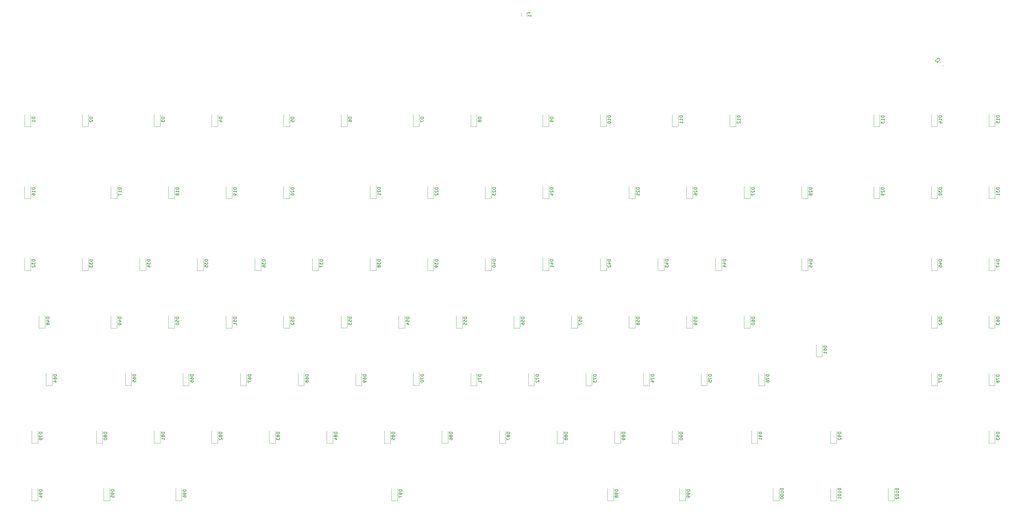
<source format=gbr>
%TF.GenerationSoftware,KiCad,Pcbnew,7.0.8*%
%TF.CreationDate,2023-10-19T20:38:54-05:00*%
%TF.ProjectId,VesselV2,56657373-656c-4563-922e-6b696361645f,rev?*%
%TF.SameCoordinates,Original*%
%TF.FileFunction,Legend,Bot*%
%TF.FilePolarity,Positive*%
%FSLAX46Y46*%
G04 Gerber Fmt 4.6, Leading zero omitted, Abs format (unit mm)*
G04 Created by KiCad (PCBNEW 7.0.8) date 2023-10-19 20:38:54*
%MOMM*%
%LPD*%
G01*
G04 APERTURE LIST*
%ADD10C,0.150000*%
%ADD11C,0.120000*%
G04 APERTURE END LIST*
D10*
X319954819Y-132929414D02*
X318954819Y-132929414D01*
X318954819Y-132929414D02*
X318954819Y-133167509D01*
X318954819Y-133167509D02*
X319002438Y-133310366D01*
X319002438Y-133310366D02*
X319097676Y-133405604D01*
X319097676Y-133405604D02*
X319192914Y-133453223D01*
X319192914Y-133453223D02*
X319383390Y-133500842D01*
X319383390Y-133500842D02*
X319526247Y-133500842D01*
X319526247Y-133500842D02*
X319716723Y-133453223D01*
X319716723Y-133453223D02*
X319811961Y-133405604D01*
X319811961Y-133405604D02*
X319907200Y-133310366D01*
X319907200Y-133310366D02*
X319954819Y-133167509D01*
X319954819Y-133167509D02*
X319954819Y-132929414D01*
X319288152Y-134357985D02*
X319954819Y-134357985D01*
X318907200Y-134119890D02*
X319621485Y-133881795D01*
X319621485Y-133881795D02*
X319621485Y-134500842D01*
X318954819Y-134786557D02*
X318954819Y-135405604D01*
X318954819Y-135405604D02*
X319335771Y-135072271D01*
X319335771Y-135072271D02*
X319335771Y-135215128D01*
X319335771Y-135215128D02*
X319383390Y-135310366D01*
X319383390Y-135310366D02*
X319431009Y-135357985D01*
X319431009Y-135357985D02*
X319526247Y-135405604D01*
X319526247Y-135405604D02*
X319764342Y-135405604D01*
X319764342Y-135405604D02*
X319859580Y-135357985D01*
X319859580Y-135357985D02*
X319907200Y-135310366D01*
X319907200Y-135310366D02*
X319954819Y-135215128D01*
X319954819Y-135215128D02*
X319954819Y-134929414D01*
X319954819Y-134929414D02*
X319907200Y-134834176D01*
X319907200Y-134834176D02*
X319859580Y-134786557D01*
X110404819Y-132929414D02*
X109404819Y-132929414D01*
X109404819Y-132929414D02*
X109404819Y-133167509D01*
X109404819Y-133167509D02*
X109452438Y-133310366D01*
X109452438Y-133310366D02*
X109547676Y-133405604D01*
X109547676Y-133405604D02*
X109642914Y-133453223D01*
X109642914Y-133453223D02*
X109833390Y-133500842D01*
X109833390Y-133500842D02*
X109976247Y-133500842D01*
X109976247Y-133500842D02*
X110166723Y-133453223D01*
X110166723Y-133453223D02*
X110261961Y-133405604D01*
X110261961Y-133405604D02*
X110357200Y-133310366D01*
X110357200Y-133310366D02*
X110404819Y-133167509D01*
X110404819Y-133167509D02*
X110404819Y-132929414D01*
X109404819Y-133834176D02*
X109404819Y-134453223D01*
X109404819Y-134453223D02*
X109785771Y-134119890D01*
X109785771Y-134119890D02*
X109785771Y-134262747D01*
X109785771Y-134262747D02*
X109833390Y-134357985D01*
X109833390Y-134357985D02*
X109881009Y-134405604D01*
X109881009Y-134405604D02*
X109976247Y-134453223D01*
X109976247Y-134453223D02*
X110214342Y-134453223D01*
X110214342Y-134453223D02*
X110309580Y-134405604D01*
X110309580Y-134405604D02*
X110357200Y-134357985D01*
X110357200Y-134357985D02*
X110404819Y-134262747D01*
X110404819Y-134262747D02*
X110404819Y-133977033D01*
X110404819Y-133977033D02*
X110357200Y-133881795D01*
X110357200Y-133881795D02*
X110309580Y-133834176D01*
X109500057Y-134834176D02*
X109452438Y-134881795D01*
X109452438Y-134881795D02*
X109404819Y-134977033D01*
X109404819Y-134977033D02*
X109404819Y-135215128D01*
X109404819Y-135215128D02*
X109452438Y-135310366D01*
X109452438Y-135310366D02*
X109500057Y-135357985D01*
X109500057Y-135357985D02*
X109595295Y-135405604D01*
X109595295Y-135405604D02*
X109690533Y-135405604D01*
X109690533Y-135405604D02*
X109833390Y-135357985D01*
X109833390Y-135357985D02*
X110404819Y-134786557D01*
X110404819Y-134786557D02*
X110404819Y-135405604D01*
X143742319Y-170966914D02*
X142742319Y-170966914D01*
X142742319Y-170966914D02*
X142742319Y-171205009D01*
X142742319Y-171205009D02*
X142789938Y-171347866D01*
X142789938Y-171347866D02*
X142885176Y-171443104D01*
X142885176Y-171443104D02*
X142980414Y-171490723D01*
X142980414Y-171490723D02*
X143170890Y-171538342D01*
X143170890Y-171538342D02*
X143313747Y-171538342D01*
X143313747Y-171538342D02*
X143504223Y-171490723D01*
X143504223Y-171490723D02*
X143599461Y-171443104D01*
X143599461Y-171443104D02*
X143694700Y-171347866D01*
X143694700Y-171347866D02*
X143742319Y-171205009D01*
X143742319Y-171205009D02*
X143742319Y-170966914D01*
X142742319Y-172395485D02*
X142742319Y-172205009D01*
X142742319Y-172205009D02*
X142789938Y-172109771D01*
X142789938Y-172109771D02*
X142837557Y-172062152D01*
X142837557Y-172062152D02*
X142980414Y-171966914D01*
X142980414Y-171966914D02*
X143170890Y-171919295D01*
X143170890Y-171919295D02*
X143551842Y-171919295D01*
X143551842Y-171919295D02*
X143647080Y-171966914D01*
X143647080Y-171966914D02*
X143694700Y-172014533D01*
X143694700Y-172014533D02*
X143742319Y-172109771D01*
X143742319Y-172109771D02*
X143742319Y-172300247D01*
X143742319Y-172300247D02*
X143694700Y-172395485D01*
X143694700Y-172395485D02*
X143647080Y-172443104D01*
X143647080Y-172443104D02*
X143551842Y-172490723D01*
X143551842Y-172490723D02*
X143313747Y-172490723D01*
X143313747Y-172490723D02*
X143218509Y-172443104D01*
X143218509Y-172443104D02*
X143170890Y-172395485D01*
X143170890Y-172395485D02*
X143123271Y-172300247D01*
X143123271Y-172300247D02*
X143123271Y-172109771D01*
X143123271Y-172109771D02*
X143170890Y-172014533D01*
X143170890Y-172014533D02*
X143218509Y-171966914D01*
X143218509Y-171966914D02*
X143313747Y-171919295D01*
X142742319Y-173395485D02*
X142742319Y-172919295D01*
X142742319Y-172919295D02*
X143218509Y-172871676D01*
X143218509Y-172871676D02*
X143170890Y-172919295D01*
X143170890Y-172919295D02*
X143123271Y-173014533D01*
X143123271Y-173014533D02*
X143123271Y-173252628D01*
X143123271Y-173252628D02*
X143170890Y-173347866D01*
X143170890Y-173347866D02*
X143218509Y-173395485D01*
X143218509Y-173395485D02*
X143313747Y-173443104D01*
X143313747Y-173443104D02*
X143551842Y-173443104D01*
X143551842Y-173443104D02*
X143647080Y-173395485D01*
X143647080Y-173395485D02*
X143694700Y-173347866D01*
X143694700Y-173347866D02*
X143742319Y-173252628D01*
X143742319Y-173252628D02*
X143742319Y-173014533D01*
X143742319Y-173014533D02*
X143694700Y-172919295D01*
X143694700Y-172919295D02*
X143647080Y-172871676D01*
X177079819Y-151979414D02*
X176079819Y-151979414D01*
X176079819Y-151979414D02*
X176079819Y-152217509D01*
X176079819Y-152217509D02*
X176127438Y-152360366D01*
X176127438Y-152360366D02*
X176222676Y-152455604D01*
X176222676Y-152455604D02*
X176317914Y-152503223D01*
X176317914Y-152503223D02*
X176508390Y-152550842D01*
X176508390Y-152550842D02*
X176651247Y-152550842D01*
X176651247Y-152550842D02*
X176841723Y-152503223D01*
X176841723Y-152503223D02*
X176936961Y-152455604D01*
X176936961Y-152455604D02*
X177032200Y-152360366D01*
X177032200Y-152360366D02*
X177079819Y-152217509D01*
X177079819Y-152217509D02*
X177079819Y-151979414D01*
X176079819Y-153455604D02*
X176079819Y-152979414D01*
X176079819Y-152979414D02*
X176556009Y-152931795D01*
X176556009Y-152931795D02*
X176508390Y-152979414D01*
X176508390Y-152979414D02*
X176460771Y-153074652D01*
X176460771Y-153074652D02*
X176460771Y-153312747D01*
X176460771Y-153312747D02*
X176508390Y-153407985D01*
X176508390Y-153407985D02*
X176556009Y-153455604D01*
X176556009Y-153455604D02*
X176651247Y-153503223D01*
X176651247Y-153503223D02*
X176889342Y-153503223D01*
X176889342Y-153503223D02*
X176984580Y-153455604D01*
X176984580Y-153455604D02*
X177032200Y-153407985D01*
X177032200Y-153407985D02*
X177079819Y-153312747D01*
X177079819Y-153312747D02*
X177079819Y-153074652D01*
X177079819Y-153074652D02*
X177032200Y-152979414D01*
X177032200Y-152979414D02*
X176984580Y-152931795D01*
X177079819Y-154455604D02*
X177079819Y-153884176D01*
X177079819Y-154169890D02*
X176079819Y-154169890D01*
X176079819Y-154169890D02*
X176222676Y-154074652D01*
X176222676Y-154074652D02*
X176317914Y-153979414D01*
X176317914Y-153979414D02*
X176365533Y-153884176D01*
X303286119Y-209129414D02*
X302286119Y-209129414D01*
X302286119Y-209129414D02*
X302286119Y-209367509D01*
X302286119Y-209367509D02*
X302333738Y-209510366D01*
X302333738Y-209510366D02*
X302428976Y-209605604D01*
X302428976Y-209605604D02*
X302524214Y-209653223D01*
X302524214Y-209653223D02*
X302714690Y-209700842D01*
X302714690Y-209700842D02*
X302857547Y-209700842D01*
X302857547Y-209700842D02*
X303048023Y-209653223D01*
X303048023Y-209653223D02*
X303143261Y-209605604D01*
X303143261Y-209605604D02*
X303238500Y-209510366D01*
X303238500Y-209510366D02*
X303286119Y-209367509D01*
X303286119Y-209367509D02*
X303286119Y-209129414D01*
X303286119Y-210177033D02*
X303286119Y-210367509D01*
X303286119Y-210367509D02*
X303238500Y-210462747D01*
X303238500Y-210462747D02*
X303190880Y-210510366D01*
X303190880Y-210510366D02*
X303048023Y-210605604D01*
X303048023Y-210605604D02*
X302857547Y-210653223D01*
X302857547Y-210653223D02*
X302476595Y-210653223D01*
X302476595Y-210653223D02*
X302381357Y-210605604D01*
X302381357Y-210605604D02*
X302333738Y-210557985D01*
X302333738Y-210557985D02*
X302286119Y-210462747D01*
X302286119Y-210462747D02*
X302286119Y-210272271D01*
X302286119Y-210272271D02*
X302333738Y-210177033D01*
X302333738Y-210177033D02*
X302381357Y-210129414D01*
X302381357Y-210129414D02*
X302476595Y-210081795D01*
X302476595Y-210081795D02*
X302714690Y-210081795D01*
X302714690Y-210081795D02*
X302809928Y-210129414D01*
X302809928Y-210129414D02*
X302857547Y-210177033D01*
X302857547Y-210177033D02*
X302905166Y-210272271D01*
X302905166Y-210272271D02*
X302905166Y-210462747D01*
X302905166Y-210462747D02*
X302857547Y-210557985D01*
X302857547Y-210557985D02*
X302809928Y-210605604D01*
X302809928Y-210605604D02*
X302714690Y-210653223D01*
X302714690Y-211224652D02*
X302667071Y-211129414D01*
X302667071Y-211129414D02*
X302619452Y-211081795D01*
X302619452Y-211081795D02*
X302524214Y-211034176D01*
X302524214Y-211034176D02*
X302476595Y-211034176D01*
X302476595Y-211034176D02*
X302381357Y-211081795D01*
X302381357Y-211081795D02*
X302333738Y-211129414D01*
X302333738Y-211129414D02*
X302286119Y-211224652D01*
X302286119Y-211224652D02*
X302286119Y-211415128D01*
X302286119Y-211415128D02*
X302333738Y-211510366D01*
X302333738Y-211510366D02*
X302381357Y-211557985D01*
X302381357Y-211557985D02*
X302476595Y-211605604D01*
X302476595Y-211605604D02*
X302524214Y-211605604D01*
X302524214Y-211605604D02*
X302619452Y-211557985D01*
X302619452Y-211557985D02*
X302667071Y-211510366D01*
X302667071Y-211510366D02*
X302714690Y-211415128D01*
X302714690Y-211415128D02*
X302714690Y-211224652D01*
X302714690Y-211224652D02*
X302762309Y-211129414D01*
X302762309Y-211129414D02*
X302809928Y-211081795D01*
X302809928Y-211081795D02*
X302905166Y-211034176D01*
X302905166Y-211034176D02*
X303095642Y-211034176D01*
X303095642Y-211034176D02*
X303190880Y-211081795D01*
X303190880Y-211081795D02*
X303238500Y-211129414D01*
X303238500Y-211129414D02*
X303286119Y-211224652D01*
X303286119Y-211224652D02*
X303286119Y-211415128D01*
X303286119Y-211415128D02*
X303238500Y-211510366D01*
X303238500Y-211510366D02*
X303190880Y-211557985D01*
X303190880Y-211557985D02*
X303095642Y-211605604D01*
X303095642Y-211605604D02*
X302905166Y-211605604D01*
X302905166Y-211605604D02*
X302809928Y-211557985D01*
X302809928Y-211557985D02*
X302762309Y-211510366D01*
X302762309Y-211510366D02*
X302714690Y-211415128D01*
X160411119Y-209129414D02*
X159411119Y-209129414D01*
X159411119Y-209129414D02*
X159411119Y-209367509D01*
X159411119Y-209367509D02*
X159458738Y-209510366D01*
X159458738Y-209510366D02*
X159553976Y-209605604D01*
X159553976Y-209605604D02*
X159649214Y-209653223D01*
X159649214Y-209653223D02*
X159839690Y-209700842D01*
X159839690Y-209700842D02*
X159982547Y-209700842D01*
X159982547Y-209700842D02*
X160173023Y-209653223D01*
X160173023Y-209653223D02*
X160268261Y-209605604D01*
X160268261Y-209605604D02*
X160363500Y-209510366D01*
X160363500Y-209510366D02*
X160411119Y-209367509D01*
X160411119Y-209367509D02*
X160411119Y-209129414D01*
X160411119Y-210177033D02*
X160411119Y-210367509D01*
X160411119Y-210367509D02*
X160363500Y-210462747D01*
X160363500Y-210462747D02*
X160315880Y-210510366D01*
X160315880Y-210510366D02*
X160173023Y-210605604D01*
X160173023Y-210605604D02*
X159982547Y-210653223D01*
X159982547Y-210653223D02*
X159601595Y-210653223D01*
X159601595Y-210653223D02*
X159506357Y-210605604D01*
X159506357Y-210605604D02*
X159458738Y-210557985D01*
X159458738Y-210557985D02*
X159411119Y-210462747D01*
X159411119Y-210462747D02*
X159411119Y-210272271D01*
X159411119Y-210272271D02*
X159458738Y-210177033D01*
X159458738Y-210177033D02*
X159506357Y-210129414D01*
X159506357Y-210129414D02*
X159601595Y-210081795D01*
X159601595Y-210081795D02*
X159839690Y-210081795D01*
X159839690Y-210081795D02*
X159934928Y-210129414D01*
X159934928Y-210129414D02*
X159982547Y-210177033D01*
X159982547Y-210177033D02*
X160030166Y-210272271D01*
X160030166Y-210272271D02*
X160030166Y-210462747D01*
X160030166Y-210462747D02*
X159982547Y-210557985D01*
X159982547Y-210557985D02*
X159934928Y-210605604D01*
X159934928Y-210605604D02*
X159839690Y-210653223D01*
X159411119Y-211510366D02*
X159411119Y-211319890D01*
X159411119Y-211319890D02*
X159458738Y-211224652D01*
X159458738Y-211224652D02*
X159506357Y-211177033D01*
X159506357Y-211177033D02*
X159649214Y-211081795D01*
X159649214Y-211081795D02*
X159839690Y-211034176D01*
X159839690Y-211034176D02*
X160220642Y-211034176D01*
X160220642Y-211034176D02*
X160315880Y-211081795D01*
X160315880Y-211081795D02*
X160363500Y-211129414D01*
X160363500Y-211129414D02*
X160411119Y-211224652D01*
X160411119Y-211224652D02*
X160411119Y-211415128D01*
X160411119Y-211415128D02*
X160363500Y-211510366D01*
X160363500Y-211510366D02*
X160315880Y-211557985D01*
X160315880Y-211557985D02*
X160220642Y-211605604D01*
X160220642Y-211605604D02*
X159982547Y-211605604D01*
X159982547Y-211605604D02*
X159887309Y-211557985D01*
X159887309Y-211557985D02*
X159839690Y-211510366D01*
X159839690Y-211510366D02*
X159792071Y-211415128D01*
X159792071Y-211415128D02*
X159792071Y-211224652D01*
X159792071Y-211224652D02*
X159839690Y-211129414D01*
X159839690Y-211129414D02*
X159887309Y-211081795D01*
X159887309Y-211081795D02*
X159982547Y-211034176D01*
X153267319Y-85780605D02*
X152267319Y-85780605D01*
X152267319Y-85780605D02*
X152267319Y-86018700D01*
X152267319Y-86018700D02*
X152314938Y-86161557D01*
X152314938Y-86161557D02*
X152410176Y-86256795D01*
X152410176Y-86256795D02*
X152505414Y-86304414D01*
X152505414Y-86304414D02*
X152695890Y-86352033D01*
X152695890Y-86352033D02*
X152838747Y-86352033D01*
X152838747Y-86352033D02*
X153029223Y-86304414D01*
X153029223Y-86304414D02*
X153124461Y-86256795D01*
X153124461Y-86256795D02*
X153219700Y-86161557D01*
X153219700Y-86161557D02*
X153267319Y-86018700D01*
X153267319Y-86018700D02*
X153267319Y-85780605D01*
X152267319Y-86685367D02*
X152267319Y-87304414D01*
X152267319Y-87304414D02*
X152648271Y-86971081D01*
X152648271Y-86971081D02*
X152648271Y-87113938D01*
X152648271Y-87113938D02*
X152695890Y-87209176D01*
X152695890Y-87209176D02*
X152743509Y-87256795D01*
X152743509Y-87256795D02*
X152838747Y-87304414D01*
X152838747Y-87304414D02*
X153076842Y-87304414D01*
X153076842Y-87304414D02*
X153172080Y-87256795D01*
X153172080Y-87256795D02*
X153219700Y-87209176D01*
X153219700Y-87209176D02*
X153267319Y-87113938D01*
X153267319Y-87113938D02*
X153267319Y-86828224D01*
X153267319Y-86828224D02*
X153219700Y-86732986D01*
X153219700Y-86732986D02*
X153172080Y-86685367D01*
X134217319Y-190079414D02*
X133217319Y-190079414D01*
X133217319Y-190079414D02*
X133217319Y-190317509D01*
X133217319Y-190317509D02*
X133264938Y-190460366D01*
X133264938Y-190460366D02*
X133360176Y-190555604D01*
X133360176Y-190555604D02*
X133455414Y-190603223D01*
X133455414Y-190603223D02*
X133645890Y-190650842D01*
X133645890Y-190650842D02*
X133788747Y-190650842D01*
X133788747Y-190650842D02*
X133979223Y-190603223D01*
X133979223Y-190603223D02*
X134074461Y-190555604D01*
X134074461Y-190555604D02*
X134169700Y-190460366D01*
X134169700Y-190460366D02*
X134217319Y-190317509D01*
X134217319Y-190317509D02*
X134217319Y-190079414D01*
X133645890Y-191222271D02*
X133598271Y-191127033D01*
X133598271Y-191127033D02*
X133550652Y-191079414D01*
X133550652Y-191079414D02*
X133455414Y-191031795D01*
X133455414Y-191031795D02*
X133407795Y-191031795D01*
X133407795Y-191031795D02*
X133312557Y-191079414D01*
X133312557Y-191079414D02*
X133264938Y-191127033D01*
X133264938Y-191127033D02*
X133217319Y-191222271D01*
X133217319Y-191222271D02*
X133217319Y-191412747D01*
X133217319Y-191412747D02*
X133264938Y-191507985D01*
X133264938Y-191507985D02*
X133312557Y-191555604D01*
X133312557Y-191555604D02*
X133407795Y-191603223D01*
X133407795Y-191603223D02*
X133455414Y-191603223D01*
X133455414Y-191603223D02*
X133550652Y-191555604D01*
X133550652Y-191555604D02*
X133598271Y-191507985D01*
X133598271Y-191507985D02*
X133645890Y-191412747D01*
X133645890Y-191412747D02*
X133645890Y-191222271D01*
X133645890Y-191222271D02*
X133693509Y-191127033D01*
X133693509Y-191127033D02*
X133741128Y-191079414D01*
X133741128Y-191079414D02*
X133836366Y-191031795D01*
X133836366Y-191031795D02*
X134026842Y-191031795D01*
X134026842Y-191031795D02*
X134122080Y-191079414D01*
X134122080Y-191079414D02*
X134169700Y-191127033D01*
X134169700Y-191127033D02*
X134217319Y-191222271D01*
X134217319Y-191222271D02*
X134217319Y-191412747D01*
X134217319Y-191412747D02*
X134169700Y-191507985D01*
X134169700Y-191507985D02*
X134122080Y-191555604D01*
X134122080Y-191555604D02*
X134026842Y-191603223D01*
X134026842Y-191603223D02*
X133836366Y-191603223D01*
X133836366Y-191603223D02*
X133741128Y-191555604D01*
X133741128Y-191555604D02*
X133693509Y-191507985D01*
X133693509Y-191507985D02*
X133645890Y-191412747D01*
X133217319Y-192222271D02*
X133217319Y-192317509D01*
X133217319Y-192317509D02*
X133264938Y-192412747D01*
X133264938Y-192412747D02*
X133312557Y-192460366D01*
X133312557Y-192460366D02*
X133407795Y-192507985D01*
X133407795Y-192507985D02*
X133598271Y-192555604D01*
X133598271Y-192555604D02*
X133836366Y-192555604D01*
X133836366Y-192555604D02*
X134026842Y-192507985D01*
X134026842Y-192507985D02*
X134122080Y-192460366D01*
X134122080Y-192460366D02*
X134169700Y-192412747D01*
X134169700Y-192412747D02*
X134217319Y-192317509D01*
X134217319Y-192317509D02*
X134217319Y-192222271D01*
X134217319Y-192222271D02*
X134169700Y-192127033D01*
X134169700Y-192127033D02*
X134122080Y-192079414D01*
X134122080Y-192079414D02*
X134026842Y-192031795D01*
X134026842Y-192031795D02*
X133836366Y-191984176D01*
X133836366Y-191984176D02*
X133598271Y-191984176D01*
X133598271Y-191984176D02*
X133407795Y-192031795D01*
X133407795Y-192031795D02*
X133312557Y-192079414D01*
X133312557Y-192079414D02*
X133264938Y-192127033D01*
X133264938Y-192127033D02*
X133217319Y-192222271D01*
X253279819Y-151979414D02*
X252279819Y-151979414D01*
X252279819Y-151979414D02*
X252279819Y-152217509D01*
X252279819Y-152217509D02*
X252327438Y-152360366D01*
X252327438Y-152360366D02*
X252422676Y-152455604D01*
X252422676Y-152455604D02*
X252517914Y-152503223D01*
X252517914Y-152503223D02*
X252708390Y-152550842D01*
X252708390Y-152550842D02*
X252851247Y-152550842D01*
X252851247Y-152550842D02*
X253041723Y-152503223D01*
X253041723Y-152503223D02*
X253136961Y-152455604D01*
X253136961Y-152455604D02*
X253232200Y-152360366D01*
X253232200Y-152360366D02*
X253279819Y-152217509D01*
X253279819Y-152217509D02*
X253279819Y-151979414D01*
X252279819Y-153455604D02*
X252279819Y-152979414D01*
X252279819Y-152979414D02*
X252756009Y-152931795D01*
X252756009Y-152931795D02*
X252708390Y-152979414D01*
X252708390Y-152979414D02*
X252660771Y-153074652D01*
X252660771Y-153074652D02*
X252660771Y-153312747D01*
X252660771Y-153312747D02*
X252708390Y-153407985D01*
X252708390Y-153407985D02*
X252756009Y-153455604D01*
X252756009Y-153455604D02*
X252851247Y-153503223D01*
X252851247Y-153503223D02*
X253089342Y-153503223D01*
X253089342Y-153503223D02*
X253184580Y-153455604D01*
X253184580Y-153455604D02*
X253232200Y-153407985D01*
X253232200Y-153407985D02*
X253279819Y-153312747D01*
X253279819Y-153312747D02*
X253279819Y-153074652D01*
X253279819Y-153074652D02*
X253232200Y-152979414D01*
X253232200Y-152979414D02*
X253184580Y-152931795D01*
X252279819Y-154407985D02*
X252279819Y-153931795D01*
X252279819Y-153931795D02*
X252756009Y-153884176D01*
X252756009Y-153884176D02*
X252708390Y-153931795D01*
X252708390Y-153931795D02*
X252660771Y-154027033D01*
X252660771Y-154027033D02*
X252660771Y-154265128D01*
X252660771Y-154265128D02*
X252708390Y-154360366D01*
X252708390Y-154360366D02*
X252756009Y-154407985D01*
X252756009Y-154407985D02*
X252851247Y-154455604D01*
X252851247Y-154455604D02*
X253089342Y-154455604D01*
X253089342Y-154455604D02*
X253184580Y-154407985D01*
X253184580Y-154407985D02*
X253232200Y-154360366D01*
X253232200Y-154360366D02*
X253279819Y-154265128D01*
X253279819Y-154265128D02*
X253279819Y-154027033D01*
X253279819Y-154027033D02*
X253232200Y-153931795D01*
X253232200Y-153931795D02*
X253184580Y-153884176D01*
X300904819Y-85304414D02*
X299904819Y-85304414D01*
X299904819Y-85304414D02*
X299904819Y-85542509D01*
X299904819Y-85542509D02*
X299952438Y-85685366D01*
X299952438Y-85685366D02*
X300047676Y-85780604D01*
X300047676Y-85780604D02*
X300142914Y-85828223D01*
X300142914Y-85828223D02*
X300333390Y-85875842D01*
X300333390Y-85875842D02*
X300476247Y-85875842D01*
X300476247Y-85875842D02*
X300666723Y-85828223D01*
X300666723Y-85828223D02*
X300761961Y-85780604D01*
X300761961Y-85780604D02*
X300857200Y-85685366D01*
X300857200Y-85685366D02*
X300904819Y-85542509D01*
X300904819Y-85542509D02*
X300904819Y-85304414D01*
X300904819Y-86828223D02*
X300904819Y-86256795D01*
X300904819Y-86542509D02*
X299904819Y-86542509D01*
X299904819Y-86542509D02*
X300047676Y-86447271D01*
X300047676Y-86447271D02*
X300142914Y-86352033D01*
X300142914Y-86352033D02*
X300190533Y-86256795D01*
X299904819Y-87447271D02*
X299904819Y-87542509D01*
X299904819Y-87542509D02*
X299952438Y-87637747D01*
X299952438Y-87637747D02*
X300000057Y-87685366D01*
X300000057Y-87685366D02*
X300095295Y-87732985D01*
X300095295Y-87732985D02*
X300285771Y-87780604D01*
X300285771Y-87780604D02*
X300523866Y-87780604D01*
X300523866Y-87780604D02*
X300714342Y-87732985D01*
X300714342Y-87732985D02*
X300809580Y-87685366D01*
X300809580Y-87685366D02*
X300857200Y-87637747D01*
X300857200Y-87637747D02*
X300904819Y-87542509D01*
X300904819Y-87542509D02*
X300904819Y-87447271D01*
X300904819Y-87447271D02*
X300857200Y-87352033D01*
X300857200Y-87352033D02*
X300809580Y-87304414D01*
X300809580Y-87304414D02*
X300714342Y-87256795D01*
X300714342Y-87256795D02*
X300523866Y-87209176D01*
X300523866Y-87209176D02*
X300285771Y-87209176D01*
X300285771Y-87209176D02*
X300095295Y-87256795D01*
X300095295Y-87256795D02*
X300000057Y-87304414D01*
X300000057Y-87304414D02*
X299952438Y-87352033D01*
X299952438Y-87352033D02*
X299904819Y-87447271D01*
X391392319Y-85304414D02*
X390392319Y-85304414D01*
X390392319Y-85304414D02*
X390392319Y-85542509D01*
X390392319Y-85542509D02*
X390439938Y-85685366D01*
X390439938Y-85685366D02*
X390535176Y-85780604D01*
X390535176Y-85780604D02*
X390630414Y-85828223D01*
X390630414Y-85828223D02*
X390820890Y-85875842D01*
X390820890Y-85875842D02*
X390963747Y-85875842D01*
X390963747Y-85875842D02*
X391154223Y-85828223D01*
X391154223Y-85828223D02*
X391249461Y-85780604D01*
X391249461Y-85780604D02*
X391344700Y-85685366D01*
X391344700Y-85685366D02*
X391392319Y-85542509D01*
X391392319Y-85542509D02*
X391392319Y-85304414D01*
X391392319Y-86828223D02*
X391392319Y-86256795D01*
X391392319Y-86542509D02*
X390392319Y-86542509D01*
X390392319Y-86542509D02*
X390535176Y-86447271D01*
X390535176Y-86447271D02*
X390630414Y-86352033D01*
X390630414Y-86352033D02*
X390678033Y-86256795D01*
X390392319Y-87161557D02*
X390392319Y-87780604D01*
X390392319Y-87780604D02*
X390773271Y-87447271D01*
X390773271Y-87447271D02*
X390773271Y-87590128D01*
X390773271Y-87590128D02*
X390820890Y-87685366D01*
X390820890Y-87685366D02*
X390868509Y-87732985D01*
X390868509Y-87732985D02*
X390963747Y-87780604D01*
X390963747Y-87780604D02*
X391201842Y-87780604D01*
X391201842Y-87780604D02*
X391297080Y-87732985D01*
X391297080Y-87732985D02*
X391344700Y-87685366D01*
X391344700Y-87685366D02*
X391392319Y-87590128D01*
X391392319Y-87590128D02*
X391392319Y-87304414D01*
X391392319Y-87304414D02*
X391344700Y-87209176D01*
X391344700Y-87209176D02*
X391297080Y-87161557D01*
X158029819Y-109116914D02*
X157029819Y-109116914D01*
X157029819Y-109116914D02*
X157029819Y-109355009D01*
X157029819Y-109355009D02*
X157077438Y-109497866D01*
X157077438Y-109497866D02*
X157172676Y-109593104D01*
X157172676Y-109593104D02*
X157267914Y-109640723D01*
X157267914Y-109640723D02*
X157458390Y-109688342D01*
X157458390Y-109688342D02*
X157601247Y-109688342D01*
X157601247Y-109688342D02*
X157791723Y-109640723D01*
X157791723Y-109640723D02*
X157886961Y-109593104D01*
X157886961Y-109593104D02*
X157982200Y-109497866D01*
X157982200Y-109497866D02*
X158029819Y-109355009D01*
X158029819Y-109355009D02*
X158029819Y-109116914D01*
X158029819Y-110640723D02*
X158029819Y-110069295D01*
X158029819Y-110355009D02*
X157029819Y-110355009D01*
X157029819Y-110355009D02*
X157172676Y-110259771D01*
X157172676Y-110259771D02*
X157267914Y-110164533D01*
X157267914Y-110164533D02*
X157315533Y-110069295D01*
X157458390Y-111212152D02*
X157410771Y-111116914D01*
X157410771Y-111116914D02*
X157363152Y-111069295D01*
X157363152Y-111069295D02*
X157267914Y-111021676D01*
X157267914Y-111021676D02*
X157220295Y-111021676D01*
X157220295Y-111021676D02*
X157125057Y-111069295D01*
X157125057Y-111069295D02*
X157077438Y-111116914D01*
X157077438Y-111116914D02*
X157029819Y-111212152D01*
X157029819Y-111212152D02*
X157029819Y-111402628D01*
X157029819Y-111402628D02*
X157077438Y-111497866D01*
X157077438Y-111497866D02*
X157125057Y-111545485D01*
X157125057Y-111545485D02*
X157220295Y-111593104D01*
X157220295Y-111593104D02*
X157267914Y-111593104D01*
X157267914Y-111593104D02*
X157363152Y-111545485D01*
X157363152Y-111545485D02*
X157410771Y-111497866D01*
X157410771Y-111497866D02*
X157458390Y-111402628D01*
X157458390Y-111402628D02*
X157458390Y-111212152D01*
X157458390Y-111212152D02*
X157506009Y-111116914D01*
X157506009Y-111116914D02*
X157553628Y-111069295D01*
X157553628Y-111069295D02*
X157648866Y-111021676D01*
X157648866Y-111021676D02*
X157839342Y-111021676D01*
X157839342Y-111021676D02*
X157934580Y-111069295D01*
X157934580Y-111069295D02*
X157982200Y-111116914D01*
X157982200Y-111116914D02*
X158029819Y-111212152D01*
X158029819Y-111212152D02*
X158029819Y-111402628D01*
X158029819Y-111402628D02*
X157982200Y-111497866D01*
X157982200Y-111497866D02*
X157934580Y-111545485D01*
X157934580Y-111545485D02*
X157839342Y-111593104D01*
X157839342Y-111593104D02*
X157648866Y-111593104D01*
X157648866Y-111593104D02*
X157553628Y-111545485D01*
X157553628Y-111545485D02*
X157506009Y-111497866D01*
X157506009Y-111497866D02*
X157458390Y-111402628D01*
X158029819Y-151979414D02*
X157029819Y-151979414D01*
X157029819Y-151979414D02*
X157029819Y-152217509D01*
X157029819Y-152217509D02*
X157077438Y-152360366D01*
X157077438Y-152360366D02*
X157172676Y-152455604D01*
X157172676Y-152455604D02*
X157267914Y-152503223D01*
X157267914Y-152503223D02*
X157458390Y-152550842D01*
X157458390Y-152550842D02*
X157601247Y-152550842D01*
X157601247Y-152550842D02*
X157791723Y-152503223D01*
X157791723Y-152503223D02*
X157886961Y-152455604D01*
X157886961Y-152455604D02*
X157982200Y-152360366D01*
X157982200Y-152360366D02*
X158029819Y-152217509D01*
X158029819Y-152217509D02*
X158029819Y-151979414D01*
X157029819Y-153455604D02*
X157029819Y-152979414D01*
X157029819Y-152979414D02*
X157506009Y-152931795D01*
X157506009Y-152931795D02*
X157458390Y-152979414D01*
X157458390Y-152979414D02*
X157410771Y-153074652D01*
X157410771Y-153074652D02*
X157410771Y-153312747D01*
X157410771Y-153312747D02*
X157458390Y-153407985D01*
X157458390Y-153407985D02*
X157506009Y-153455604D01*
X157506009Y-153455604D02*
X157601247Y-153503223D01*
X157601247Y-153503223D02*
X157839342Y-153503223D01*
X157839342Y-153503223D02*
X157934580Y-153455604D01*
X157934580Y-153455604D02*
X157982200Y-153407985D01*
X157982200Y-153407985D02*
X158029819Y-153312747D01*
X158029819Y-153312747D02*
X158029819Y-153074652D01*
X158029819Y-153074652D02*
X157982200Y-152979414D01*
X157982200Y-152979414D02*
X157934580Y-152931795D01*
X157029819Y-154122271D02*
X157029819Y-154217509D01*
X157029819Y-154217509D02*
X157077438Y-154312747D01*
X157077438Y-154312747D02*
X157125057Y-154360366D01*
X157125057Y-154360366D02*
X157220295Y-154407985D01*
X157220295Y-154407985D02*
X157410771Y-154455604D01*
X157410771Y-154455604D02*
X157648866Y-154455604D01*
X157648866Y-154455604D02*
X157839342Y-154407985D01*
X157839342Y-154407985D02*
X157934580Y-154360366D01*
X157934580Y-154360366D02*
X157982200Y-154312747D01*
X157982200Y-154312747D02*
X158029819Y-154217509D01*
X158029819Y-154217509D02*
X158029819Y-154122271D01*
X158029819Y-154122271D02*
X157982200Y-154027033D01*
X157982200Y-154027033D02*
X157934580Y-153979414D01*
X157934580Y-153979414D02*
X157839342Y-153931795D01*
X157839342Y-153931795D02*
X157648866Y-153884176D01*
X157648866Y-153884176D02*
X157410771Y-153884176D01*
X157410771Y-153884176D02*
X157220295Y-153931795D01*
X157220295Y-153931795D02*
X157125057Y-153979414D01*
X157125057Y-153979414D02*
X157077438Y-154027033D01*
X157077438Y-154027033D02*
X157029819Y-154122271D01*
X229467319Y-190079414D02*
X228467319Y-190079414D01*
X228467319Y-190079414D02*
X228467319Y-190317509D01*
X228467319Y-190317509D02*
X228514938Y-190460366D01*
X228514938Y-190460366D02*
X228610176Y-190555604D01*
X228610176Y-190555604D02*
X228705414Y-190603223D01*
X228705414Y-190603223D02*
X228895890Y-190650842D01*
X228895890Y-190650842D02*
X229038747Y-190650842D01*
X229038747Y-190650842D02*
X229229223Y-190603223D01*
X229229223Y-190603223D02*
X229324461Y-190555604D01*
X229324461Y-190555604D02*
X229419700Y-190460366D01*
X229419700Y-190460366D02*
X229467319Y-190317509D01*
X229467319Y-190317509D02*
X229467319Y-190079414D01*
X228895890Y-191222271D02*
X228848271Y-191127033D01*
X228848271Y-191127033D02*
X228800652Y-191079414D01*
X228800652Y-191079414D02*
X228705414Y-191031795D01*
X228705414Y-191031795D02*
X228657795Y-191031795D01*
X228657795Y-191031795D02*
X228562557Y-191079414D01*
X228562557Y-191079414D02*
X228514938Y-191127033D01*
X228514938Y-191127033D02*
X228467319Y-191222271D01*
X228467319Y-191222271D02*
X228467319Y-191412747D01*
X228467319Y-191412747D02*
X228514938Y-191507985D01*
X228514938Y-191507985D02*
X228562557Y-191555604D01*
X228562557Y-191555604D02*
X228657795Y-191603223D01*
X228657795Y-191603223D02*
X228705414Y-191603223D01*
X228705414Y-191603223D02*
X228800652Y-191555604D01*
X228800652Y-191555604D02*
X228848271Y-191507985D01*
X228848271Y-191507985D02*
X228895890Y-191412747D01*
X228895890Y-191412747D02*
X228895890Y-191222271D01*
X228895890Y-191222271D02*
X228943509Y-191127033D01*
X228943509Y-191127033D02*
X228991128Y-191079414D01*
X228991128Y-191079414D02*
X229086366Y-191031795D01*
X229086366Y-191031795D02*
X229276842Y-191031795D01*
X229276842Y-191031795D02*
X229372080Y-191079414D01*
X229372080Y-191079414D02*
X229419700Y-191127033D01*
X229419700Y-191127033D02*
X229467319Y-191222271D01*
X229467319Y-191222271D02*
X229467319Y-191412747D01*
X229467319Y-191412747D02*
X229419700Y-191507985D01*
X229419700Y-191507985D02*
X229372080Y-191555604D01*
X229372080Y-191555604D02*
X229276842Y-191603223D01*
X229276842Y-191603223D02*
X229086366Y-191603223D01*
X229086366Y-191603223D02*
X228991128Y-191555604D01*
X228991128Y-191555604D02*
X228943509Y-191507985D01*
X228943509Y-191507985D02*
X228895890Y-191412747D01*
X228467319Y-192507985D02*
X228467319Y-192031795D01*
X228467319Y-192031795D02*
X228943509Y-191984176D01*
X228943509Y-191984176D02*
X228895890Y-192031795D01*
X228895890Y-192031795D02*
X228848271Y-192127033D01*
X228848271Y-192127033D02*
X228848271Y-192365128D01*
X228848271Y-192365128D02*
X228895890Y-192460366D01*
X228895890Y-192460366D02*
X228943509Y-192507985D01*
X228943509Y-192507985D02*
X229038747Y-192555604D01*
X229038747Y-192555604D02*
X229276842Y-192555604D01*
X229276842Y-192555604D02*
X229372080Y-192507985D01*
X229372080Y-192507985D02*
X229419700Y-192460366D01*
X229419700Y-192460366D02*
X229467319Y-192365128D01*
X229467319Y-192365128D02*
X229467319Y-192127033D01*
X229467319Y-192127033D02*
X229419700Y-192031795D01*
X229419700Y-192031795D02*
X229372080Y-191984176D01*
X234229819Y-151979414D02*
X233229819Y-151979414D01*
X233229819Y-151979414D02*
X233229819Y-152217509D01*
X233229819Y-152217509D02*
X233277438Y-152360366D01*
X233277438Y-152360366D02*
X233372676Y-152455604D01*
X233372676Y-152455604D02*
X233467914Y-152503223D01*
X233467914Y-152503223D02*
X233658390Y-152550842D01*
X233658390Y-152550842D02*
X233801247Y-152550842D01*
X233801247Y-152550842D02*
X233991723Y-152503223D01*
X233991723Y-152503223D02*
X234086961Y-152455604D01*
X234086961Y-152455604D02*
X234182200Y-152360366D01*
X234182200Y-152360366D02*
X234229819Y-152217509D01*
X234229819Y-152217509D02*
X234229819Y-151979414D01*
X233229819Y-153455604D02*
X233229819Y-152979414D01*
X233229819Y-152979414D02*
X233706009Y-152931795D01*
X233706009Y-152931795D02*
X233658390Y-152979414D01*
X233658390Y-152979414D02*
X233610771Y-153074652D01*
X233610771Y-153074652D02*
X233610771Y-153312747D01*
X233610771Y-153312747D02*
X233658390Y-153407985D01*
X233658390Y-153407985D02*
X233706009Y-153455604D01*
X233706009Y-153455604D02*
X233801247Y-153503223D01*
X233801247Y-153503223D02*
X234039342Y-153503223D01*
X234039342Y-153503223D02*
X234134580Y-153455604D01*
X234134580Y-153455604D02*
X234182200Y-153407985D01*
X234182200Y-153407985D02*
X234229819Y-153312747D01*
X234229819Y-153312747D02*
X234229819Y-153074652D01*
X234229819Y-153074652D02*
X234182200Y-152979414D01*
X234182200Y-152979414D02*
X234134580Y-152931795D01*
X233563152Y-154360366D02*
X234229819Y-154360366D01*
X233182200Y-154122271D02*
X233896485Y-153884176D01*
X233896485Y-153884176D02*
X233896485Y-154503223D01*
X367579819Y-132929414D02*
X366579819Y-132929414D01*
X366579819Y-132929414D02*
X366579819Y-133167509D01*
X366579819Y-133167509D02*
X366627438Y-133310366D01*
X366627438Y-133310366D02*
X366722676Y-133405604D01*
X366722676Y-133405604D02*
X366817914Y-133453223D01*
X366817914Y-133453223D02*
X367008390Y-133500842D01*
X367008390Y-133500842D02*
X367151247Y-133500842D01*
X367151247Y-133500842D02*
X367341723Y-133453223D01*
X367341723Y-133453223D02*
X367436961Y-133405604D01*
X367436961Y-133405604D02*
X367532200Y-133310366D01*
X367532200Y-133310366D02*
X367579819Y-133167509D01*
X367579819Y-133167509D02*
X367579819Y-132929414D01*
X366913152Y-134357985D02*
X367579819Y-134357985D01*
X366532200Y-134119890D02*
X367246485Y-133881795D01*
X367246485Y-133881795D02*
X367246485Y-134500842D01*
X366579819Y-135357985D02*
X366579819Y-134881795D01*
X366579819Y-134881795D02*
X367056009Y-134834176D01*
X367056009Y-134834176D02*
X367008390Y-134881795D01*
X367008390Y-134881795D02*
X366960771Y-134977033D01*
X366960771Y-134977033D02*
X366960771Y-135215128D01*
X366960771Y-135215128D02*
X367008390Y-135310366D01*
X367008390Y-135310366D02*
X367056009Y-135357985D01*
X367056009Y-135357985D02*
X367151247Y-135405604D01*
X367151247Y-135405604D02*
X367389342Y-135405604D01*
X367389342Y-135405604D02*
X367484580Y-135357985D01*
X367484580Y-135357985D02*
X367532200Y-135310366D01*
X367532200Y-135310366D02*
X367579819Y-135215128D01*
X367579819Y-135215128D02*
X367579819Y-134977033D01*
X367579819Y-134977033D02*
X367532200Y-134881795D01*
X367532200Y-134881795D02*
X367484580Y-134834176D01*
X262804819Y-132929414D02*
X261804819Y-132929414D01*
X261804819Y-132929414D02*
X261804819Y-133167509D01*
X261804819Y-133167509D02*
X261852438Y-133310366D01*
X261852438Y-133310366D02*
X261947676Y-133405604D01*
X261947676Y-133405604D02*
X262042914Y-133453223D01*
X262042914Y-133453223D02*
X262233390Y-133500842D01*
X262233390Y-133500842D02*
X262376247Y-133500842D01*
X262376247Y-133500842D02*
X262566723Y-133453223D01*
X262566723Y-133453223D02*
X262661961Y-133405604D01*
X262661961Y-133405604D02*
X262757200Y-133310366D01*
X262757200Y-133310366D02*
X262804819Y-133167509D01*
X262804819Y-133167509D02*
X262804819Y-132929414D01*
X262138152Y-134357985D02*
X262804819Y-134357985D01*
X261757200Y-134119890D02*
X262471485Y-133881795D01*
X262471485Y-133881795D02*
X262471485Y-134500842D01*
X261804819Y-135072271D02*
X261804819Y-135167509D01*
X261804819Y-135167509D02*
X261852438Y-135262747D01*
X261852438Y-135262747D02*
X261900057Y-135310366D01*
X261900057Y-135310366D02*
X261995295Y-135357985D01*
X261995295Y-135357985D02*
X262185771Y-135405604D01*
X262185771Y-135405604D02*
X262423866Y-135405604D01*
X262423866Y-135405604D02*
X262614342Y-135357985D01*
X262614342Y-135357985D02*
X262709580Y-135310366D01*
X262709580Y-135310366D02*
X262757200Y-135262747D01*
X262757200Y-135262747D02*
X262804819Y-135167509D01*
X262804819Y-135167509D02*
X262804819Y-135072271D01*
X262804819Y-135072271D02*
X262757200Y-134977033D01*
X262757200Y-134977033D02*
X262709580Y-134929414D01*
X262709580Y-134929414D02*
X262614342Y-134881795D01*
X262614342Y-134881795D02*
X262423866Y-134834176D01*
X262423866Y-134834176D02*
X262185771Y-134834176D01*
X262185771Y-134834176D02*
X261995295Y-134881795D01*
X261995295Y-134881795D02*
X261900057Y-134929414D01*
X261900057Y-134929414D02*
X261852438Y-134977033D01*
X261852438Y-134977033D02*
X261804819Y-135072271D01*
X191367319Y-190079414D02*
X190367319Y-190079414D01*
X190367319Y-190079414D02*
X190367319Y-190317509D01*
X190367319Y-190317509D02*
X190414938Y-190460366D01*
X190414938Y-190460366D02*
X190510176Y-190555604D01*
X190510176Y-190555604D02*
X190605414Y-190603223D01*
X190605414Y-190603223D02*
X190795890Y-190650842D01*
X190795890Y-190650842D02*
X190938747Y-190650842D01*
X190938747Y-190650842D02*
X191129223Y-190603223D01*
X191129223Y-190603223D02*
X191224461Y-190555604D01*
X191224461Y-190555604D02*
X191319700Y-190460366D01*
X191319700Y-190460366D02*
X191367319Y-190317509D01*
X191367319Y-190317509D02*
X191367319Y-190079414D01*
X190795890Y-191222271D02*
X190748271Y-191127033D01*
X190748271Y-191127033D02*
X190700652Y-191079414D01*
X190700652Y-191079414D02*
X190605414Y-191031795D01*
X190605414Y-191031795D02*
X190557795Y-191031795D01*
X190557795Y-191031795D02*
X190462557Y-191079414D01*
X190462557Y-191079414D02*
X190414938Y-191127033D01*
X190414938Y-191127033D02*
X190367319Y-191222271D01*
X190367319Y-191222271D02*
X190367319Y-191412747D01*
X190367319Y-191412747D02*
X190414938Y-191507985D01*
X190414938Y-191507985D02*
X190462557Y-191555604D01*
X190462557Y-191555604D02*
X190557795Y-191603223D01*
X190557795Y-191603223D02*
X190605414Y-191603223D01*
X190605414Y-191603223D02*
X190700652Y-191555604D01*
X190700652Y-191555604D02*
X190748271Y-191507985D01*
X190748271Y-191507985D02*
X190795890Y-191412747D01*
X190795890Y-191412747D02*
X190795890Y-191222271D01*
X190795890Y-191222271D02*
X190843509Y-191127033D01*
X190843509Y-191127033D02*
X190891128Y-191079414D01*
X190891128Y-191079414D02*
X190986366Y-191031795D01*
X190986366Y-191031795D02*
X191176842Y-191031795D01*
X191176842Y-191031795D02*
X191272080Y-191079414D01*
X191272080Y-191079414D02*
X191319700Y-191127033D01*
X191319700Y-191127033D02*
X191367319Y-191222271D01*
X191367319Y-191222271D02*
X191367319Y-191412747D01*
X191367319Y-191412747D02*
X191319700Y-191507985D01*
X191319700Y-191507985D02*
X191272080Y-191555604D01*
X191272080Y-191555604D02*
X191176842Y-191603223D01*
X191176842Y-191603223D02*
X190986366Y-191603223D01*
X190986366Y-191603223D02*
X190891128Y-191555604D01*
X190891128Y-191555604D02*
X190843509Y-191507985D01*
X190843509Y-191507985D02*
X190795890Y-191412747D01*
X190367319Y-191936557D02*
X190367319Y-192555604D01*
X190367319Y-192555604D02*
X190748271Y-192222271D01*
X190748271Y-192222271D02*
X190748271Y-192365128D01*
X190748271Y-192365128D02*
X190795890Y-192460366D01*
X190795890Y-192460366D02*
X190843509Y-192507985D01*
X190843509Y-192507985D02*
X190938747Y-192555604D01*
X190938747Y-192555604D02*
X191176842Y-192555604D01*
X191176842Y-192555604D02*
X191272080Y-192507985D01*
X191272080Y-192507985D02*
X191319700Y-192460366D01*
X191319700Y-192460366D02*
X191367319Y-192365128D01*
X191367319Y-192365128D02*
X191367319Y-192079414D01*
X191367319Y-192079414D02*
X191319700Y-191984176D01*
X191319700Y-191984176D02*
X191272080Y-191936557D01*
X215179819Y-85780605D02*
X214179819Y-85780605D01*
X214179819Y-85780605D02*
X214179819Y-86018700D01*
X214179819Y-86018700D02*
X214227438Y-86161557D01*
X214227438Y-86161557D02*
X214322676Y-86256795D01*
X214322676Y-86256795D02*
X214417914Y-86304414D01*
X214417914Y-86304414D02*
X214608390Y-86352033D01*
X214608390Y-86352033D02*
X214751247Y-86352033D01*
X214751247Y-86352033D02*
X214941723Y-86304414D01*
X214941723Y-86304414D02*
X215036961Y-86256795D01*
X215036961Y-86256795D02*
X215132200Y-86161557D01*
X215132200Y-86161557D02*
X215179819Y-86018700D01*
X215179819Y-86018700D02*
X215179819Y-85780605D01*
X214179819Y-87209176D02*
X214179819Y-87018700D01*
X214179819Y-87018700D02*
X214227438Y-86923462D01*
X214227438Y-86923462D02*
X214275057Y-86875843D01*
X214275057Y-86875843D02*
X214417914Y-86780605D01*
X214417914Y-86780605D02*
X214608390Y-86732986D01*
X214608390Y-86732986D02*
X214989342Y-86732986D01*
X214989342Y-86732986D02*
X215084580Y-86780605D01*
X215084580Y-86780605D02*
X215132200Y-86828224D01*
X215132200Y-86828224D02*
X215179819Y-86923462D01*
X215179819Y-86923462D02*
X215179819Y-87113938D01*
X215179819Y-87113938D02*
X215132200Y-87209176D01*
X215132200Y-87209176D02*
X215084580Y-87256795D01*
X215084580Y-87256795D02*
X214989342Y-87304414D01*
X214989342Y-87304414D02*
X214751247Y-87304414D01*
X214751247Y-87304414D02*
X214656009Y-87256795D01*
X214656009Y-87256795D02*
X214608390Y-87209176D01*
X214608390Y-87209176D02*
X214560771Y-87113938D01*
X214560771Y-87113938D02*
X214560771Y-86923462D01*
X214560771Y-86923462D02*
X214608390Y-86828224D01*
X214608390Y-86828224D02*
X214656009Y-86780605D01*
X214656009Y-86780605D02*
X214751247Y-86732986D01*
X167554819Y-132929414D02*
X166554819Y-132929414D01*
X166554819Y-132929414D02*
X166554819Y-133167509D01*
X166554819Y-133167509D02*
X166602438Y-133310366D01*
X166602438Y-133310366D02*
X166697676Y-133405604D01*
X166697676Y-133405604D02*
X166792914Y-133453223D01*
X166792914Y-133453223D02*
X166983390Y-133500842D01*
X166983390Y-133500842D02*
X167126247Y-133500842D01*
X167126247Y-133500842D02*
X167316723Y-133453223D01*
X167316723Y-133453223D02*
X167411961Y-133405604D01*
X167411961Y-133405604D02*
X167507200Y-133310366D01*
X167507200Y-133310366D02*
X167554819Y-133167509D01*
X167554819Y-133167509D02*
X167554819Y-132929414D01*
X166554819Y-133834176D02*
X166554819Y-134453223D01*
X166554819Y-134453223D02*
X166935771Y-134119890D01*
X166935771Y-134119890D02*
X166935771Y-134262747D01*
X166935771Y-134262747D02*
X166983390Y-134357985D01*
X166983390Y-134357985D02*
X167031009Y-134405604D01*
X167031009Y-134405604D02*
X167126247Y-134453223D01*
X167126247Y-134453223D02*
X167364342Y-134453223D01*
X167364342Y-134453223D02*
X167459580Y-134405604D01*
X167459580Y-134405604D02*
X167507200Y-134357985D01*
X167507200Y-134357985D02*
X167554819Y-134262747D01*
X167554819Y-134262747D02*
X167554819Y-133977033D01*
X167554819Y-133977033D02*
X167507200Y-133881795D01*
X167507200Y-133881795D02*
X167459580Y-133834176D01*
X166554819Y-135357985D02*
X166554819Y-134881795D01*
X166554819Y-134881795D02*
X167031009Y-134834176D01*
X167031009Y-134834176D02*
X166983390Y-134881795D01*
X166983390Y-134881795D02*
X166935771Y-134977033D01*
X166935771Y-134977033D02*
X166935771Y-135215128D01*
X166935771Y-135215128D02*
X166983390Y-135310366D01*
X166983390Y-135310366D02*
X167031009Y-135357985D01*
X167031009Y-135357985D02*
X167126247Y-135405604D01*
X167126247Y-135405604D02*
X167364342Y-135405604D01*
X167364342Y-135405604D02*
X167459580Y-135357985D01*
X167459580Y-135357985D02*
X167507200Y-135310366D01*
X167507200Y-135310366D02*
X167554819Y-135215128D01*
X167554819Y-135215128D02*
X167554819Y-134977033D01*
X167554819Y-134977033D02*
X167507200Y-134881795D01*
X167507200Y-134881795D02*
X167459580Y-134834176D01*
X117548619Y-171029414D02*
X116548619Y-171029414D01*
X116548619Y-171029414D02*
X116548619Y-171267509D01*
X116548619Y-171267509D02*
X116596238Y-171410366D01*
X116596238Y-171410366D02*
X116691476Y-171505604D01*
X116691476Y-171505604D02*
X116786714Y-171553223D01*
X116786714Y-171553223D02*
X116977190Y-171600842D01*
X116977190Y-171600842D02*
X117120047Y-171600842D01*
X117120047Y-171600842D02*
X117310523Y-171553223D01*
X117310523Y-171553223D02*
X117405761Y-171505604D01*
X117405761Y-171505604D02*
X117501000Y-171410366D01*
X117501000Y-171410366D02*
X117548619Y-171267509D01*
X117548619Y-171267509D02*
X117548619Y-171029414D01*
X116548619Y-172457985D02*
X116548619Y-172267509D01*
X116548619Y-172267509D02*
X116596238Y-172172271D01*
X116596238Y-172172271D02*
X116643857Y-172124652D01*
X116643857Y-172124652D02*
X116786714Y-172029414D01*
X116786714Y-172029414D02*
X116977190Y-171981795D01*
X116977190Y-171981795D02*
X117358142Y-171981795D01*
X117358142Y-171981795D02*
X117453380Y-172029414D01*
X117453380Y-172029414D02*
X117501000Y-172077033D01*
X117501000Y-172077033D02*
X117548619Y-172172271D01*
X117548619Y-172172271D02*
X117548619Y-172362747D01*
X117548619Y-172362747D02*
X117501000Y-172457985D01*
X117501000Y-172457985D02*
X117453380Y-172505604D01*
X117453380Y-172505604D02*
X117358142Y-172553223D01*
X117358142Y-172553223D02*
X117120047Y-172553223D01*
X117120047Y-172553223D02*
X117024809Y-172505604D01*
X117024809Y-172505604D02*
X116977190Y-172457985D01*
X116977190Y-172457985D02*
X116929571Y-172362747D01*
X116929571Y-172362747D02*
X116929571Y-172172271D01*
X116929571Y-172172271D02*
X116977190Y-172077033D01*
X116977190Y-172077033D02*
X117024809Y-172029414D01*
X117024809Y-172029414D02*
X117120047Y-171981795D01*
X116881952Y-173410366D02*
X117548619Y-173410366D01*
X116501000Y-173172271D02*
X117215285Y-172934176D01*
X117215285Y-172934176D02*
X117215285Y-173553223D01*
X110404819Y-85780605D02*
X109404819Y-85780605D01*
X109404819Y-85780605D02*
X109404819Y-86018700D01*
X109404819Y-86018700D02*
X109452438Y-86161557D01*
X109452438Y-86161557D02*
X109547676Y-86256795D01*
X109547676Y-86256795D02*
X109642914Y-86304414D01*
X109642914Y-86304414D02*
X109833390Y-86352033D01*
X109833390Y-86352033D02*
X109976247Y-86352033D01*
X109976247Y-86352033D02*
X110166723Y-86304414D01*
X110166723Y-86304414D02*
X110261961Y-86256795D01*
X110261961Y-86256795D02*
X110357200Y-86161557D01*
X110357200Y-86161557D02*
X110404819Y-86018700D01*
X110404819Y-86018700D02*
X110404819Y-85780605D01*
X110404819Y-87304414D02*
X110404819Y-86732986D01*
X110404819Y-87018700D02*
X109404819Y-87018700D01*
X109404819Y-87018700D02*
X109547676Y-86923462D01*
X109547676Y-86923462D02*
X109642914Y-86828224D01*
X109642914Y-86828224D02*
X109690533Y-86732986D01*
X224704819Y-109054414D02*
X223704819Y-109054414D01*
X223704819Y-109054414D02*
X223704819Y-109292509D01*
X223704819Y-109292509D02*
X223752438Y-109435366D01*
X223752438Y-109435366D02*
X223847676Y-109530604D01*
X223847676Y-109530604D02*
X223942914Y-109578223D01*
X223942914Y-109578223D02*
X224133390Y-109625842D01*
X224133390Y-109625842D02*
X224276247Y-109625842D01*
X224276247Y-109625842D02*
X224466723Y-109578223D01*
X224466723Y-109578223D02*
X224561961Y-109530604D01*
X224561961Y-109530604D02*
X224657200Y-109435366D01*
X224657200Y-109435366D02*
X224704819Y-109292509D01*
X224704819Y-109292509D02*
X224704819Y-109054414D01*
X223800057Y-110006795D02*
X223752438Y-110054414D01*
X223752438Y-110054414D02*
X223704819Y-110149652D01*
X223704819Y-110149652D02*
X223704819Y-110387747D01*
X223704819Y-110387747D02*
X223752438Y-110482985D01*
X223752438Y-110482985D02*
X223800057Y-110530604D01*
X223800057Y-110530604D02*
X223895295Y-110578223D01*
X223895295Y-110578223D02*
X223990533Y-110578223D01*
X223990533Y-110578223D02*
X224133390Y-110530604D01*
X224133390Y-110530604D02*
X224704819Y-109959176D01*
X224704819Y-109959176D02*
X224704819Y-110578223D01*
X224704819Y-111530604D02*
X224704819Y-110959176D01*
X224704819Y-111244890D02*
X223704819Y-111244890D01*
X223704819Y-111244890D02*
X223847676Y-111149652D01*
X223847676Y-111149652D02*
X223942914Y-111054414D01*
X223942914Y-111054414D02*
X223990533Y-110959176D01*
X377104819Y-208653224D02*
X376104819Y-208653224D01*
X376104819Y-208653224D02*
X376104819Y-208891319D01*
X376104819Y-208891319D02*
X376152438Y-209034176D01*
X376152438Y-209034176D02*
X376247676Y-209129414D01*
X376247676Y-209129414D02*
X376342914Y-209177033D01*
X376342914Y-209177033D02*
X376533390Y-209224652D01*
X376533390Y-209224652D02*
X376676247Y-209224652D01*
X376676247Y-209224652D02*
X376866723Y-209177033D01*
X376866723Y-209177033D02*
X376961961Y-209129414D01*
X376961961Y-209129414D02*
X377057200Y-209034176D01*
X377057200Y-209034176D02*
X377104819Y-208891319D01*
X377104819Y-208891319D02*
X377104819Y-208653224D01*
X377104819Y-210177033D02*
X377104819Y-209605605D01*
X377104819Y-209891319D02*
X376104819Y-209891319D01*
X376104819Y-209891319D02*
X376247676Y-209796081D01*
X376247676Y-209796081D02*
X376342914Y-209700843D01*
X376342914Y-209700843D02*
X376390533Y-209605605D01*
X376104819Y-210796081D02*
X376104819Y-210891319D01*
X376104819Y-210891319D02*
X376152438Y-210986557D01*
X376152438Y-210986557D02*
X376200057Y-211034176D01*
X376200057Y-211034176D02*
X376295295Y-211081795D01*
X376295295Y-211081795D02*
X376485771Y-211129414D01*
X376485771Y-211129414D02*
X376723866Y-211129414D01*
X376723866Y-211129414D02*
X376914342Y-211081795D01*
X376914342Y-211081795D02*
X377009580Y-211034176D01*
X377009580Y-211034176D02*
X377057200Y-210986557D01*
X377057200Y-210986557D02*
X377104819Y-210891319D01*
X377104819Y-210891319D02*
X377104819Y-210796081D01*
X377104819Y-210796081D02*
X377057200Y-210700843D01*
X377057200Y-210700843D02*
X377009580Y-210653224D01*
X377009580Y-210653224D02*
X376914342Y-210605605D01*
X376914342Y-210605605D02*
X376723866Y-210557986D01*
X376723866Y-210557986D02*
X376485771Y-210557986D01*
X376485771Y-210557986D02*
X376295295Y-210605605D01*
X376295295Y-210605605D02*
X376200057Y-210653224D01*
X376200057Y-210653224D02*
X376152438Y-210700843D01*
X376152438Y-210700843D02*
X376104819Y-210796081D01*
X377104819Y-212081795D02*
X377104819Y-211510367D01*
X377104819Y-211796081D02*
X376104819Y-211796081D01*
X376104819Y-211796081D02*
X376247676Y-211700843D01*
X376247676Y-211700843D02*
X376342914Y-211605605D01*
X376342914Y-211605605D02*
X376390533Y-211510367D01*
X367579819Y-109116914D02*
X366579819Y-109116914D01*
X366579819Y-109116914D02*
X366579819Y-109355009D01*
X366579819Y-109355009D02*
X366627438Y-109497866D01*
X366627438Y-109497866D02*
X366722676Y-109593104D01*
X366722676Y-109593104D02*
X366817914Y-109640723D01*
X366817914Y-109640723D02*
X367008390Y-109688342D01*
X367008390Y-109688342D02*
X367151247Y-109688342D01*
X367151247Y-109688342D02*
X367341723Y-109640723D01*
X367341723Y-109640723D02*
X367436961Y-109593104D01*
X367436961Y-109593104D02*
X367532200Y-109497866D01*
X367532200Y-109497866D02*
X367579819Y-109355009D01*
X367579819Y-109355009D02*
X367579819Y-109116914D01*
X366675057Y-110069295D02*
X366627438Y-110116914D01*
X366627438Y-110116914D02*
X366579819Y-110212152D01*
X366579819Y-110212152D02*
X366579819Y-110450247D01*
X366579819Y-110450247D02*
X366627438Y-110545485D01*
X366627438Y-110545485D02*
X366675057Y-110593104D01*
X366675057Y-110593104D02*
X366770295Y-110640723D01*
X366770295Y-110640723D02*
X366865533Y-110640723D01*
X366865533Y-110640723D02*
X367008390Y-110593104D01*
X367008390Y-110593104D02*
X367579819Y-110021676D01*
X367579819Y-110021676D02*
X367579819Y-110640723D01*
X367008390Y-111212152D02*
X366960771Y-111116914D01*
X366960771Y-111116914D02*
X366913152Y-111069295D01*
X366913152Y-111069295D02*
X366817914Y-111021676D01*
X366817914Y-111021676D02*
X366770295Y-111021676D01*
X366770295Y-111021676D02*
X366675057Y-111069295D01*
X366675057Y-111069295D02*
X366627438Y-111116914D01*
X366627438Y-111116914D02*
X366579819Y-111212152D01*
X366579819Y-111212152D02*
X366579819Y-111402628D01*
X366579819Y-111402628D02*
X366627438Y-111497866D01*
X366627438Y-111497866D02*
X366675057Y-111545485D01*
X366675057Y-111545485D02*
X366770295Y-111593104D01*
X366770295Y-111593104D02*
X366817914Y-111593104D01*
X366817914Y-111593104D02*
X366913152Y-111545485D01*
X366913152Y-111545485D02*
X366960771Y-111497866D01*
X366960771Y-111497866D02*
X367008390Y-111402628D01*
X367008390Y-111402628D02*
X367008390Y-111212152D01*
X367008390Y-111212152D02*
X367056009Y-111116914D01*
X367056009Y-111116914D02*
X367103628Y-111069295D01*
X367103628Y-111069295D02*
X367198866Y-111021676D01*
X367198866Y-111021676D02*
X367389342Y-111021676D01*
X367389342Y-111021676D02*
X367484580Y-111069295D01*
X367484580Y-111069295D02*
X367532200Y-111116914D01*
X367532200Y-111116914D02*
X367579819Y-111212152D01*
X367579819Y-111212152D02*
X367579819Y-111402628D01*
X367579819Y-111402628D02*
X367532200Y-111497866D01*
X367532200Y-111497866D02*
X367484580Y-111545485D01*
X367484580Y-111545485D02*
X367389342Y-111593104D01*
X367389342Y-111593104D02*
X367198866Y-111593104D01*
X367198866Y-111593104D02*
X367103628Y-111545485D01*
X367103628Y-111545485D02*
X367056009Y-111497866D01*
X367056009Y-111497866D02*
X367008390Y-111402628D01*
X353292319Y-171029414D02*
X352292319Y-171029414D01*
X352292319Y-171029414D02*
X352292319Y-171267509D01*
X352292319Y-171267509D02*
X352339938Y-171410366D01*
X352339938Y-171410366D02*
X352435176Y-171505604D01*
X352435176Y-171505604D02*
X352530414Y-171553223D01*
X352530414Y-171553223D02*
X352720890Y-171600842D01*
X352720890Y-171600842D02*
X352863747Y-171600842D01*
X352863747Y-171600842D02*
X353054223Y-171553223D01*
X353054223Y-171553223D02*
X353149461Y-171505604D01*
X353149461Y-171505604D02*
X353244700Y-171410366D01*
X353244700Y-171410366D02*
X353292319Y-171267509D01*
X353292319Y-171267509D02*
X353292319Y-171029414D01*
X352292319Y-171934176D02*
X352292319Y-172600842D01*
X352292319Y-172600842D02*
X353292319Y-172172271D01*
X352292319Y-173410366D02*
X352292319Y-173219890D01*
X352292319Y-173219890D02*
X352339938Y-173124652D01*
X352339938Y-173124652D02*
X352387557Y-173077033D01*
X352387557Y-173077033D02*
X352530414Y-172981795D01*
X352530414Y-172981795D02*
X352720890Y-172934176D01*
X352720890Y-172934176D02*
X353101842Y-172934176D01*
X353101842Y-172934176D02*
X353197080Y-172981795D01*
X353197080Y-172981795D02*
X353244700Y-173029414D01*
X353244700Y-173029414D02*
X353292319Y-173124652D01*
X353292319Y-173124652D02*
X353292319Y-173315128D01*
X353292319Y-173315128D02*
X353244700Y-173410366D01*
X353244700Y-173410366D02*
X353197080Y-173457985D01*
X353197080Y-173457985D02*
X353101842Y-173505604D01*
X353101842Y-173505604D02*
X352863747Y-173505604D01*
X352863747Y-173505604D02*
X352768509Y-173457985D01*
X352768509Y-173457985D02*
X352720890Y-173410366D01*
X352720890Y-173410366D02*
X352673271Y-173315128D01*
X352673271Y-173315128D02*
X352673271Y-173124652D01*
X352673271Y-173124652D02*
X352720890Y-173029414D01*
X352720890Y-173029414D02*
X352768509Y-172981795D01*
X352768509Y-172981795D02*
X352863747Y-172934176D01*
X243754819Y-132929414D02*
X242754819Y-132929414D01*
X242754819Y-132929414D02*
X242754819Y-133167509D01*
X242754819Y-133167509D02*
X242802438Y-133310366D01*
X242802438Y-133310366D02*
X242897676Y-133405604D01*
X242897676Y-133405604D02*
X242992914Y-133453223D01*
X242992914Y-133453223D02*
X243183390Y-133500842D01*
X243183390Y-133500842D02*
X243326247Y-133500842D01*
X243326247Y-133500842D02*
X243516723Y-133453223D01*
X243516723Y-133453223D02*
X243611961Y-133405604D01*
X243611961Y-133405604D02*
X243707200Y-133310366D01*
X243707200Y-133310366D02*
X243754819Y-133167509D01*
X243754819Y-133167509D02*
X243754819Y-132929414D01*
X242754819Y-133834176D02*
X242754819Y-134453223D01*
X242754819Y-134453223D02*
X243135771Y-134119890D01*
X243135771Y-134119890D02*
X243135771Y-134262747D01*
X243135771Y-134262747D02*
X243183390Y-134357985D01*
X243183390Y-134357985D02*
X243231009Y-134405604D01*
X243231009Y-134405604D02*
X243326247Y-134453223D01*
X243326247Y-134453223D02*
X243564342Y-134453223D01*
X243564342Y-134453223D02*
X243659580Y-134405604D01*
X243659580Y-134405604D02*
X243707200Y-134357985D01*
X243707200Y-134357985D02*
X243754819Y-134262747D01*
X243754819Y-134262747D02*
X243754819Y-133977033D01*
X243754819Y-133977033D02*
X243707200Y-133881795D01*
X243707200Y-133881795D02*
X243659580Y-133834176D01*
X243754819Y-134929414D02*
X243754819Y-135119890D01*
X243754819Y-135119890D02*
X243707200Y-135215128D01*
X243707200Y-135215128D02*
X243659580Y-135262747D01*
X243659580Y-135262747D02*
X243516723Y-135357985D01*
X243516723Y-135357985D02*
X243326247Y-135405604D01*
X243326247Y-135405604D02*
X242945295Y-135405604D01*
X242945295Y-135405604D02*
X242850057Y-135357985D01*
X242850057Y-135357985D02*
X242802438Y-135310366D01*
X242802438Y-135310366D02*
X242754819Y-135215128D01*
X242754819Y-135215128D02*
X242754819Y-135024652D01*
X242754819Y-135024652D02*
X242802438Y-134929414D01*
X242802438Y-134929414D02*
X242850057Y-134881795D01*
X242850057Y-134881795D02*
X242945295Y-134834176D01*
X242945295Y-134834176D02*
X243183390Y-134834176D01*
X243183390Y-134834176D02*
X243278628Y-134881795D01*
X243278628Y-134881795D02*
X243326247Y-134929414D01*
X243326247Y-134929414D02*
X243373866Y-135024652D01*
X243373866Y-135024652D02*
X243373866Y-135215128D01*
X243373866Y-135215128D02*
X243326247Y-135310366D01*
X243326247Y-135310366D02*
X243278628Y-135357985D01*
X243278628Y-135357985D02*
X243183390Y-135405604D01*
X177079819Y-109116914D02*
X176079819Y-109116914D01*
X176079819Y-109116914D02*
X176079819Y-109355009D01*
X176079819Y-109355009D02*
X176127438Y-109497866D01*
X176127438Y-109497866D02*
X176222676Y-109593104D01*
X176222676Y-109593104D02*
X176317914Y-109640723D01*
X176317914Y-109640723D02*
X176508390Y-109688342D01*
X176508390Y-109688342D02*
X176651247Y-109688342D01*
X176651247Y-109688342D02*
X176841723Y-109640723D01*
X176841723Y-109640723D02*
X176936961Y-109593104D01*
X176936961Y-109593104D02*
X177032200Y-109497866D01*
X177032200Y-109497866D02*
X177079819Y-109355009D01*
X177079819Y-109355009D02*
X177079819Y-109116914D01*
X177079819Y-110640723D02*
X177079819Y-110069295D01*
X177079819Y-110355009D02*
X176079819Y-110355009D01*
X176079819Y-110355009D02*
X176222676Y-110259771D01*
X176222676Y-110259771D02*
X176317914Y-110164533D01*
X176317914Y-110164533D02*
X176365533Y-110069295D01*
X177079819Y-111116914D02*
X177079819Y-111307390D01*
X177079819Y-111307390D02*
X177032200Y-111402628D01*
X177032200Y-111402628D02*
X176984580Y-111450247D01*
X176984580Y-111450247D02*
X176841723Y-111545485D01*
X176841723Y-111545485D02*
X176651247Y-111593104D01*
X176651247Y-111593104D02*
X176270295Y-111593104D01*
X176270295Y-111593104D02*
X176175057Y-111545485D01*
X176175057Y-111545485D02*
X176127438Y-111497866D01*
X176127438Y-111497866D02*
X176079819Y-111402628D01*
X176079819Y-111402628D02*
X176079819Y-111212152D01*
X176079819Y-111212152D02*
X176127438Y-111116914D01*
X176127438Y-111116914D02*
X176175057Y-111069295D01*
X176175057Y-111069295D02*
X176270295Y-111021676D01*
X176270295Y-111021676D02*
X176508390Y-111021676D01*
X176508390Y-111021676D02*
X176603628Y-111069295D01*
X176603628Y-111069295D02*
X176651247Y-111116914D01*
X176651247Y-111116914D02*
X176698866Y-111212152D01*
X176698866Y-111212152D02*
X176698866Y-111402628D01*
X176698866Y-111402628D02*
X176651247Y-111497866D01*
X176651247Y-111497866D02*
X176603628Y-111545485D01*
X176603628Y-111545485D02*
X176508390Y-111593104D01*
X196129819Y-109116914D02*
X195129819Y-109116914D01*
X195129819Y-109116914D02*
X195129819Y-109355009D01*
X195129819Y-109355009D02*
X195177438Y-109497866D01*
X195177438Y-109497866D02*
X195272676Y-109593104D01*
X195272676Y-109593104D02*
X195367914Y-109640723D01*
X195367914Y-109640723D02*
X195558390Y-109688342D01*
X195558390Y-109688342D02*
X195701247Y-109688342D01*
X195701247Y-109688342D02*
X195891723Y-109640723D01*
X195891723Y-109640723D02*
X195986961Y-109593104D01*
X195986961Y-109593104D02*
X196082200Y-109497866D01*
X196082200Y-109497866D02*
X196129819Y-109355009D01*
X196129819Y-109355009D02*
X196129819Y-109116914D01*
X195225057Y-110069295D02*
X195177438Y-110116914D01*
X195177438Y-110116914D02*
X195129819Y-110212152D01*
X195129819Y-110212152D02*
X195129819Y-110450247D01*
X195129819Y-110450247D02*
X195177438Y-110545485D01*
X195177438Y-110545485D02*
X195225057Y-110593104D01*
X195225057Y-110593104D02*
X195320295Y-110640723D01*
X195320295Y-110640723D02*
X195415533Y-110640723D01*
X195415533Y-110640723D02*
X195558390Y-110593104D01*
X195558390Y-110593104D02*
X196129819Y-110021676D01*
X196129819Y-110021676D02*
X196129819Y-110640723D01*
X195129819Y-111259771D02*
X195129819Y-111355009D01*
X195129819Y-111355009D02*
X195177438Y-111450247D01*
X195177438Y-111450247D02*
X195225057Y-111497866D01*
X195225057Y-111497866D02*
X195320295Y-111545485D01*
X195320295Y-111545485D02*
X195510771Y-111593104D01*
X195510771Y-111593104D02*
X195748866Y-111593104D01*
X195748866Y-111593104D02*
X195939342Y-111545485D01*
X195939342Y-111545485D02*
X196034580Y-111497866D01*
X196034580Y-111497866D02*
X196082200Y-111450247D01*
X196082200Y-111450247D02*
X196129819Y-111355009D01*
X196129819Y-111355009D02*
X196129819Y-111259771D01*
X196129819Y-111259771D02*
X196082200Y-111164533D01*
X196082200Y-111164533D02*
X196034580Y-111116914D01*
X196034580Y-111116914D02*
X195939342Y-111069295D01*
X195939342Y-111069295D02*
X195748866Y-111021676D01*
X195748866Y-111021676D02*
X195510771Y-111021676D01*
X195510771Y-111021676D02*
X195320295Y-111069295D01*
X195320295Y-111069295D02*
X195225057Y-111116914D01*
X195225057Y-111116914D02*
X195177438Y-111164533D01*
X195177438Y-111164533D02*
X195129819Y-111259771D01*
X429492319Y-171091914D02*
X428492319Y-171091914D01*
X428492319Y-171091914D02*
X428492319Y-171330009D01*
X428492319Y-171330009D02*
X428539938Y-171472866D01*
X428539938Y-171472866D02*
X428635176Y-171568104D01*
X428635176Y-171568104D02*
X428730414Y-171615723D01*
X428730414Y-171615723D02*
X428920890Y-171663342D01*
X428920890Y-171663342D02*
X429063747Y-171663342D01*
X429063747Y-171663342D02*
X429254223Y-171615723D01*
X429254223Y-171615723D02*
X429349461Y-171568104D01*
X429349461Y-171568104D02*
X429444700Y-171472866D01*
X429444700Y-171472866D02*
X429492319Y-171330009D01*
X429492319Y-171330009D02*
X429492319Y-171091914D01*
X428492319Y-171996676D02*
X428492319Y-172663342D01*
X428492319Y-172663342D02*
X429492319Y-172234771D01*
X428920890Y-173187152D02*
X428873271Y-173091914D01*
X428873271Y-173091914D02*
X428825652Y-173044295D01*
X428825652Y-173044295D02*
X428730414Y-172996676D01*
X428730414Y-172996676D02*
X428682795Y-172996676D01*
X428682795Y-172996676D02*
X428587557Y-173044295D01*
X428587557Y-173044295D02*
X428539938Y-173091914D01*
X428539938Y-173091914D02*
X428492319Y-173187152D01*
X428492319Y-173187152D02*
X428492319Y-173377628D01*
X428492319Y-173377628D02*
X428539938Y-173472866D01*
X428539938Y-173472866D02*
X428587557Y-173520485D01*
X428587557Y-173520485D02*
X428682795Y-173568104D01*
X428682795Y-173568104D02*
X428730414Y-173568104D01*
X428730414Y-173568104D02*
X428825652Y-173520485D01*
X428825652Y-173520485D02*
X428873271Y-173472866D01*
X428873271Y-173472866D02*
X428920890Y-173377628D01*
X428920890Y-173377628D02*
X428920890Y-173187152D01*
X428920890Y-173187152D02*
X428968509Y-173091914D01*
X428968509Y-173091914D02*
X429016128Y-173044295D01*
X429016128Y-173044295D02*
X429111366Y-172996676D01*
X429111366Y-172996676D02*
X429301842Y-172996676D01*
X429301842Y-172996676D02*
X429397080Y-173044295D01*
X429397080Y-173044295D02*
X429444700Y-173091914D01*
X429444700Y-173091914D02*
X429492319Y-173187152D01*
X429492319Y-173187152D02*
X429492319Y-173377628D01*
X429492319Y-173377628D02*
X429444700Y-173472866D01*
X429444700Y-173472866D02*
X429397080Y-173520485D01*
X429397080Y-173520485D02*
X429301842Y-173568104D01*
X429301842Y-173568104D02*
X429111366Y-173568104D01*
X429111366Y-173568104D02*
X429016128Y-173520485D01*
X429016128Y-173520485D02*
X428968509Y-173472866D01*
X428968509Y-173472866D02*
X428920890Y-173377628D01*
X305667319Y-190079414D02*
X304667319Y-190079414D01*
X304667319Y-190079414D02*
X304667319Y-190317509D01*
X304667319Y-190317509D02*
X304714938Y-190460366D01*
X304714938Y-190460366D02*
X304810176Y-190555604D01*
X304810176Y-190555604D02*
X304905414Y-190603223D01*
X304905414Y-190603223D02*
X305095890Y-190650842D01*
X305095890Y-190650842D02*
X305238747Y-190650842D01*
X305238747Y-190650842D02*
X305429223Y-190603223D01*
X305429223Y-190603223D02*
X305524461Y-190555604D01*
X305524461Y-190555604D02*
X305619700Y-190460366D01*
X305619700Y-190460366D02*
X305667319Y-190317509D01*
X305667319Y-190317509D02*
X305667319Y-190079414D01*
X305095890Y-191222271D02*
X305048271Y-191127033D01*
X305048271Y-191127033D02*
X305000652Y-191079414D01*
X305000652Y-191079414D02*
X304905414Y-191031795D01*
X304905414Y-191031795D02*
X304857795Y-191031795D01*
X304857795Y-191031795D02*
X304762557Y-191079414D01*
X304762557Y-191079414D02*
X304714938Y-191127033D01*
X304714938Y-191127033D02*
X304667319Y-191222271D01*
X304667319Y-191222271D02*
X304667319Y-191412747D01*
X304667319Y-191412747D02*
X304714938Y-191507985D01*
X304714938Y-191507985D02*
X304762557Y-191555604D01*
X304762557Y-191555604D02*
X304857795Y-191603223D01*
X304857795Y-191603223D02*
X304905414Y-191603223D01*
X304905414Y-191603223D02*
X305000652Y-191555604D01*
X305000652Y-191555604D02*
X305048271Y-191507985D01*
X305048271Y-191507985D02*
X305095890Y-191412747D01*
X305095890Y-191412747D02*
X305095890Y-191222271D01*
X305095890Y-191222271D02*
X305143509Y-191127033D01*
X305143509Y-191127033D02*
X305191128Y-191079414D01*
X305191128Y-191079414D02*
X305286366Y-191031795D01*
X305286366Y-191031795D02*
X305476842Y-191031795D01*
X305476842Y-191031795D02*
X305572080Y-191079414D01*
X305572080Y-191079414D02*
X305619700Y-191127033D01*
X305619700Y-191127033D02*
X305667319Y-191222271D01*
X305667319Y-191222271D02*
X305667319Y-191412747D01*
X305667319Y-191412747D02*
X305619700Y-191507985D01*
X305619700Y-191507985D02*
X305572080Y-191555604D01*
X305572080Y-191555604D02*
X305476842Y-191603223D01*
X305476842Y-191603223D02*
X305286366Y-191603223D01*
X305286366Y-191603223D02*
X305191128Y-191555604D01*
X305191128Y-191555604D02*
X305143509Y-191507985D01*
X305143509Y-191507985D02*
X305095890Y-191412747D01*
X305667319Y-192079414D02*
X305667319Y-192269890D01*
X305667319Y-192269890D02*
X305619700Y-192365128D01*
X305619700Y-192365128D02*
X305572080Y-192412747D01*
X305572080Y-192412747D02*
X305429223Y-192507985D01*
X305429223Y-192507985D02*
X305238747Y-192555604D01*
X305238747Y-192555604D02*
X304857795Y-192555604D01*
X304857795Y-192555604D02*
X304762557Y-192507985D01*
X304762557Y-192507985D02*
X304714938Y-192460366D01*
X304714938Y-192460366D02*
X304667319Y-192365128D01*
X304667319Y-192365128D02*
X304667319Y-192174652D01*
X304667319Y-192174652D02*
X304714938Y-192079414D01*
X304714938Y-192079414D02*
X304762557Y-192031795D01*
X304762557Y-192031795D02*
X304857795Y-191984176D01*
X304857795Y-191984176D02*
X305095890Y-191984176D01*
X305095890Y-191984176D02*
X305191128Y-192031795D01*
X305191128Y-192031795D02*
X305238747Y-192079414D01*
X305238747Y-192079414D02*
X305286366Y-192174652D01*
X305286366Y-192174652D02*
X305286366Y-192365128D01*
X305286366Y-192365128D02*
X305238747Y-192460366D01*
X305238747Y-192460366D02*
X305191128Y-192507985D01*
X305191128Y-192507985D02*
X305095890Y-192555604D01*
X277092319Y-171029414D02*
X276092319Y-171029414D01*
X276092319Y-171029414D02*
X276092319Y-171267509D01*
X276092319Y-171267509D02*
X276139938Y-171410366D01*
X276139938Y-171410366D02*
X276235176Y-171505604D01*
X276235176Y-171505604D02*
X276330414Y-171553223D01*
X276330414Y-171553223D02*
X276520890Y-171600842D01*
X276520890Y-171600842D02*
X276663747Y-171600842D01*
X276663747Y-171600842D02*
X276854223Y-171553223D01*
X276854223Y-171553223D02*
X276949461Y-171505604D01*
X276949461Y-171505604D02*
X277044700Y-171410366D01*
X277044700Y-171410366D02*
X277092319Y-171267509D01*
X277092319Y-171267509D02*
X277092319Y-171029414D01*
X276092319Y-171934176D02*
X276092319Y-172600842D01*
X276092319Y-172600842D02*
X277092319Y-172172271D01*
X276187557Y-172934176D02*
X276139938Y-172981795D01*
X276139938Y-172981795D02*
X276092319Y-173077033D01*
X276092319Y-173077033D02*
X276092319Y-173315128D01*
X276092319Y-173315128D02*
X276139938Y-173410366D01*
X276139938Y-173410366D02*
X276187557Y-173457985D01*
X276187557Y-173457985D02*
X276282795Y-173505604D01*
X276282795Y-173505604D02*
X276378033Y-173505604D01*
X276378033Y-173505604D02*
X276520890Y-173457985D01*
X276520890Y-173457985D02*
X277092319Y-172886557D01*
X277092319Y-172886557D02*
X277092319Y-173505604D01*
X274007309Y-51422866D02*
X274007309Y-51089533D01*
X274531119Y-51089533D02*
X273531119Y-51089533D01*
X273531119Y-51089533D02*
X273531119Y-51565723D01*
X274531119Y-52470485D02*
X274531119Y-51899057D01*
X274531119Y-52184771D02*
X273531119Y-52184771D01*
X273531119Y-52184771D02*
X273673976Y-52089533D01*
X273673976Y-52089533D02*
X273769214Y-51994295D01*
X273769214Y-51994295D02*
X273816833Y-51899057D01*
X329479819Y-109116914D02*
X328479819Y-109116914D01*
X328479819Y-109116914D02*
X328479819Y-109355009D01*
X328479819Y-109355009D02*
X328527438Y-109497866D01*
X328527438Y-109497866D02*
X328622676Y-109593104D01*
X328622676Y-109593104D02*
X328717914Y-109640723D01*
X328717914Y-109640723D02*
X328908390Y-109688342D01*
X328908390Y-109688342D02*
X329051247Y-109688342D01*
X329051247Y-109688342D02*
X329241723Y-109640723D01*
X329241723Y-109640723D02*
X329336961Y-109593104D01*
X329336961Y-109593104D02*
X329432200Y-109497866D01*
X329432200Y-109497866D02*
X329479819Y-109355009D01*
X329479819Y-109355009D02*
X329479819Y-109116914D01*
X328575057Y-110069295D02*
X328527438Y-110116914D01*
X328527438Y-110116914D02*
X328479819Y-110212152D01*
X328479819Y-110212152D02*
X328479819Y-110450247D01*
X328479819Y-110450247D02*
X328527438Y-110545485D01*
X328527438Y-110545485D02*
X328575057Y-110593104D01*
X328575057Y-110593104D02*
X328670295Y-110640723D01*
X328670295Y-110640723D02*
X328765533Y-110640723D01*
X328765533Y-110640723D02*
X328908390Y-110593104D01*
X328908390Y-110593104D02*
X329479819Y-110021676D01*
X329479819Y-110021676D02*
X329479819Y-110640723D01*
X328479819Y-111497866D02*
X328479819Y-111307390D01*
X328479819Y-111307390D02*
X328527438Y-111212152D01*
X328527438Y-111212152D02*
X328575057Y-111164533D01*
X328575057Y-111164533D02*
X328717914Y-111069295D01*
X328717914Y-111069295D02*
X328908390Y-111021676D01*
X328908390Y-111021676D02*
X329289342Y-111021676D01*
X329289342Y-111021676D02*
X329384580Y-111069295D01*
X329384580Y-111069295D02*
X329432200Y-111116914D01*
X329432200Y-111116914D02*
X329479819Y-111212152D01*
X329479819Y-111212152D02*
X329479819Y-111402628D01*
X329479819Y-111402628D02*
X329432200Y-111497866D01*
X329432200Y-111497866D02*
X329384580Y-111545485D01*
X329384580Y-111545485D02*
X329289342Y-111593104D01*
X329289342Y-111593104D02*
X329051247Y-111593104D01*
X329051247Y-111593104D02*
X328956009Y-111545485D01*
X328956009Y-111545485D02*
X328908390Y-111497866D01*
X328908390Y-111497866D02*
X328860771Y-111402628D01*
X328860771Y-111402628D02*
X328860771Y-111212152D01*
X328860771Y-111212152D02*
X328908390Y-111116914D01*
X328908390Y-111116914D02*
X328956009Y-111069295D01*
X328956009Y-111069295D02*
X329051247Y-111021676D01*
X215179819Y-151916914D02*
X214179819Y-151916914D01*
X214179819Y-151916914D02*
X214179819Y-152155009D01*
X214179819Y-152155009D02*
X214227438Y-152297866D01*
X214227438Y-152297866D02*
X214322676Y-152393104D01*
X214322676Y-152393104D02*
X214417914Y-152440723D01*
X214417914Y-152440723D02*
X214608390Y-152488342D01*
X214608390Y-152488342D02*
X214751247Y-152488342D01*
X214751247Y-152488342D02*
X214941723Y-152440723D01*
X214941723Y-152440723D02*
X215036961Y-152393104D01*
X215036961Y-152393104D02*
X215132200Y-152297866D01*
X215132200Y-152297866D02*
X215179819Y-152155009D01*
X215179819Y-152155009D02*
X215179819Y-151916914D01*
X214179819Y-153393104D02*
X214179819Y-152916914D01*
X214179819Y-152916914D02*
X214656009Y-152869295D01*
X214656009Y-152869295D02*
X214608390Y-152916914D01*
X214608390Y-152916914D02*
X214560771Y-153012152D01*
X214560771Y-153012152D02*
X214560771Y-153250247D01*
X214560771Y-153250247D02*
X214608390Y-153345485D01*
X214608390Y-153345485D02*
X214656009Y-153393104D01*
X214656009Y-153393104D02*
X214751247Y-153440723D01*
X214751247Y-153440723D02*
X214989342Y-153440723D01*
X214989342Y-153440723D02*
X215084580Y-153393104D01*
X215084580Y-153393104D02*
X215132200Y-153345485D01*
X215132200Y-153345485D02*
X215179819Y-153250247D01*
X215179819Y-153250247D02*
X215179819Y-153012152D01*
X215179819Y-153012152D02*
X215132200Y-152916914D01*
X215132200Y-152916914D02*
X215084580Y-152869295D01*
X214179819Y-153774057D02*
X214179819Y-154393104D01*
X214179819Y-154393104D02*
X214560771Y-154059771D01*
X214560771Y-154059771D02*
X214560771Y-154202628D01*
X214560771Y-154202628D02*
X214608390Y-154297866D01*
X214608390Y-154297866D02*
X214656009Y-154345485D01*
X214656009Y-154345485D02*
X214751247Y-154393104D01*
X214751247Y-154393104D02*
X214989342Y-154393104D01*
X214989342Y-154393104D02*
X215084580Y-154345485D01*
X215084580Y-154345485D02*
X215132200Y-154297866D01*
X215132200Y-154297866D02*
X215179819Y-154202628D01*
X215179819Y-154202628D02*
X215179819Y-153916914D01*
X215179819Y-153916914D02*
X215132200Y-153821676D01*
X215132200Y-153821676D02*
X215084580Y-153774057D01*
X238992319Y-170966914D02*
X237992319Y-170966914D01*
X237992319Y-170966914D02*
X237992319Y-171205009D01*
X237992319Y-171205009D02*
X238039938Y-171347866D01*
X238039938Y-171347866D02*
X238135176Y-171443104D01*
X238135176Y-171443104D02*
X238230414Y-171490723D01*
X238230414Y-171490723D02*
X238420890Y-171538342D01*
X238420890Y-171538342D02*
X238563747Y-171538342D01*
X238563747Y-171538342D02*
X238754223Y-171490723D01*
X238754223Y-171490723D02*
X238849461Y-171443104D01*
X238849461Y-171443104D02*
X238944700Y-171347866D01*
X238944700Y-171347866D02*
X238992319Y-171205009D01*
X238992319Y-171205009D02*
X238992319Y-170966914D01*
X237992319Y-171871676D02*
X237992319Y-172538342D01*
X237992319Y-172538342D02*
X238992319Y-172109771D01*
X237992319Y-173109771D02*
X237992319Y-173205009D01*
X237992319Y-173205009D02*
X238039938Y-173300247D01*
X238039938Y-173300247D02*
X238087557Y-173347866D01*
X238087557Y-173347866D02*
X238182795Y-173395485D01*
X238182795Y-173395485D02*
X238373271Y-173443104D01*
X238373271Y-173443104D02*
X238611366Y-173443104D01*
X238611366Y-173443104D02*
X238801842Y-173395485D01*
X238801842Y-173395485D02*
X238897080Y-173347866D01*
X238897080Y-173347866D02*
X238944700Y-173300247D01*
X238944700Y-173300247D02*
X238992319Y-173205009D01*
X238992319Y-173205009D02*
X238992319Y-173109771D01*
X238992319Y-173109771D02*
X238944700Y-173014533D01*
X238944700Y-173014533D02*
X238897080Y-172966914D01*
X238897080Y-172966914D02*
X238801842Y-172919295D01*
X238801842Y-172919295D02*
X238611366Y-172871676D01*
X238611366Y-172871676D02*
X238373271Y-172871676D01*
X238373271Y-172871676D02*
X238182795Y-172919295D01*
X238182795Y-172919295D02*
X238087557Y-172966914D01*
X238087557Y-172966914D02*
X238039938Y-173014533D01*
X238039938Y-173014533D02*
X237992319Y-173109771D01*
X429492319Y-132929414D02*
X428492319Y-132929414D01*
X428492319Y-132929414D02*
X428492319Y-133167509D01*
X428492319Y-133167509D02*
X428539938Y-133310366D01*
X428539938Y-133310366D02*
X428635176Y-133405604D01*
X428635176Y-133405604D02*
X428730414Y-133453223D01*
X428730414Y-133453223D02*
X428920890Y-133500842D01*
X428920890Y-133500842D02*
X429063747Y-133500842D01*
X429063747Y-133500842D02*
X429254223Y-133453223D01*
X429254223Y-133453223D02*
X429349461Y-133405604D01*
X429349461Y-133405604D02*
X429444700Y-133310366D01*
X429444700Y-133310366D02*
X429492319Y-133167509D01*
X429492319Y-133167509D02*
X429492319Y-132929414D01*
X428825652Y-134357985D02*
X429492319Y-134357985D01*
X428444700Y-134119890D02*
X429158985Y-133881795D01*
X429158985Y-133881795D02*
X429158985Y-134500842D01*
X428492319Y-134786557D02*
X428492319Y-135453223D01*
X428492319Y-135453223D02*
X429492319Y-135024652D01*
X429492319Y-151979414D02*
X428492319Y-151979414D01*
X428492319Y-151979414D02*
X428492319Y-152217509D01*
X428492319Y-152217509D02*
X428539938Y-152360366D01*
X428539938Y-152360366D02*
X428635176Y-152455604D01*
X428635176Y-152455604D02*
X428730414Y-152503223D01*
X428730414Y-152503223D02*
X428920890Y-152550842D01*
X428920890Y-152550842D02*
X429063747Y-152550842D01*
X429063747Y-152550842D02*
X429254223Y-152503223D01*
X429254223Y-152503223D02*
X429349461Y-152455604D01*
X429349461Y-152455604D02*
X429444700Y-152360366D01*
X429444700Y-152360366D02*
X429492319Y-152217509D01*
X429492319Y-152217509D02*
X429492319Y-151979414D01*
X428492319Y-153407985D02*
X428492319Y-153217509D01*
X428492319Y-153217509D02*
X428539938Y-153122271D01*
X428539938Y-153122271D02*
X428587557Y-153074652D01*
X428587557Y-153074652D02*
X428730414Y-152979414D01*
X428730414Y-152979414D02*
X428920890Y-152931795D01*
X428920890Y-152931795D02*
X429301842Y-152931795D01*
X429301842Y-152931795D02*
X429397080Y-152979414D01*
X429397080Y-152979414D02*
X429444700Y-153027033D01*
X429444700Y-153027033D02*
X429492319Y-153122271D01*
X429492319Y-153122271D02*
X429492319Y-153312747D01*
X429492319Y-153312747D02*
X429444700Y-153407985D01*
X429444700Y-153407985D02*
X429397080Y-153455604D01*
X429397080Y-153455604D02*
X429301842Y-153503223D01*
X429301842Y-153503223D02*
X429063747Y-153503223D01*
X429063747Y-153503223D02*
X428968509Y-153455604D01*
X428968509Y-153455604D02*
X428920890Y-153407985D01*
X428920890Y-153407985D02*
X428873271Y-153312747D01*
X428873271Y-153312747D02*
X428873271Y-153122271D01*
X428873271Y-153122271D02*
X428920890Y-153027033D01*
X428920890Y-153027033D02*
X428968509Y-152979414D01*
X428968509Y-152979414D02*
X429063747Y-152931795D01*
X428492319Y-153836557D02*
X428492319Y-154455604D01*
X428492319Y-154455604D02*
X428873271Y-154122271D01*
X428873271Y-154122271D02*
X428873271Y-154265128D01*
X428873271Y-154265128D02*
X428920890Y-154360366D01*
X428920890Y-154360366D02*
X428968509Y-154407985D01*
X428968509Y-154407985D02*
X429063747Y-154455604D01*
X429063747Y-154455604D02*
X429301842Y-154455604D01*
X429301842Y-154455604D02*
X429397080Y-154407985D01*
X429397080Y-154407985D02*
X429444700Y-154360366D01*
X429444700Y-154360366D02*
X429492319Y-154265128D01*
X429492319Y-154265128D02*
X429492319Y-153979414D01*
X429492319Y-153979414D02*
X429444700Y-153884176D01*
X429444700Y-153884176D02*
X429397080Y-153836557D01*
X138979819Y-151979414D02*
X137979819Y-151979414D01*
X137979819Y-151979414D02*
X137979819Y-152217509D01*
X137979819Y-152217509D02*
X138027438Y-152360366D01*
X138027438Y-152360366D02*
X138122676Y-152455604D01*
X138122676Y-152455604D02*
X138217914Y-152503223D01*
X138217914Y-152503223D02*
X138408390Y-152550842D01*
X138408390Y-152550842D02*
X138551247Y-152550842D01*
X138551247Y-152550842D02*
X138741723Y-152503223D01*
X138741723Y-152503223D02*
X138836961Y-152455604D01*
X138836961Y-152455604D02*
X138932200Y-152360366D01*
X138932200Y-152360366D02*
X138979819Y-152217509D01*
X138979819Y-152217509D02*
X138979819Y-151979414D01*
X138313152Y-153407985D02*
X138979819Y-153407985D01*
X137932200Y-153169890D02*
X138646485Y-152931795D01*
X138646485Y-152931795D02*
X138646485Y-153550842D01*
X138979819Y-153979414D02*
X138979819Y-154169890D01*
X138979819Y-154169890D02*
X138932200Y-154265128D01*
X138932200Y-154265128D02*
X138884580Y-154312747D01*
X138884580Y-154312747D02*
X138741723Y-154407985D01*
X138741723Y-154407985D02*
X138551247Y-154455604D01*
X138551247Y-154455604D02*
X138170295Y-154455604D01*
X138170295Y-154455604D02*
X138075057Y-154407985D01*
X138075057Y-154407985D02*
X138027438Y-154360366D01*
X138027438Y-154360366D02*
X137979819Y-154265128D01*
X137979819Y-154265128D02*
X137979819Y-154074652D01*
X137979819Y-154074652D02*
X138027438Y-153979414D01*
X138027438Y-153979414D02*
X138075057Y-153931795D01*
X138075057Y-153931795D02*
X138170295Y-153884176D01*
X138170295Y-153884176D02*
X138408390Y-153884176D01*
X138408390Y-153884176D02*
X138503628Y-153931795D01*
X138503628Y-153931795D02*
X138551247Y-153979414D01*
X138551247Y-153979414D02*
X138598866Y-154074652D01*
X138598866Y-154074652D02*
X138598866Y-154265128D01*
X138598866Y-154265128D02*
X138551247Y-154360366D01*
X138551247Y-154360366D02*
X138503628Y-154407985D01*
X138503628Y-154407985D02*
X138408390Y-154455604D01*
X129454819Y-85780605D02*
X128454819Y-85780605D01*
X128454819Y-85780605D02*
X128454819Y-86018700D01*
X128454819Y-86018700D02*
X128502438Y-86161557D01*
X128502438Y-86161557D02*
X128597676Y-86256795D01*
X128597676Y-86256795D02*
X128692914Y-86304414D01*
X128692914Y-86304414D02*
X128883390Y-86352033D01*
X128883390Y-86352033D02*
X129026247Y-86352033D01*
X129026247Y-86352033D02*
X129216723Y-86304414D01*
X129216723Y-86304414D02*
X129311961Y-86256795D01*
X129311961Y-86256795D02*
X129407200Y-86161557D01*
X129407200Y-86161557D02*
X129454819Y-86018700D01*
X129454819Y-86018700D02*
X129454819Y-85780605D01*
X128550057Y-86732986D02*
X128502438Y-86780605D01*
X128502438Y-86780605D02*
X128454819Y-86875843D01*
X128454819Y-86875843D02*
X128454819Y-87113938D01*
X128454819Y-87113938D02*
X128502438Y-87209176D01*
X128502438Y-87209176D02*
X128550057Y-87256795D01*
X128550057Y-87256795D02*
X128645295Y-87304414D01*
X128645295Y-87304414D02*
X128740533Y-87304414D01*
X128740533Y-87304414D02*
X128883390Y-87256795D01*
X128883390Y-87256795D02*
X129454819Y-86685367D01*
X129454819Y-86685367D02*
X129454819Y-87304414D01*
X429492319Y-85241914D02*
X428492319Y-85241914D01*
X428492319Y-85241914D02*
X428492319Y-85480009D01*
X428492319Y-85480009D02*
X428539938Y-85622866D01*
X428539938Y-85622866D02*
X428635176Y-85718104D01*
X428635176Y-85718104D02*
X428730414Y-85765723D01*
X428730414Y-85765723D02*
X428920890Y-85813342D01*
X428920890Y-85813342D02*
X429063747Y-85813342D01*
X429063747Y-85813342D02*
X429254223Y-85765723D01*
X429254223Y-85765723D02*
X429349461Y-85718104D01*
X429349461Y-85718104D02*
X429444700Y-85622866D01*
X429444700Y-85622866D02*
X429492319Y-85480009D01*
X429492319Y-85480009D02*
X429492319Y-85241914D01*
X429492319Y-86765723D02*
X429492319Y-86194295D01*
X429492319Y-86480009D02*
X428492319Y-86480009D01*
X428492319Y-86480009D02*
X428635176Y-86384771D01*
X428635176Y-86384771D02*
X428730414Y-86289533D01*
X428730414Y-86289533D02*
X428778033Y-86194295D01*
X428492319Y-87670485D02*
X428492319Y-87194295D01*
X428492319Y-87194295D02*
X428968509Y-87146676D01*
X428968509Y-87146676D02*
X428920890Y-87194295D01*
X428920890Y-87194295D02*
X428873271Y-87289533D01*
X428873271Y-87289533D02*
X428873271Y-87527628D01*
X428873271Y-87527628D02*
X428920890Y-87622866D01*
X428920890Y-87622866D02*
X428968509Y-87670485D01*
X428968509Y-87670485D02*
X429063747Y-87718104D01*
X429063747Y-87718104D02*
X429301842Y-87718104D01*
X429301842Y-87718104D02*
X429397080Y-87670485D01*
X429397080Y-87670485D02*
X429444700Y-87622866D01*
X429444700Y-87622866D02*
X429492319Y-87527628D01*
X429492319Y-87527628D02*
X429492319Y-87289533D01*
X429492319Y-87289533D02*
X429444700Y-87194295D01*
X429444700Y-87194295D02*
X429397080Y-87146676D01*
X186604819Y-132929414D02*
X185604819Y-132929414D01*
X185604819Y-132929414D02*
X185604819Y-133167509D01*
X185604819Y-133167509D02*
X185652438Y-133310366D01*
X185652438Y-133310366D02*
X185747676Y-133405604D01*
X185747676Y-133405604D02*
X185842914Y-133453223D01*
X185842914Y-133453223D02*
X186033390Y-133500842D01*
X186033390Y-133500842D02*
X186176247Y-133500842D01*
X186176247Y-133500842D02*
X186366723Y-133453223D01*
X186366723Y-133453223D02*
X186461961Y-133405604D01*
X186461961Y-133405604D02*
X186557200Y-133310366D01*
X186557200Y-133310366D02*
X186604819Y-133167509D01*
X186604819Y-133167509D02*
X186604819Y-132929414D01*
X185604819Y-133834176D02*
X185604819Y-134453223D01*
X185604819Y-134453223D02*
X185985771Y-134119890D01*
X185985771Y-134119890D02*
X185985771Y-134262747D01*
X185985771Y-134262747D02*
X186033390Y-134357985D01*
X186033390Y-134357985D02*
X186081009Y-134405604D01*
X186081009Y-134405604D02*
X186176247Y-134453223D01*
X186176247Y-134453223D02*
X186414342Y-134453223D01*
X186414342Y-134453223D02*
X186509580Y-134405604D01*
X186509580Y-134405604D02*
X186557200Y-134357985D01*
X186557200Y-134357985D02*
X186604819Y-134262747D01*
X186604819Y-134262747D02*
X186604819Y-133977033D01*
X186604819Y-133977033D02*
X186557200Y-133881795D01*
X186557200Y-133881795D02*
X186509580Y-133834176D01*
X185604819Y-135310366D02*
X185604819Y-135119890D01*
X185604819Y-135119890D02*
X185652438Y-135024652D01*
X185652438Y-135024652D02*
X185700057Y-134977033D01*
X185700057Y-134977033D02*
X185842914Y-134881795D01*
X185842914Y-134881795D02*
X186033390Y-134834176D01*
X186033390Y-134834176D02*
X186414342Y-134834176D01*
X186414342Y-134834176D02*
X186509580Y-134881795D01*
X186509580Y-134881795D02*
X186557200Y-134929414D01*
X186557200Y-134929414D02*
X186604819Y-135024652D01*
X186604819Y-135024652D02*
X186604819Y-135215128D01*
X186604819Y-135215128D02*
X186557200Y-135310366D01*
X186557200Y-135310366D02*
X186509580Y-135357985D01*
X186509580Y-135357985D02*
X186414342Y-135405604D01*
X186414342Y-135405604D02*
X186176247Y-135405604D01*
X186176247Y-135405604D02*
X186081009Y-135357985D01*
X186081009Y-135357985D02*
X186033390Y-135310366D01*
X186033390Y-135310366D02*
X185985771Y-135215128D01*
X185985771Y-135215128D02*
X185985771Y-135024652D01*
X185985771Y-135024652D02*
X186033390Y-134929414D01*
X186033390Y-134929414D02*
X186081009Y-134881795D01*
X186081009Y-134881795D02*
X186176247Y-134834176D01*
X409551273Y-67089072D02*
X409618617Y-67089072D01*
X409618617Y-67089072D02*
X409753304Y-67021728D01*
X409753304Y-67021728D02*
X409820647Y-66954385D01*
X409820647Y-66954385D02*
X409887991Y-66819698D01*
X409887991Y-66819698D02*
X409887991Y-66685011D01*
X409887991Y-66685011D02*
X409854319Y-66583996D01*
X409854319Y-66583996D02*
X409753304Y-66415637D01*
X409753304Y-66415637D02*
X409652289Y-66314622D01*
X409652289Y-66314622D02*
X409483930Y-66213606D01*
X409483930Y-66213606D02*
X409382915Y-66179935D01*
X409382915Y-66179935D02*
X409248228Y-66179935D01*
X409248228Y-66179935D02*
X409113541Y-66247278D01*
X409113541Y-66247278D02*
X409046197Y-66314622D01*
X409046197Y-66314622D02*
X408978854Y-66449309D01*
X408978854Y-66449309D02*
X408978854Y-66516652D01*
X408709480Y-66786026D02*
X408642136Y-66786026D01*
X408642136Y-66786026D02*
X408541121Y-66819698D01*
X408541121Y-66819698D02*
X408372762Y-66988057D01*
X408372762Y-66988057D02*
X408339090Y-67089072D01*
X408339090Y-67089072D02*
X408339090Y-67156415D01*
X408339090Y-67156415D02*
X408372762Y-67257431D01*
X408372762Y-67257431D02*
X408440106Y-67324774D01*
X408440106Y-67324774D02*
X408574793Y-67392118D01*
X408574793Y-67392118D02*
X409382915Y-67392118D01*
X409382915Y-67392118D02*
X408945182Y-67829850D01*
X224704819Y-132929414D02*
X223704819Y-132929414D01*
X223704819Y-132929414D02*
X223704819Y-133167509D01*
X223704819Y-133167509D02*
X223752438Y-133310366D01*
X223752438Y-133310366D02*
X223847676Y-133405604D01*
X223847676Y-133405604D02*
X223942914Y-133453223D01*
X223942914Y-133453223D02*
X224133390Y-133500842D01*
X224133390Y-133500842D02*
X224276247Y-133500842D01*
X224276247Y-133500842D02*
X224466723Y-133453223D01*
X224466723Y-133453223D02*
X224561961Y-133405604D01*
X224561961Y-133405604D02*
X224657200Y-133310366D01*
X224657200Y-133310366D02*
X224704819Y-133167509D01*
X224704819Y-133167509D02*
X224704819Y-132929414D01*
X223704819Y-133834176D02*
X223704819Y-134453223D01*
X223704819Y-134453223D02*
X224085771Y-134119890D01*
X224085771Y-134119890D02*
X224085771Y-134262747D01*
X224085771Y-134262747D02*
X224133390Y-134357985D01*
X224133390Y-134357985D02*
X224181009Y-134405604D01*
X224181009Y-134405604D02*
X224276247Y-134453223D01*
X224276247Y-134453223D02*
X224514342Y-134453223D01*
X224514342Y-134453223D02*
X224609580Y-134405604D01*
X224609580Y-134405604D02*
X224657200Y-134357985D01*
X224657200Y-134357985D02*
X224704819Y-134262747D01*
X224704819Y-134262747D02*
X224704819Y-133977033D01*
X224704819Y-133977033D02*
X224657200Y-133881795D01*
X224657200Y-133881795D02*
X224609580Y-133834176D01*
X224133390Y-135024652D02*
X224085771Y-134929414D01*
X224085771Y-134929414D02*
X224038152Y-134881795D01*
X224038152Y-134881795D02*
X223942914Y-134834176D01*
X223942914Y-134834176D02*
X223895295Y-134834176D01*
X223895295Y-134834176D02*
X223800057Y-134881795D01*
X223800057Y-134881795D02*
X223752438Y-134929414D01*
X223752438Y-134929414D02*
X223704819Y-135024652D01*
X223704819Y-135024652D02*
X223704819Y-135215128D01*
X223704819Y-135215128D02*
X223752438Y-135310366D01*
X223752438Y-135310366D02*
X223800057Y-135357985D01*
X223800057Y-135357985D02*
X223895295Y-135405604D01*
X223895295Y-135405604D02*
X223942914Y-135405604D01*
X223942914Y-135405604D02*
X224038152Y-135357985D01*
X224038152Y-135357985D02*
X224085771Y-135310366D01*
X224085771Y-135310366D02*
X224133390Y-135215128D01*
X224133390Y-135215128D02*
X224133390Y-135024652D01*
X224133390Y-135024652D02*
X224181009Y-134929414D01*
X224181009Y-134929414D02*
X224228628Y-134881795D01*
X224228628Y-134881795D02*
X224323866Y-134834176D01*
X224323866Y-134834176D02*
X224514342Y-134834176D01*
X224514342Y-134834176D02*
X224609580Y-134881795D01*
X224609580Y-134881795D02*
X224657200Y-134929414D01*
X224657200Y-134929414D02*
X224704819Y-135024652D01*
X224704819Y-135024652D02*
X224704819Y-135215128D01*
X224704819Y-135215128D02*
X224657200Y-135310366D01*
X224657200Y-135310366D02*
X224609580Y-135357985D01*
X224609580Y-135357985D02*
X224514342Y-135405604D01*
X224514342Y-135405604D02*
X224323866Y-135405604D01*
X224323866Y-135405604D02*
X224228628Y-135357985D01*
X224228628Y-135357985D02*
X224181009Y-135310366D01*
X224181009Y-135310366D02*
X224133390Y-135215128D01*
X258042319Y-171029414D02*
X257042319Y-171029414D01*
X257042319Y-171029414D02*
X257042319Y-171267509D01*
X257042319Y-171267509D02*
X257089938Y-171410366D01*
X257089938Y-171410366D02*
X257185176Y-171505604D01*
X257185176Y-171505604D02*
X257280414Y-171553223D01*
X257280414Y-171553223D02*
X257470890Y-171600842D01*
X257470890Y-171600842D02*
X257613747Y-171600842D01*
X257613747Y-171600842D02*
X257804223Y-171553223D01*
X257804223Y-171553223D02*
X257899461Y-171505604D01*
X257899461Y-171505604D02*
X257994700Y-171410366D01*
X257994700Y-171410366D02*
X258042319Y-171267509D01*
X258042319Y-171267509D02*
X258042319Y-171029414D01*
X257042319Y-171934176D02*
X257042319Y-172600842D01*
X257042319Y-172600842D02*
X258042319Y-172172271D01*
X258042319Y-173505604D02*
X258042319Y-172934176D01*
X258042319Y-173219890D02*
X257042319Y-173219890D01*
X257042319Y-173219890D02*
X257185176Y-173124652D01*
X257185176Y-173124652D02*
X257280414Y-173029414D01*
X257280414Y-173029414D02*
X257328033Y-172934176D01*
X410442319Y-132929414D02*
X409442319Y-132929414D01*
X409442319Y-132929414D02*
X409442319Y-133167509D01*
X409442319Y-133167509D02*
X409489938Y-133310366D01*
X409489938Y-133310366D02*
X409585176Y-133405604D01*
X409585176Y-133405604D02*
X409680414Y-133453223D01*
X409680414Y-133453223D02*
X409870890Y-133500842D01*
X409870890Y-133500842D02*
X410013747Y-133500842D01*
X410013747Y-133500842D02*
X410204223Y-133453223D01*
X410204223Y-133453223D02*
X410299461Y-133405604D01*
X410299461Y-133405604D02*
X410394700Y-133310366D01*
X410394700Y-133310366D02*
X410442319Y-133167509D01*
X410442319Y-133167509D02*
X410442319Y-132929414D01*
X409775652Y-134357985D02*
X410442319Y-134357985D01*
X409394700Y-134119890D02*
X410108985Y-133881795D01*
X410108985Y-133881795D02*
X410108985Y-134500842D01*
X409442319Y-135310366D02*
X409442319Y-135119890D01*
X409442319Y-135119890D02*
X409489938Y-135024652D01*
X409489938Y-135024652D02*
X409537557Y-134977033D01*
X409537557Y-134977033D02*
X409680414Y-134881795D01*
X409680414Y-134881795D02*
X409870890Y-134834176D01*
X409870890Y-134834176D02*
X410251842Y-134834176D01*
X410251842Y-134834176D02*
X410347080Y-134881795D01*
X410347080Y-134881795D02*
X410394700Y-134929414D01*
X410394700Y-134929414D02*
X410442319Y-135024652D01*
X410442319Y-135024652D02*
X410442319Y-135215128D01*
X410442319Y-135215128D02*
X410394700Y-135310366D01*
X410394700Y-135310366D02*
X410347080Y-135357985D01*
X410347080Y-135357985D02*
X410251842Y-135405604D01*
X410251842Y-135405604D02*
X410013747Y-135405604D01*
X410013747Y-135405604D02*
X409918509Y-135357985D01*
X409918509Y-135357985D02*
X409870890Y-135310366D01*
X409870890Y-135310366D02*
X409823271Y-135215128D01*
X409823271Y-135215128D02*
X409823271Y-135024652D01*
X409823271Y-135024652D02*
X409870890Y-134929414D01*
X409870890Y-134929414D02*
X409918509Y-134881795D01*
X409918509Y-134881795D02*
X410013747Y-134834176D01*
X429492319Y-109116914D02*
X428492319Y-109116914D01*
X428492319Y-109116914D02*
X428492319Y-109355009D01*
X428492319Y-109355009D02*
X428539938Y-109497866D01*
X428539938Y-109497866D02*
X428635176Y-109593104D01*
X428635176Y-109593104D02*
X428730414Y-109640723D01*
X428730414Y-109640723D02*
X428920890Y-109688342D01*
X428920890Y-109688342D02*
X429063747Y-109688342D01*
X429063747Y-109688342D02*
X429254223Y-109640723D01*
X429254223Y-109640723D02*
X429349461Y-109593104D01*
X429349461Y-109593104D02*
X429444700Y-109497866D01*
X429444700Y-109497866D02*
X429492319Y-109355009D01*
X429492319Y-109355009D02*
X429492319Y-109116914D01*
X428492319Y-110021676D02*
X428492319Y-110640723D01*
X428492319Y-110640723D02*
X428873271Y-110307390D01*
X428873271Y-110307390D02*
X428873271Y-110450247D01*
X428873271Y-110450247D02*
X428920890Y-110545485D01*
X428920890Y-110545485D02*
X428968509Y-110593104D01*
X428968509Y-110593104D02*
X429063747Y-110640723D01*
X429063747Y-110640723D02*
X429301842Y-110640723D01*
X429301842Y-110640723D02*
X429397080Y-110593104D01*
X429397080Y-110593104D02*
X429444700Y-110545485D01*
X429444700Y-110545485D02*
X429492319Y-110450247D01*
X429492319Y-110450247D02*
X429492319Y-110164533D01*
X429492319Y-110164533D02*
X429444700Y-110069295D01*
X429444700Y-110069295D02*
X429397080Y-110021676D01*
X429492319Y-111593104D02*
X429492319Y-111021676D01*
X429492319Y-111307390D02*
X428492319Y-111307390D01*
X428492319Y-111307390D02*
X428635176Y-111212152D01*
X428635176Y-111212152D02*
X428730414Y-111116914D01*
X428730414Y-111116914D02*
X428778033Y-111021676D01*
X248517319Y-190079414D02*
X247517319Y-190079414D01*
X247517319Y-190079414D02*
X247517319Y-190317509D01*
X247517319Y-190317509D02*
X247564938Y-190460366D01*
X247564938Y-190460366D02*
X247660176Y-190555604D01*
X247660176Y-190555604D02*
X247755414Y-190603223D01*
X247755414Y-190603223D02*
X247945890Y-190650842D01*
X247945890Y-190650842D02*
X248088747Y-190650842D01*
X248088747Y-190650842D02*
X248279223Y-190603223D01*
X248279223Y-190603223D02*
X248374461Y-190555604D01*
X248374461Y-190555604D02*
X248469700Y-190460366D01*
X248469700Y-190460366D02*
X248517319Y-190317509D01*
X248517319Y-190317509D02*
X248517319Y-190079414D01*
X247945890Y-191222271D02*
X247898271Y-191127033D01*
X247898271Y-191127033D02*
X247850652Y-191079414D01*
X247850652Y-191079414D02*
X247755414Y-191031795D01*
X247755414Y-191031795D02*
X247707795Y-191031795D01*
X247707795Y-191031795D02*
X247612557Y-191079414D01*
X247612557Y-191079414D02*
X247564938Y-191127033D01*
X247564938Y-191127033D02*
X247517319Y-191222271D01*
X247517319Y-191222271D02*
X247517319Y-191412747D01*
X247517319Y-191412747D02*
X247564938Y-191507985D01*
X247564938Y-191507985D02*
X247612557Y-191555604D01*
X247612557Y-191555604D02*
X247707795Y-191603223D01*
X247707795Y-191603223D02*
X247755414Y-191603223D01*
X247755414Y-191603223D02*
X247850652Y-191555604D01*
X247850652Y-191555604D02*
X247898271Y-191507985D01*
X247898271Y-191507985D02*
X247945890Y-191412747D01*
X247945890Y-191412747D02*
X247945890Y-191222271D01*
X247945890Y-191222271D02*
X247993509Y-191127033D01*
X247993509Y-191127033D02*
X248041128Y-191079414D01*
X248041128Y-191079414D02*
X248136366Y-191031795D01*
X248136366Y-191031795D02*
X248326842Y-191031795D01*
X248326842Y-191031795D02*
X248422080Y-191079414D01*
X248422080Y-191079414D02*
X248469700Y-191127033D01*
X248469700Y-191127033D02*
X248517319Y-191222271D01*
X248517319Y-191222271D02*
X248517319Y-191412747D01*
X248517319Y-191412747D02*
X248469700Y-191507985D01*
X248469700Y-191507985D02*
X248422080Y-191555604D01*
X248422080Y-191555604D02*
X248326842Y-191603223D01*
X248326842Y-191603223D02*
X248136366Y-191603223D01*
X248136366Y-191603223D02*
X248041128Y-191555604D01*
X248041128Y-191555604D02*
X247993509Y-191507985D01*
X247993509Y-191507985D02*
X247945890Y-191412747D01*
X247517319Y-192460366D02*
X247517319Y-192269890D01*
X247517319Y-192269890D02*
X247564938Y-192174652D01*
X247564938Y-192174652D02*
X247612557Y-192127033D01*
X247612557Y-192127033D02*
X247755414Y-192031795D01*
X247755414Y-192031795D02*
X247945890Y-191984176D01*
X247945890Y-191984176D02*
X248326842Y-191984176D01*
X248326842Y-191984176D02*
X248422080Y-192031795D01*
X248422080Y-192031795D02*
X248469700Y-192079414D01*
X248469700Y-192079414D02*
X248517319Y-192174652D01*
X248517319Y-192174652D02*
X248517319Y-192365128D01*
X248517319Y-192365128D02*
X248469700Y-192460366D01*
X248469700Y-192460366D02*
X248422080Y-192507985D01*
X248422080Y-192507985D02*
X248326842Y-192555604D01*
X248326842Y-192555604D02*
X248088747Y-192555604D01*
X248088747Y-192555604D02*
X247993509Y-192507985D01*
X247993509Y-192507985D02*
X247945890Y-192460366D01*
X247945890Y-192460366D02*
X247898271Y-192365128D01*
X247898271Y-192365128D02*
X247898271Y-192174652D01*
X247898271Y-192174652D02*
X247945890Y-192079414D01*
X247945890Y-192079414D02*
X247993509Y-192031795D01*
X247993509Y-192031795D02*
X248088747Y-191984176D01*
X205654819Y-132929414D02*
X204654819Y-132929414D01*
X204654819Y-132929414D02*
X204654819Y-133167509D01*
X204654819Y-133167509D02*
X204702438Y-133310366D01*
X204702438Y-133310366D02*
X204797676Y-133405604D01*
X204797676Y-133405604D02*
X204892914Y-133453223D01*
X204892914Y-133453223D02*
X205083390Y-133500842D01*
X205083390Y-133500842D02*
X205226247Y-133500842D01*
X205226247Y-133500842D02*
X205416723Y-133453223D01*
X205416723Y-133453223D02*
X205511961Y-133405604D01*
X205511961Y-133405604D02*
X205607200Y-133310366D01*
X205607200Y-133310366D02*
X205654819Y-133167509D01*
X205654819Y-133167509D02*
X205654819Y-132929414D01*
X204654819Y-133834176D02*
X204654819Y-134453223D01*
X204654819Y-134453223D02*
X205035771Y-134119890D01*
X205035771Y-134119890D02*
X205035771Y-134262747D01*
X205035771Y-134262747D02*
X205083390Y-134357985D01*
X205083390Y-134357985D02*
X205131009Y-134405604D01*
X205131009Y-134405604D02*
X205226247Y-134453223D01*
X205226247Y-134453223D02*
X205464342Y-134453223D01*
X205464342Y-134453223D02*
X205559580Y-134405604D01*
X205559580Y-134405604D02*
X205607200Y-134357985D01*
X205607200Y-134357985D02*
X205654819Y-134262747D01*
X205654819Y-134262747D02*
X205654819Y-133977033D01*
X205654819Y-133977033D02*
X205607200Y-133881795D01*
X205607200Y-133881795D02*
X205559580Y-133834176D01*
X204654819Y-134786557D02*
X204654819Y-135453223D01*
X204654819Y-135453223D02*
X205654819Y-135024652D01*
X148504819Y-132929414D02*
X147504819Y-132929414D01*
X147504819Y-132929414D02*
X147504819Y-133167509D01*
X147504819Y-133167509D02*
X147552438Y-133310366D01*
X147552438Y-133310366D02*
X147647676Y-133405604D01*
X147647676Y-133405604D02*
X147742914Y-133453223D01*
X147742914Y-133453223D02*
X147933390Y-133500842D01*
X147933390Y-133500842D02*
X148076247Y-133500842D01*
X148076247Y-133500842D02*
X148266723Y-133453223D01*
X148266723Y-133453223D02*
X148361961Y-133405604D01*
X148361961Y-133405604D02*
X148457200Y-133310366D01*
X148457200Y-133310366D02*
X148504819Y-133167509D01*
X148504819Y-133167509D02*
X148504819Y-132929414D01*
X147504819Y-133834176D02*
X147504819Y-134453223D01*
X147504819Y-134453223D02*
X147885771Y-134119890D01*
X147885771Y-134119890D02*
X147885771Y-134262747D01*
X147885771Y-134262747D02*
X147933390Y-134357985D01*
X147933390Y-134357985D02*
X147981009Y-134405604D01*
X147981009Y-134405604D02*
X148076247Y-134453223D01*
X148076247Y-134453223D02*
X148314342Y-134453223D01*
X148314342Y-134453223D02*
X148409580Y-134405604D01*
X148409580Y-134405604D02*
X148457200Y-134357985D01*
X148457200Y-134357985D02*
X148504819Y-134262747D01*
X148504819Y-134262747D02*
X148504819Y-133977033D01*
X148504819Y-133977033D02*
X148457200Y-133881795D01*
X148457200Y-133881795D02*
X148409580Y-133834176D01*
X147838152Y-135310366D02*
X148504819Y-135310366D01*
X147457200Y-135072271D02*
X148171485Y-134834176D01*
X148171485Y-134834176D02*
X148171485Y-135453223D01*
X196129819Y-151979414D02*
X195129819Y-151979414D01*
X195129819Y-151979414D02*
X195129819Y-152217509D01*
X195129819Y-152217509D02*
X195177438Y-152360366D01*
X195177438Y-152360366D02*
X195272676Y-152455604D01*
X195272676Y-152455604D02*
X195367914Y-152503223D01*
X195367914Y-152503223D02*
X195558390Y-152550842D01*
X195558390Y-152550842D02*
X195701247Y-152550842D01*
X195701247Y-152550842D02*
X195891723Y-152503223D01*
X195891723Y-152503223D02*
X195986961Y-152455604D01*
X195986961Y-152455604D02*
X196082200Y-152360366D01*
X196082200Y-152360366D02*
X196129819Y-152217509D01*
X196129819Y-152217509D02*
X196129819Y-151979414D01*
X195129819Y-153455604D02*
X195129819Y-152979414D01*
X195129819Y-152979414D02*
X195606009Y-152931795D01*
X195606009Y-152931795D02*
X195558390Y-152979414D01*
X195558390Y-152979414D02*
X195510771Y-153074652D01*
X195510771Y-153074652D02*
X195510771Y-153312747D01*
X195510771Y-153312747D02*
X195558390Y-153407985D01*
X195558390Y-153407985D02*
X195606009Y-153455604D01*
X195606009Y-153455604D02*
X195701247Y-153503223D01*
X195701247Y-153503223D02*
X195939342Y-153503223D01*
X195939342Y-153503223D02*
X196034580Y-153455604D01*
X196034580Y-153455604D02*
X196082200Y-153407985D01*
X196082200Y-153407985D02*
X196129819Y-153312747D01*
X196129819Y-153312747D02*
X196129819Y-153074652D01*
X196129819Y-153074652D02*
X196082200Y-152979414D01*
X196082200Y-152979414D02*
X196034580Y-152931795D01*
X195225057Y-153884176D02*
X195177438Y-153931795D01*
X195177438Y-153931795D02*
X195129819Y-154027033D01*
X195129819Y-154027033D02*
X195129819Y-154265128D01*
X195129819Y-154265128D02*
X195177438Y-154360366D01*
X195177438Y-154360366D02*
X195225057Y-154407985D01*
X195225057Y-154407985D02*
X195320295Y-154455604D01*
X195320295Y-154455604D02*
X195415533Y-154455604D01*
X195415533Y-154455604D02*
X195558390Y-154407985D01*
X195558390Y-154407985D02*
X196129819Y-153836557D01*
X196129819Y-153836557D02*
X196129819Y-154455604D01*
X281854819Y-109116914D02*
X280854819Y-109116914D01*
X280854819Y-109116914D02*
X280854819Y-109355009D01*
X280854819Y-109355009D02*
X280902438Y-109497866D01*
X280902438Y-109497866D02*
X280997676Y-109593104D01*
X280997676Y-109593104D02*
X281092914Y-109640723D01*
X281092914Y-109640723D02*
X281283390Y-109688342D01*
X281283390Y-109688342D02*
X281426247Y-109688342D01*
X281426247Y-109688342D02*
X281616723Y-109640723D01*
X281616723Y-109640723D02*
X281711961Y-109593104D01*
X281711961Y-109593104D02*
X281807200Y-109497866D01*
X281807200Y-109497866D02*
X281854819Y-109355009D01*
X281854819Y-109355009D02*
X281854819Y-109116914D01*
X280950057Y-110069295D02*
X280902438Y-110116914D01*
X280902438Y-110116914D02*
X280854819Y-110212152D01*
X280854819Y-110212152D02*
X280854819Y-110450247D01*
X280854819Y-110450247D02*
X280902438Y-110545485D01*
X280902438Y-110545485D02*
X280950057Y-110593104D01*
X280950057Y-110593104D02*
X281045295Y-110640723D01*
X281045295Y-110640723D02*
X281140533Y-110640723D01*
X281140533Y-110640723D02*
X281283390Y-110593104D01*
X281283390Y-110593104D02*
X281854819Y-110021676D01*
X281854819Y-110021676D02*
X281854819Y-110640723D01*
X281188152Y-111497866D02*
X281854819Y-111497866D01*
X280807200Y-111259771D02*
X281521485Y-111021676D01*
X281521485Y-111021676D02*
X281521485Y-111640723D01*
X291379819Y-151979414D02*
X290379819Y-151979414D01*
X290379819Y-151979414D02*
X290379819Y-152217509D01*
X290379819Y-152217509D02*
X290427438Y-152360366D01*
X290427438Y-152360366D02*
X290522676Y-152455604D01*
X290522676Y-152455604D02*
X290617914Y-152503223D01*
X290617914Y-152503223D02*
X290808390Y-152550842D01*
X290808390Y-152550842D02*
X290951247Y-152550842D01*
X290951247Y-152550842D02*
X291141723Y-152503223D01*
X291141723Y-152503223D02*
X291236961Y-152455604D01*
X291236961Y-152455604D02*
X291332200Y-152360366D01*
X291332200Y-152360366D02*
X291379819Y-152217509D01*
X291379819Y-152217509D02*
X291379819Y-151979414D01*
X290379819Y-153455604D02*
X290379819Y-152979414D01*
X290379819Y-152979414D02*
X290856009Y-152931795D01*
X290856009Y-152931795D02*
X290808390Y-152979414D01*
X290808390Y-152979414D02*
X290760771Y-153074652D01*
X290760771Y-153074652D02*
X290760771Y-153312747D01*
X290760771Y-153312747D02*
X290808390Y-153407985D01*
X290808390Y-153407985D02*
X290856009Y-153455604D01*
X290856009Y-153455604D02*
X290951247Y-153503223D01*
X290951247Y-153503223D02*
X291189342Y-153503223D01*
X291189342Y-153503223D02*
X291284580Y-153455604D01*
X291284580Y-153455604D02*
X291332200Y-153407985D01*
X291332200Y-153407985D02*
X291379819Y-153312747D01*
X291379819Y-153312747D02*
X291379819Y-153074652D01*
X291379819Y-153074652D02*
X291332200Y-152979414D01*
X291332200Y-152979414D02*
X291284580Y-152931795D01*
X290379819Y-153836557D02*
X290379819Y-154503223D01*
X290379819Y-154503223D02*
X291379819Y-154074652D01*
X358054819Y-208653224D02*
X357054819Y-208653224D01*
X357054819Y-208653224D02*
X357054819Y-208891319D01*
X357054819Y-208891319D02*
X357102438Y-209034176D01*
X357102438Y-209034176D02*
X357197676Y-209129414D01*
X357197676Y-209129414D02*
X357292914Y-209177033D01*
X357292914Y-209177033D02*
X357483390Y-209224652D01*
X357483390Y-209224652D02*
X357626247Y-209224652D01*
X357626247Y-209224652D02*
X357816723Y-209177033D01*
X357816723Y-209177033D02*
X357911961Y-209129414D01*
X357911961Y-209129414D02*
X358007200Y-209034176D01*
X358007200Y-209034176D02*
X358054819Y-208891319D01*
X358054819Y-208891319D02*
X358054819Y-208653224D01*
X358054819Y-210177033D02*
X358054819Y-209605605D01*
X358054819Y-209891319D02*
X357054819Y-209891319D01*
X357054819Y-209891319D02*
X357197676Y-209796081D01*
X357197676Y-209796081D02*
X357292914Y-209700843D01*
X357292914Y-209700843D02*
X357340533Y-209605605D01*
X357054819Y-210796081D02*
X357054819Y-210891319D01*
X357054819Y-210891319D02*
X357102438Y-210986557D01*
X357102438Y-210986557D02*
X357150057Y-211034176D01*
X357150057Y-211034176D02*
X357245295Y-211081795D01*
X357245295Y-211081795D02*
X357435771Y-211129414D01*
X357435771Y-211129414D02*
X357673866Y-211129414D01*
X357673866Y-211129414D02*
X357864342Y-211081795D01*
X357864342Y-211081795D02*
X357959580Y-211034176D01*
X357959580Y-211034176D02*
X358007200Y-210986557D01*
X358007200Y-210986557D02*
X358054819Y-210891319D01*
X358054819Y-210891319D02*
X358054819Y-210796081D01*
X358054819Y-210796081D02*
X358007200Y-210700843D01*
X358007200Y-210700843D02*
X357959580Y-210653224D01*
X357959580Y-210653224D02*
X357864342Y-210605605D01*
X357864342Y-210605605D02*
X357673866Y-210557986D01*
X357673866Y-210557986D02*
X357435771Y-210557986D01*
X357435771Y-210557986D02*
X357245295Y-210605605D01*
X357245295Y-210605605D02*
X357150057Y-210653224D01*
X357150057Y-210653224D02*
X357102438Y-210700843D01*
X357102438Y-210700843D02*
X357054819Y-210796081D01*
X357054819Y-211748462D02*
X357054819Y-211843700D01*
X357054819Y-211843700D02*
X357102438Y-211938938D01*
X357102438Y-211938938D02*
X357150057Y-211986557D01*
X357150057Y-211986557D02*
X357245295Y-212034176D01*
X357245295Y-212034176D02*
X357435771Y-212081795D01*
X357435771Y-212081795D02*
X357673866Y-212081795D01*
X357673866Y-212081795D02*
X357864342Y-212034176D01*
X357864342Y-212034176D02*
X357959580Y-211986557D01*
X357959580Y-211986557D02*
X358007200Y-211938938D01*
X358007200Y-211938938D02*
X358054819Y-211843700D01*
X358054819Y-211843700D02*
X358054819Y-211748462D01*
X358054819Y-211748462D02*
X358007200Y-211653224D01*
X358007200Y-211653224D02*
X357959580Y-211605605D01*
X357959580Y-211605605D02*
X357864342Y-211557986D01*
X357864342Y-211557986D02*
X357673866Y-211510367D01*
X357673866Y-211510367D02*
X357435771Y-211510367D01*
X357435771Y-211510367D02*
X357245295Y-211557986D01*
X357245295Y-211557986D02*
X357150057Y-211605605D01*
X357150057Y-211605605D02*
X357102438Y-211653224D01*
X357102438Y-211653224D02*
X357054819Y-211748462D01*
X172317319Y-85780605D02*
X171317319Y-85780605D01*
X171317319Y-85780605D02*
X171317319Y-86018700D01*
X171317319Y-86018700D02*
X171364938Y-86161557D01*
X171364938Y-86161557D02*
X171460176Y-86256795D01*
X171460176Y-86256795D02*
X171555414Y-86304414D01*
X171555414Y-86304414D02*
X171745890Y-86352033D01*
X171745890Y-86352033D02*
X171888747Y-86352033D01*
X171888747Y-86352033D02*
X172079223Y-86304414D01*
X172079223Y-86304414D02*
X172174461Y-86256795D01*
X172174461Y-86256795D02*
X172269700Y-86161557D01*
X172269700Y-86161557D02*
X172317319Y-86018700D01*
X172317319Y-86018700D02*
X172317319Y-85780605D01*
X171650652Y-87209176D02*
X172317319Y-87209176D01*
X171269700Y-86971081D02*
X171983985Y-86732986D01*
X171983985Y-86732986D02*
X171983985Y-87352033D01*
X410442319Y-171029414D02*
X409442319Y-171029414D01*
X409442319Y-171029414D02*
X409442319Y-171267509D01*
X409442319Y-171267509D02*
X409489938Y-171410366D01*
X409489938Y-171410366D02*
X409585176Y-171505604D01*
X409585176Y-171505604D02*
X409680414Y-171553223D01*
X409680414Y-171553223D02*
X409870890Y-171600842D01*
X409870890Y-171600842D02*
X410013747Y-171600842D01*
X410013747Y-171600842D02*
X410204223Y-171553223D01*
X410204223Y-171553223D02*
X410299461Y-171505604D01*
X410299461Y-171505604D02*
X410394700Y-171410366D01*
X410394700Y-171410366D02*
X410442319Y-171267509D01*
X410442319Y-171267509D02*
X410442319Y-171029414D01*
X409442319Y-171934176D02*
X409442319Y-172600842D01*
X409442319Y-172600842D02*
X410442319Y-172172271D01*
X409442319Y-172886557D02*
X409442319Y-173553223D01*
X409442319Y-173553223D02*
X410442319Y-173124652D01*
X281854819Y-132929414D02*
X280854819Y-132929414D01*
X280854819Y-132929414D02*
X280854819Y-133167509D01*
X280854819Y-133167509D02*
X280902438Y-133310366D01*
X280902438Y-133310366D02*
X280997676Y-133405604D01*
X280997676Y-133405604D02*
X281092914Y-133453223D01*
X281092914Y-133453223D02*
X281283390Y-133500842D01*
X281283390Y-133500842D02*
X281426247Y-133500842D01*
X281426247Y-133500842D02*
X281616723Y-133453223D01*
X281616723Y-133453223D02*
X281711961Y-133405604D01*
X281711961Y-133405604D02*
X281807200Y-133310366D01*
X281807200Y-133310366D02*
X281854819Y-133167509D01*
X281854819Y-133167509D02*
X281854819Y-132929414D01*
X281188152Y-134357985D02*
X281854819Y-134357985D01*
X280807200Y-134119890D02*
X281521485Y-133881795D01*
X281521485Y-133881795D02*
X281521485Y-134500842D01*
X281854819Y-135405604D02*
X281854819Y-134834176D01*
X281854819Y-135119890D02*
X280854819Y-135119890D01*
X280854819Y-135119890D02*
X280997676Y-135024652D01*
X280997676Y-135024652D02*
X281092914Y-134929414D01*
X281092914Y-134929414D02*
X281140533Y-134834176D01*
X372342319Y-161504414D02*
X371342319Y-161504414D01*
X371342319Y-161504414D02*
X371342319Y-161742509D01*
X371342319Y-161742509D02*
X371389938Y-161885366D01*
X371389938Y-161885366D02*
X371485176Y-161980604D01*
X371485176Y-161980604D02*
X371580414Y-162028223D01*
X371580414Y-162028223D02*
X371770890Y-162075842D01*
X371770890Y-162075842D02*
X371913747Y-162075842D01*
X371913747Y-162075842D02*
X372104223Y-162028223D01*
X372104223Y-162028223D02*
X372199461Y-161980604D01*
X372199461Y-161980604D02*
X372294700Y-161885366D01*
X372294700Y-161885366D02*
X372342319Y-161742509D01*
X372342319Y-161742509D02*
X372342319Y-161504414D01*
X371342319Y-162932985D02*
X371342319Y-162742509D01*
X371342319Y-162742509D02*
X371389938Y-162647271D01*
X371389938Y-162647271D02*
X371437557Y-162599652D01*
X371437557Y-162599652D02*
X371580414Y-162504414D01*
X371580414Y-162504414D02*
X371770890Y-162456795D01*
X371770890Y-162456795D02*
X372151842Y-162456795D01*
X372151842Y-162456795D02*
X372247080Y-162504414D01*
X372247080Y-162504414D02*
X372294700Y-162552033D01*
X372294700Y-162552033D02*
X372342319Y-162647271D01*
X372342319Y-162647271D02*
X372342319Y-162837747D01*
X372342319Y-162837747D02*
X372294700Y-162932985D01*
X372294700Y-162932985D02*
X372247080Y-162980604D01*
X372247080Y-162980604D02*
X372151842Y-163028223D01*
X372151842Y-163028223D02*
X371913747Y-163028223D01*
X371913747Y-163028223D02*
X371818509Y-162980604D01*
X371818509Y-162980604D02*
X371770890Y-162932985D01*
X371770890Y-162932985D02*
X371723271Y-162837747D01*
X371723271Y-162837747D02*
X371723271Y-162647271D01*
X371723271Y-162647271D02*
X371770890Y-162552033D01*
X371770890Y-162552033D02*
X371818509Y-162504414D01*
X371818509Y-162504414D02*
X371913747Y-162456795D01*
X372342319Y-163980604D02*
X372342319Y-163409176D01*
X372342319Y-163694890D02*
X371342319Y-163694890D01*
X371342319Y-163694890D02*
X371485176Y-163599652D01*
X371485176Y-163599652D02*
X371580414Y-163504414D01*
X371580414Y-163504414D02*
X371628033Y-163409176D01*
X219942319Y-171029414D02*
X218942319Y-171029414D01*
X218942319Y-171029414D02*
X218942319Y-171267509D01*
X218942319Y-171267509D02*
X218989938Y-171410366D01*
X218989938Y-171410366D02*
X219085176Y-171505604D01*
X219085176Y-171505604D02*
X219180414Y-171553223D01*
X219180414Y-171553223D02*
X219370890Y-171600842D01*
X219370890Y-171600842D02*
X219513747Y-171600842D01*
X219513747Y-171600842D02*
X219704223Y-171553223D01*
X219704223Y-171553223D02*
X219799461Y-171505604D01*
X219799461Y-171505604D02*
X219894700Y-171410366D01*
X219894700Y-171410366D02*
X219942319Y-171267509D01*
X219942319Y-171267509D02*
X219942319Y-171029414D01*
X218942319Y-172457985D02*
X218942319Y-172267509D01*
X218942319Y-172267509D02*
X218989938Y-172172271D01*
X218989938Y-172172271D02*
X219037557Y-172124652D01*
X219037557Y-172124652D02*
X219180414Y-172029414D01*
X219180414Y-172029414D02*
X219370890Y-171981795D01*
X219370890Y-171981795D02*
X219751842Y-171981795D01*
X219751842Y-171981795D02*
X219847080Y-172029414D01*
X219847080Y-172029414D02*
X219894700Y-172077033D01*
X219894700Y-172077033D02*
X219942319Y-172172271D01*
X219942319Y-172172271D02*
X219942319Y-172362747D01*
X219942319Y-172362747D02*
X219894700Y-172457985D01*
X219894700Y-172457985D02*
X219847080Y-172505604D01*
X219847080Y-172505604D02*
X219751842Y-172553223D01*
X219751842Y-172553223D02*
X219513747Y-172553223D01*
X219513747Y-172553223D02*
X219418509Y-172505604D01*
X219418509Y-172505604D02*
X219370890Y-172457985D01*
X219370890Y-172457985D02*
X219323271Y-172362747D01*
X219323271Y-172362747D02*
X219323271Y-172172271D01*
X219323271Y-172172271D02*
X219370890Y-172077033D01*
X219370890Y-172077033D02*
X219418509Y-172029414D01*
X219418509Y-172029414D02*
X219513747Y-171981795D01*
X219942319Y-173029414D02*
X219942319Y-173219890D01*
X219942319Y-173219890D02*
X219894700Y-173315128D01*
X219894700Y-173315128D02*
X219847080Y-173362747D01*
X219847080Y-173362747D02*
X219704223Y-173457985D01*
X219704223Y-173457985D02*
X219513747Y-173505604D01*
X219513747Y-173505604D02*
X219132795Y-173505604D01*
X219132795Y-173505604D02*
X219037557Y-173457985D01*
X219037557Y-173457985D02*
X218989938Y-173410366D01*
X218989938Y-173410366D02*
X218942319Y-173315128D01*
X218942319Y-173315128D02*
X218942319Y-173124652D01*
X218942319Y-173124652D02*
X218989938Y-173029414D01*
X218989938Y-173029414D02*
X219037557Y-172981795D01*
X219037557Y-172981795D02*
X219132795Y-172934176D01*
X219132795Y-172934176D02*
X219370890Y-172934176D01*
X219370890Y-172934176D02*
X219466128Y-172981795D01*
X219466128Y-172981795D02*
X219513747Y-173029414D01*
X219513747Y-173029414D02*
X219561366Y-173124652D01*
X219561366Y-173124652D02*
X219561366Y-173315128D01*
X219561366Y-173315128D02*
X219513747Y-173410366D01*
X219513747Y-173410366D02*
X219466128Y-173457985D01*
X219466128Y-173457985D02*
X219370890Y-173505604D01*
X396154819Y-208653224D02*
X395154819Y-208653224D01*
X395154819Y-208653224D02*
X395154819Y-208891319D01*
X395154819Y-208891319D02*
X395202438Y-209034176D01*
X395202438Y-209034176D02*
X395297676Y-209129414D01*
X395297676Y-209129414D02*
X395392914Y-209177033D01*
X395392914Y-209177033D02*
X395583390Y-209224652D01*
X395583390Y-209224652D02*
X395726247Y-209224652D01*
X395726247Y-209224652D02*
X395916723Y-209177033D01*
X395916723Y-209177033D02*
X396011961Y-209129414D01*
X396011961Y-209129414D02*
X396107200Y-209034176D01*
X396107200Y-209034176D02*
X396154819Y-208891319D01*
X396154819Y-208891319D02*
X396154819Y-208653224D01*
X396154819Y-210177033D02*
X396154819Y-209605605D01*
X396154819Y-209891319D02*
X395154819Y-209891319D01*
X395154819Y-209891319D02*
X395297676Y-209796081D01*
X395297676Y-209796081D02*
X395392914Y-209700843D01*
X395392914Y-209700843D02*
X395440533Y-209605605D01*
X395154819Y-210796081D02*
X395154819Y-210891319D01*
X395154819Y-210891319D02*
X395202438Y-210986557D01*
X395202438Y-210986557D02*
X395250057Y-211034176D01*
X395250057Y-211034176D02*
X395345295Y-211081795D01*
X395345295Y-211081795D02*
X395535771Y-211129414D01*
X395535771Y-211129414D02*
X395773866Y-211129414D01*
X395773866Y-211129414D02*
X395964342Y-211081795D01*
X395964342Y-211081795D02*
X396059580Y-211034176D01*
X396059580Y-211034176D02*
X396107200Y-210986557D01*
X396107200Y-210986557D02*
X396154819Y-210891319D01*
X396154819Y-210891319D02*
X396154819Y-210796081D01*
X396154819Y-210796081D02*
X396107200Y-210700843D01*
X396107200Y-210700843D02*
X396059580Y-210653224D01*
X396059580Y-210653224D02*
X395964342Y-210605605D01*
X395964342Y-210605605D02*
X395773866Y-210557986D01*
X395773866Y-210557986D02*
X395535771Y-210557986D01*
X395535771Y-210557986D02*
X395345295Y-210605605D01*
X395345295Y-210605605D02*
X395250057Y-210653224D01*
X395250057Y-210653224D02*
X395202438Y-210700843D01*
X395202438Y-210700843D02*
X395154819Y-210796081D01*
X395250057Y-211510367D02*
X395202438Y-211557986D01*
X395202438Y-211557986D02*
X395154819Y-211653224D01*
X395154819Y-211653224D02*
X395154819Y-211891319D01*
X395154819Y-211891319D02*
X395202438Y-211986557D01*
X395202438Y-211986557D02*
X395250057Y-212034176D01*
X395250057Y-212034176D02*
X395345295Y-212081795D01*
X395345295Y-212081795D02*
X395440533Y-212081795D01*
X395440533Y-212081795D02*
X395583390Y-212034176D01*
X395583390Y-212034176D02*
X396154819Y-211462748D01*
X396154819Y-211462748D02*
X396154819Y-212081795D01*
X200892319Y-171029414D02*
X199892319Y-171029414D01*
X199892319Y-171029414D02*
X199892319Y-171267509D01*
X199892319Y-171267509D02*
X199939938Y-171410366D01*
X199939938Y-171410366D02*
X200035176Y-171505604D01*
X200035176Y-171505604D02*
X200130414Y-171553223D01*
X200130414Y-171553223D02*
X200320890Y-171600842D01*
X200320890Y-171600842D02*
X200463747Y-171600842D01*
X200463747Y-171600842D02*
X200654223Y-171553223D01*
X200654223Y-171553223D02*
X200749461Y-171505604D01*
X200749461Y-171505604D02*
X200844700Y-171410366D01*
X200844700Y-171410366D02*
X200892319Y-171267509D01*
X200892319Y-171267509D02*
X200892319Y-171029414D01*
X199892319Y-172457985D02*
X199892319Y-172267509D01*
X199892319Y-172267509D02*
X199939938Y-172172271D01*
X199939938Y-172172271D02*
X199987557Y-172124652D01*
X199987557Y-172124652D02*
X200130414Y-172029414D01*
X200130414Y-172029414D02*
X200320890Y-171981795D01*
X200320890Y-171981795D02*
X200701842Y-171981795D01*
X200701842Y-171981795D02*
X200797080Y-172029414D01*
X200797080Y-172029414D02*
X200844700Y-172077033D01*
X200844700Y-172077033D02*
X200892319Y-172172271D01*
X200892319Y-172172271D02*
X200892319Y-172362747D01*
X200892319Y-172362747D02*
X200844700Y-172457985D01*
X200844700Y-172457985D02*
X200797080Y-172505604D01*
X200797080Y-172505604D02*
X200701842Y-172553223D01*
X200701842Y-172553223D02*
X200463747Y-172553223D01*
X200463747Y-172553223D02*
X200368509Y-172505604D01*
X200368509Y-172505604D02*
X200320890Y-172457985D01*
X200320890Y-172457985D02*
X200273271Y-172362747D01*
X200273271Y-172362747D02*
X200273271Y-172172271D01*
X200273271Y-172172271D02*
X200320890Y-172077033D01*
X200320890Y-172077033D02*
X200368509Y-172029414D01*
X200368509Y-172029414D02*
X200463747Y-171981795D01*
X200320890Y-173124652D02*
X200273271Y-173029414D01*
X200273271Y-173029414D02*
X200225652Y-172981795D01*
X200225652Y-172981795D02*
X200130414Y-172934176D01*
X200130414Y-172934176D02*
X200082795Y-172934176D01*
X200082795Y-172934176D02*
X199987557Y-172981795D01*
X199987557Y-172981795D02*
X199939938Y-173029414D01*
X199939938Y-173029414D02*
X199892319Y-173124652D01*
X199892319Y-173124652D02*
X199892319Y-173315128D01*
X199892319Y-173315128D02*
X199939938Y-173410366D01*
X199939938Y-173410366D02*
X199987557Y-173457985D01*
X199987557Y-173457985D02*
X200082795Y-173505604D01*
X200082795Y-173505604D02*
X200130414Y-173505604D01*
X200130414Y-173505604D02*
X200225652Y-173457985D01*
X200225652Y-173457985D02*
X200273271Y-173410366D01*
X200273271Y-173410366D02*
X200320890Y-173315128D01*
X200320890Y-173315128D02*
X200320890Y-173124652D01*
X200320890Y-173124652D02*
X200368509Y-173029414D01*
X200368509Y-173029414D02*
X200416128Y-172981795D01*
X200416128Y-172981795D02*
X200511366Y-172934176D01*
X200511366Y-172934176D02*
X200701842Y-172934176D01*
X200701842Y-172934176D02*
X200797080Y-172981795D01*
X200797080Y-172981795D02*
X200844700Y-173029414D01*
X200844700Y-173029414D02*
X200892319Y-173124652D01*
X200892319Y-173124652D02*
X200892319Y-173315128D01*
X200892319Y-173315128D02*
X200844700Y-173410366D01*
X200844700Y-173410366D02*
X200797080Y-173457985D01*
X200797080Y-173457985D02*
X200701842Y-173505604D01*
X200701842Y-173505604D02*
X200511366Y-173505604D01*
X200511366Y-173505604D02*
X200416128Y-173457985D01*
X200416128Y-173457985D02*
X200368509Y-173410366D01*
X200368509Y-173410366D02*
X200320890Y-173315128D01*
X327098619Y-209129414D02*
X326098619Y-209129414D01*
X326098619Y-209129414D02*
X326098619Y-209367509D01*
X326098619Y-209367509D02*
X326146238Y-209510366D01*
X326146238Y-209510366D02*
X326241476Y-209605604D01*
X326241476Y-209605604D02*
X326336714Y-209653223D01*
X326336714Y-209653223D02*
X326527190Y-209700842D01*
X326527190Y-209700842D02*
X326670047Y-209700842D01*
X326670047Y-209700842D02*
X326860523Y-209653223D01*
X326860523Y-209653223D02*
X326955761Y-209605604D01*
X326955761Y-209605604D02*
X327051000Y-209510366D01*
X327051000Y-209510366D02*
X327098619Y-209367509D01*
X327098619Y-209367509D02*
X327098619Y-209129414D01*
X327098619Y-210177033D02*
X327098619Y-210367509D01*
X327098619Y-210367509D02*
X327051000Y-210462747D01*
X327051000Y-210462747D02*
X327003380Y-210510366D01*
X327003380Y-210510366D02*
X326860523Y-210605604D01*
X326860523Y-210605604D02*
X326670047Y-210653223D01*
X326670047Y-210653223D02*
X326289095Y-210653223D01*
X326289095Y-210653223D02*
X326193857Y-210605604D01*
X326193857Y-210605604D02*
X326146238Y-210557985D01*
X326146238Y-210557985D02*
X326098619Y-210462747D01*
X326098619Y-210462747D02*
X326098619Y-210272271D01*
X326098619Y-210272271D02*
X326146238Y-210177033D01*
X326146238Y-210177033D02*
X326193857Y-210129414D01*
X326193857Y-210129414D02*
X326289095Y-210081795D01*
X326289095Y-210081795D02*
X326527190Y-210081795D01*
X326527190Y-210081795D02*
X326622428Y-210129414D01*
X326622428Y-210129414D02*
X326670047Y-210177033D01*
X326670047Y-210177033D02*
X326717666Y-210272271D01*
X326717666Y-210272271D02*
X326717666Y-210462747D01*
X326717666Y-210462747D02*
X326670047Y-210557985D01*
X326670047Y-210557985D02*
X326622428Y-210605604D01*
X326622428Y-210605604D02*
X326527190Y-210653223D01*
X327098619Y-211129414D02*
X327098619Y-211319890D01*
X327098619Y-211319890D02*
X327051000Y-211415128D01*
X327051000Y-211415128D02*
X327003380Y-211462747D01*
X327003380Y-211462747D02*
X326860523Y-211557985D01*
X326860523Y-211557985D02*
X326670047Y-211605604D01*
X326670047Y-211605604D02*
X326289095Y-211605604D01*
X326289095Y-211605604D02*
X326193857Y-211557985D01*
X326193857Y-211557985D02*
X326146238Y-211510366D01*
X326146238Y-211510366D02*
X326098619Y-211415128D01*
X326098619Y-211415128D02*
X326098619Y-211224652D01*
X326098619Y-211224652D02*
X326146238Y-211129414D01*
X326146238Y-211129414D02*
X326193857Y-211081795D01*
X326193857Y-211081795D02*
X326289095Y-211034176D01*
X326289095Y-211034176D02*
X326527190Y-211034176D01*
X326527190Y-211034176D02*
X326622428Y-211081795D01*
X326622428Y-211081795D02*
X326670047Y-211129414D01*
X326670047Y-211129414D02*
X326717666Y-211224652D01*
X326717666Y-211224652D02*
X326717666Y-211415128D01*
X326717666Y-211415128D02*
X326670047Y-211510366D01*
X326670047Y-211510366D02*
X326622428Y-211557985D01*
X326622428Y-211557985D02*
X326527190Y-211605604D01*
X162792319Y-171029414D02*
X161792319Y-171029414D01*
X161792319Y-171029414D02*
X161792319Y-171267509D01*
X161792319Y-171267509D02*
X161839938Y-171410366D01*
X161839938Y-171410366D02*
X161935176Y-171505604D01*
X161935176Y-171505604D02*
X162030414Y-171553223D01*
X162030414Y-171553223D02*
X162220890Y-171600842D01*
X162220890Y-171600842D02*
X162363747Y-171600842D01*
X162363747Y-171600842D02*
X162554223Y-171553223D01*
X162554223Y-171553223D02*
X162649461Y-171505604D01*
X162649461Y-171505604D02*
X162744700Y-171410366D01*
X162744700Y-171410366D02*
X162792319Y-171267509D01*
X162792319Y-171267509D02*
X162792319Y-171029414D01*
X161792319Y-172457985D02*
X161792319Y-172267509D01*
X161792319Y-172267509D02*
X161839938Y-172172271D01*
X161839938Y-172172271D02*
X161887557Y-172124652D01*
X161887557Y-172124652D02*
X162030414Y-172029414D01*
X162030414Y-172029414D02*
X162220890Y-171981795D01*
X162220890Y-171981795D02*
X162601842Y-171981795D01*
X162601842Y-171981795D02*
X162697080Y-172029414D01*
X162697080Y-172029414D02*
X162744700Y-172077033D01*
X162744700Y-172077033D02*
X162792319Y-172172271D01*
X162792319Y-172172271D02*
X162792319Y-172362747D01*
X162792319Y-172362747D02*
X162744700Y-172457985D01*
X162744700Y-172457985D02*
X162697080Y-172505604D01*
X162697080Y-172505604D02*
X162601842Y-172553223D01*
X162601842Y-172553223D02*
X162363747Y-172553223D01*
X162363747Y-172553223D02*
X162268509Y-172505604D01*
X162268509Y-172505604D02*
X162220890Y-172457985D01*
X162220890Y-172457985D02*
X162173271Y-172362747D01*
X162173271Y-172362747D02*
X162173271Y-172172271D01*
X162173271Y-172172271D02*
X162220890Y-172077033D01*
X162220890Y-172077033D02*
X162268509Y-172029414D01*
X162268509Y-172029414D02*
X162363747Y-171981795D01*
X161792319Y-173410366D02*
X161792319Y-173219890D01*
X161792319Y-173219890D02*
X161839938Y-173124652D01*
X161839938Y-173124652D02*
X161887557Y-173077033D01*
X161887557Y-173077033D02*
X162030414Y-172981795D01*
X162030414Y-172981795D02*
X162220890Y-172934176D01*
X162220890Y-172934176D02*
X162601842Y-172934176D01*
X162601842Y-172934176D02*
X162697080Y-172981795D01*
X162697080Y-172981795D02*
X162744700Y-173029414D01*
X162744700Y-173029414D02*
X162792319Y-173124652D01*
X162792319Y-173124652D02*
X162792319Y-173315128D01*
X162792319Y-173315128D02*
X162744700Y-173410366D01*
X162744700Y-173410366D02*
X162697080Y-173457985D01*
X162697080Y-173457985D02*
X162601842Y-173505604D01*
X162601842Y-173505604D02*
X162363747Y-173505604D01*
X162363747Y-173505604D02*
X162268509Y-173457985D01*
X162268509Y-173457985D02*
X162220890Y-173410366D01*
X162220890Y-173410366D02*
X162173271Y-173315128D01*
X162173271Y-173315128D02*
X162173271Y-173124652D01*
X162173271Y-173124652D02*
X162220890Y-173029414D01*
X162220890Y-173029414D02*
X162268509Y-172981795D01*
X162268509Y-172981795D02*
X162363747Y-172934176D01*
X348529819Y-109116914D02*
X347529819Y-109116914D01*
X347529819Y-109116914D02*
X347529819Y-109355009D01*
X347529819Y-109355009D02*
X347577438Y-109497866D01*
X347577438Y-109497866D02*
X347672676Y-109593104D01*
X347672676Y-109593104D02*
X347767914Y-109640723D01*
X347767914Y-109640723D02*
X347958390Y-109688342D01*
X347958390Y-109688342D02*
X348101247Y-109688342D01*
X348101247Y-109688342D02*
X348291723Y-109640723D01*
X348291723Y-109640723D02*
X348386961Y-109593104D01*
X348386961Y-109593104D02*
X348482200Y-109497866D01*
X348482200Y-109497866D02*
X348529819Y-109355009D01*
X348529819Y-109355009D02*
X348529819Y-109116914D01*
X347625057Y-110069295D02*
X347577438Y-110116914D01*
X347577438Y-110116914D02*
X347529819Y-110212152D01*
X347529819Y-110212152D02*
X347529819Y-110450247D01*
X347529819Y-110450247D02*
X347577438Y-110545485D01*
X347577438Y-110545485D02*
X347625057Y-110593104D01*
X347625057Y-110593104D02*
X347720295Y-110640723D01*
X347720295Y-110640723D02*
X347815533Y-110640723D01*
X347815533Y-110640723D02*
X347958390Y-110593104D01*
X347958390Y-110593104D02*
X348529819Y-110021676D01*
X348529819Y-110021676D02*
X348529819Y-110640723D01*
X347529819Y-110974057D02*
X347529819Y-111640723D01*
X347529819Y-111640723D02*
X348529819Y-111212152D01*
X334242319Y-171029414D02*
X333242319Y-171029414D01*
X333242319Y-171029414D02*
X333242319Y-171267509D01*
X333242319Y-171267509D02*
X333289938Y-171410366D01*
X333289938Y-171410366D02*
X333385176Y-171505604D01*
X333385176Y-171505604D02*
X333480414Y-171553223D01*
X333480414Y-171553223D02*
X333670890Y-171600842D01*
X333670890Y-171600842D02*
X333813747Y-171600842D01*
X333813747Y-171600842D02*
X334004223Y-171553223D01*
X334004223Y-171553223D02*
X334099461Y-171505604D01*
X334099461Y-171505604D02*
X334194700Y-171410366D01*
X334194700Y-171410366D02*
X334242319Y-171267509D01*
X334242319Y-171267509D02*
X334242319Y-171029414D01*
X333242319Y-171934176D02*
X333242319Y-172600842D01*
X333242319Y-172600842D02*
X334242319Y-172172271D01*
X333242319Y-173457985D02*
X333242319Y-172981795D01*
X333242319Y-172981795D02*
X333718509Y-172934176D01*
X333718509Y-172934176D02*
X333670890Y-172981795D01*
X333670890Y-172981795D02*
X333623271Y-173077033D01*
X333623271Y-173077033D02*
X333623271Y-173315128D01*
X333623271Y-173315128D02*
X333670890Y-173410366D01*
X333670890Y-173410366D02*
X333718509Y-173457985D01*
X333718509Y-173457985D02*
X333813747Y-173505604D01*
X333813747Y-173505604D02*
X334051842Y-173505604D01*
X334051842Y-173505604D02*
X334147080Y-173457985D01*
X334147080Y-173457985D02*
X334194700Y-173410366D01*
X334194700Y-173410366D02*
X334242319Y-173315128D01*
X334242319Y-173315128D02*
X334242319Y-173077033D01*
X334242319Y-173077033D02*
X334194700Y-172981795D01*
X334194700Y-172981795D02*
X334147080Y-172934176D01*
X231848619Y-209129414D02*
X230848619Y-209129414D01*
X230848619Y-209129414D02*
X230848619Y-209367509D01*
X230848619Y-209367509D02*
X230896238Y-209510366D01*
X230896238Y-209510366D02*
X230991476Y-209605604D01*
X230991476Y-209605604D02*
X231086714Y-209653223D01*
X231086714Y-209653223D02*
X231277190Y-209700842D01*
X231277190Y-209700842D02*
X231420047Y-209700842D01*
X231420047Y-209700842D02*
X231610523Y-209653223D01*
X231610523Y-209653223D02*
X231705761Y-209605604D01*
X231705761Y-209605604D02*
X231801000Y-209510366D01*
X231801000Y-209510366D02*
X231848619Y-209367509D01*
X231848619Y-209367509D02*
X231848619Y-209129414D01*
X231848619Y-210177033D02*
X231848619Y-210367509D01*
X231848619Y-210367509D02*
X231801000Y-210462747D01*
X231801000Y-210462747D02*
X231753380Y-210510366D01*
X231753380Y-210510366D02*
X231610523Y-210605604D01*
X231610523Y-210605604D02*
X231420047Y-210653223D01*
X231420047Y-210653223D02*
X231039095Y-210653223D01*
X231039095Y-210653223D02*
X230943857Y-210605604D01*
X230943857Y-210605604D02*
X230896238Y-210557985D01*
X230896238Y-210557985D02*
X230848619Y-210462747D01*
X230848619Y-210462747D02*
X230848619Y-210272271D01*
X230848619Y-210272271D02*
X230896238Y-210177033D01*
X230896238Y-210177033D02*
X230943857Y-210129414D01*
X230943857Y-210129414D02*
X231039095Y-210081795D01*
X231039095Y-210081795D02*
X231277190Y-210081795D01*
X231277190Y-210081795D02*
X231372428Y-210129414D01*
X231372428Y-210129414D02*
X231420047Y-210177033D01*
X231420047Y-210177033D02*
X231467666Y-210272271D01*
X231467666Y-210272271D02*
X231467666Y-210462747D01*
X231467666Y-210462747D02*
X231420047Y-210557985D01*
X231420047Y-210557985D02*
X231372428Y-210605604D01*
X231372428Y-210605604D02*
X231277190Y-210653223D01*
X230848619Y-210986557D02*
X230848619Y-211653223D01*
X230848619Y-211653223D02*
X231848619Y-211224652D01*
X136598619Y-209129414D02*
X135598619Y-209129414D01*
X135598619Y-209129414D02*
X135598619Y-209367509D01*
X135598619Y-209367509D02*
X135646238Y-209510366D01*
X135646238Y-209510366D02*
X135741476Y-209605604D01*
X135741476Y-209605604D02*
X135836714Y-209653223D01*
X135836714Y-209653223D02*
X136027190Y-209700842D01*
X136027190Y-209700842D02*
X136170047Y-209700842D01*
X136170047Y-209700842D02*
X136360523Y-209653223D01*
X136360523Y-209653223D02*
X136455761Y-209605604D01*
X136455761Y-209605604D02*
X136551000Y-209510366D01*
X136551000Y-209510366D02*
X136598619Y-209367509D01*
X136598619Y-209367509D02*
X136598619Y-209129414D01*
X136598619Y-210177033D02*
X136598619Y-210367509D01*
X136598619Y-210367509D02*
X136551000Y-210462747D01*
X136551000Y-210462747D02*
X136503380Y-210510366D01*
X136503380Y-210510366D02*
X136360523Y-210605604D01*
X136360523Y-210605604D02*
X136170047Y-210653223D01*
X136170047Y-210653223D02*
X135789095Y-210653223D01*
X135789095Y-210653223D02*
X135693857Y-210605604D01*
X135693857Y-210605604D02*
X135646238Y-210557985D01*
X135646238Y-210557985D02*
X135598619Y-210462747D01*
X135598619Y-210462747D02*
X135598619Y-210272271D01*
X135598619Y-210272271D02*
X135646238Y-210177033D01*
X135646238Y-210177033D02*
X135693857Y-210129414D01*
X135693857Y-210129414D02*
X135789095Y-210081795D01*
X135789095Y-210081795D02*
X136027190Y-210081795D01*
X136027190Y-210081795D02*
X136122428Y-210129414D01*
X136122428Y-210129414D02*
X136170047Y-210177033D01*
X136170047Y-210177033D02*
X136217666Y-210272271D01*
X136217666Y-210272271D02*
X136217666Y-210462747D01*
X136217666Y-210462747D02*
X136170047Y-210557985D01*
X136170047Y-210557985D02*
X136122428Y-210605604D01*
X136122428Y-210605604D02*
X136027190Y-210653223D01*
X135598619Y-211557985D02*
X135598619Y-211081795D01*
X135598619Y-211081795D02*
X136074809Y-211034176D01*
X136074809Y-211034176D02*
X136027190Y-211081795D01*
X136027190Y-211081795D02*
X135979571Y-211177033D01*
X135979571Y-211177033D02*
X135979571Y-211415128D01*
X135979571Y-211415128D02*
X136027190Y-211510366D01*
X136027190Y-211510366D02*
X136074809Y-211557985D01*
X136074809Y-211557985D02*
X136170047Y-211605604D01*
X136170047Y-211605604D02*
X136408142Y-211605604D01*
X136408142Y-211605604D02*
X136503380Y-211557985D01*
X136503380Y-211557985D02*
X136551000Y-211510366D01*
X136551000Y-211510366D02*
X136598619Y-211415128D01*
X136598619Y-211415128D02*
X136598619Y-211177033D01*
X136598619Y-211177033D02*
X136551000Y-211081795D01*
X136551000Y-211081795D02*
X136503380Y-211034176D01*
X258042319Y-85780605D02*
X257042319Y-85780605D01*
X257042319Y-85780605D02*
X257042319Y-86018700D01*
X257042319Y-86018700D02*
X257089938Y-86161557D01*
X257089938Y-86161557D02*
X257185176Y-86256795D01*
X257185176Y-86256795D02*
X257280414Y-86304414D01*
X257280414Y-86304414D02*
X257470890Y-86352033D01*
X257470890Y-86352033D02*
X257613747Y-86352033D01*
X257613747Y-86352033D02*
X257804223Y-86304414D01*
X257804223Y-86304414D02*
X257899461Y-86256795D01*
X257899461Y-86256795D02*
X257994700Y-86161557D01*
X257994700Y-86161557D02*
X258042319Y-86018700D01*
X258042319Y-86018700D02*
X258042319Y-85780605D01*
X257470890Y-86923462D02*
X257423271Y-86828224D01*
X257423271Y-86828224D02*
X257375652Y-86780605D01*
X257375652Y-86780605D02*
X257280414Y-86732986D01*
X257280414Y-86732986D02*
X257232795Y-86732986D01*
X257232795Y-86732986D02*
X257137557Y-86780605D01*
X257137557Y-86780605D02*
X257089938Y-86828224D01*
X257089938Y-86828224D02*
X257042319Y-86923462D01*
X257042319Y-86923462D02*
X257042319Y-87113938D01*
X257042319Y-87113938D02*
X257089938Y-87209176D01*
X257089938Y-87209176D02*
X257137557Y-87256795D01*
X257137557Y-87256795D02*
X257232795Y-87304414D01*
X257232795Y-87304414D02*
X257280414Y-87304414D01*
X257280414Y-87304414D02*
X257375652Y-87256795D01*
X257375652Y-87256795D02*
X257423271Y-87209176D01*
X257423271Y-87209176D02*
X257470890Y-87113938D01*
X257470890Y-87113938D02*
X257470890Y-86923462D01*
X257470890Y-86923462D02*
X257518509Y-86828224D01*
X257518509Y-86828224D02*
X257566128Y-86780605D01*
X257566128Y-86780605D02*
X257661366Y-86732986D01*
X257661366Y-86732986D02*
X257851842Y-86732986D01*
X257851842Y-86732986D02*
X257947080Y-86780605D01*
X257947080Y-86780605D02*
X257994700Y-86828224D01*
X257994700Y-86828224D02*
X258042319Y-86923462D01*
X258042319Y-86923462D02*
X258042319Y-87113938D01*
X258042319Y-87113938D02*
X257994700Y-87209176D01*
X257994700Y-87209176D02*
X257947080Y-87256795D01*
X257947080Y-87256795D02*
X257851842Y-87304414D01*
X257851842Y-87304414D02*
X257661366Y-87304414D01*
X257661366Y-87304414D02*
X257566128Y-87256795D01*
X257566128Y-87256795D02*
X257518509Y-87209176D01*
X257518509Y-87209176D02*
X257470890Y-87113938D01*
X138979819Y-109116914D02*
X137979819Y-109116914D01*
X137979819Y-109116914D02*
X137979819Y-109355009D01*
X137979819Y-109355009D02*
X138027438Y-109497866D01*
X138027438Y-109497866D02*
X138122676Y-109593104D01*
X138122676Y-109593104D02*
X138217914Y-109640723D01*
X138217914Y-109640723D02*
X138408390Y-109688342D01*
X138408390Y-109688342D02*
X138551247Y-109688342D01*
X138551247Y-109688342D02*
X138741723Y-109640723D01*
X138741723Y-109640723D02*
X138836961Y-109593104D01*
X138836961Y-109593104D02*
X138932200Y-109497866D01*
X138932200Y-109497866D02*
X138979819Y-109355009D01*
X138979819Y-109355009D02*
X138979819Y-109116914D01*
X138979819Y-110640723D02*
X138979819Y-110069295D01*
X138979819Y-110355009D02*
X137979819Y-110355009D01*
X137979819Y-110355009D02*
X138122676Y-110259771D01*
X138122676Y-110259771D02*
X138217914Y-110164533D01*
X138217914Y-110164533D02*
X138265533Y-110069295D01*
X137979819Y-110974057D02*
X137979819Y-111640723D01*
X137979819Y-111640723D02*
X138979819Y-111212152D01*
X262804819Y-109116914D02*
X261804819Y-109116914D01*
X261804819Y-109116914D02*
X261804819Y-109355009D01*
X261804819Y-109355009D02*
X261852438Y-109497866D01*
X261852438Y-109497866D02*
X261947676Y-109593104D01*
X261947676Y-109593104D02*
X262042914Y-109640723D01*
X262042914Y-109640723D02*
X262233390Y-109688342D01*
X262233390Y-109688342D02*
X262376247Y-109688342D01*
X262376247Y-109688342D02*
X262566723Y-109640723D01*
X262566723Y-109640723D02*
X262661961Y-109593104D01*
X262661961Y-109593104D02*
X262757200Y-109497866D01*
X262757200Y-109497866D02*
X262804819Y-109355009D01*
X262804819Y-109355009D02*
X262804819Y-109116914D01*
X261900057Y-110069295D02*
X261852438Y-110116914D01*
X261852438Y-110116914D02*
X261804819Y-110212152D01*
X261804819Y-110212152D02*
X261804819Y-110450247D01*
X261804819Y-110450247D02*
X261852438Y-110545485D01*
X261852438Y-110545485D02*
X261900057Y-110593104D01*
X261900057Y-110593104D02*
X261995295Y-110640723D01*
X261995295Y-110640723D02*
X262090533Y-110640723D01*
X262090533Y-110640723D02*
X262233390Y-110593104D01*
X262233390Y-110593104D02*
X262804819Y-110021676D01*
X262804819Y-110021676D02*
X262804819Y-110640723D01*
X261804819Y-110974057D02*
X261804819Y-111593104D01*
X261804819Y-111593104D02*
X262185771Y-111259771D01*
X262185771Y-111259771D02*
X262185771Y-111402628D01*
X262185771Y-111402628D02*
X262233390Y-111497866D01*
X262233390Y-111497866D02*
X262281009Y-111545485D01*
X262281009Y-111545485D02*
X262376247Y-111593104D01*
X262376247Y-111593104D02*
X262614342Y-111593104D01*
X262614342Y-111593104D02*
X262709580Y-111545485D01*
X262709580Y-111545485D02*
X262757200Y-111497866D01*
X262757200Y-111497866D02*
X262804819Y-111402628D01*
X262804819Y-111402628D02*
X262804819Y-111116914D01*
X262804819Y-111116914D02*
X262757200Y-111021676D01*
X262757200Y-111021676D02*
X262709580Y-110974057D01*
X129454819Y-132929414D02*
X128454819Y-132929414D01*
X128454819Y-132929414D02*
X128454819Y-133167509D01*
X128454819Y-133167509D02*
X128502438Y-133310366D01*
X128502438Y-133310366D02*
X128597676Y-133405604D01*
X128597676Y-133405604D02*
X128692914Y-133453223D01*
X128692914Y-133453223D02*
X128883390Y-133500842D01*
X128883390Y-133500842D02*
X129026247Y-133500842D01*
X129026247Y-133500842D02*
X129216723Y-133453223D01*
X129216723Y-133453223D02*
X129311961Y-133405604D01*
X129311961Y-133405604D02*
X129407200Y-133310366D01*
X129407200Y-133310366D02*
X129454819Y-133167509D01*
X129454819Y-133167509D02*
X129454819Y-132929414D01*
X128454819Y-133834176D02*
X128454819Y-134453223D01*
X128454819Y-134453223D02*
X128835771Y-134119890D01*
X128835771Y-134119890D02*
X128835771Y-134262747D01*
X128835771Y-134262747D02*
X128883390Y-134357985D01*
X128883390Y-134357985D02*
X128931009Y-134405604D01*
X128931009Y-134405604D02*
X129026247Y-134453223D01*
X129026247Y-134453223D02*
X129264342Y-134453223D01*
X129264342Y-134453223D02*
X129359580Y-134405604D01*
X129359580Y-134405604D02*
X129407200Y-134357985D01*
X129407200Y-134357985D02*
X129454819Y-134262747D01*
X129454819Y-134262747D02*
X129454819Y-133977033D01*
X129454819Y-133977033D02*
X129407200Y-133881795D01*
X129407200Y-133881795D02*
X129359580Y-133834176D01*
X128454819Y-134786557D02*
X128454819Y-135405604D01*
X128454819Y-135405604D02*
X128835771Y-135072271D01*
X128835771Y-135072271D02*
X128835771Y-135215128D01*
X128835771Y-135215128D02*
X128883390Y-135310366D01*
X128883390Y-135310366D02*
X128931009Y-135357985D01*
X128931009Y-135357985D02*
X129026247Y-135405604D01*
X129026247Y-135405604D02*
X129264342Y-135405604D01*
X129264342Y-135405604D02*
X129359580Y-135357985D01*
X129359580Y-135357985D02*
X129407200Y-135310366D01*
X129407200Y-135310366D02*
X129454819Y-135215128D01*
X129454819Y-135215128D02*
X129454819Y-134929414D01*
X129454819Y-134929414D02*
X129407200Y-134834176D01*
X129407200Y-134834176D02*
X129359580Y-134786557D01*
X324717319Y-190079414D02*
X323717319Y-190079414D01*
X323717319Y-190079414D02*
X323717319Y-190317509D01*
X323717319Y-190317509D02*
X323764938Y-190460366D01*
X323764938Y-190460366D02*
X323860176Y-190555604D01*
X323860176Y-190555604D02*
X323955414Y-190603223D01*
X323955414Y-190603223D02*
X324145890Y-190650842D01*
X324145890Y-190650842D02*
X324288747Y-190650842D01*
X324288747Y-190650842D02*
X324479223Y-190603223D01*
X324479223Y-190603223D02*
X324574461Y-190555604D01*
X324574461Y-190555604D02*
X324669700Y-190460366D01*
X324669700Y-190460366D02*
X324717319Y-190317509D01*
X324717319Y-190317509D02*
X324717319Y-190079414D01*
X324717319Y-191127033D02*
X324717319Y-191317509D01*
X324717319Y-191317509D02*
X324669700Y-191412747D01*
X324669700Y-191412747D02*
X324622080Y-191460366D01*
X324622080Y-191460366D02*
X324479223Y-191555604D01*
X324479223Y-191555604D02*
X324288747Y-191603223D01*
X324288747Y-191603223D02*
X323907795Y-191603223D01*
X323907795Y-191603223D02*
X323812557Y-191555604D01*
X323812557Y-191555604D02*
X323764938Y-191507985D01*
X323764938Y-191507985D02*
X323717319Y-191412747D01*
X323717319Y-191412747D02*
X323717319Y-191222271D01*
X323717319Y-191222271D02*
X323764938Y-191127033D01*
X323764938Y-191127033D02*
X323812557Y-191079414D01*
X323812557Y-191079414D02*
X323907795Y-191031795D01*
X323907795Y-191031795D02*
X324145890Y-191031795D01*
X324145890Y-191031795D02*
X324241128Y-191079414D01*
X324241128Y-191079414D02*
X324288747Y-191127033D01*
X324288747Y-191127033D02*
X324336366Y-191222271D01*
X324336366Y-191222271D02*
X324336366Y-191412747D01*
X324336366Y-191412747D02*
X324288747Y-191507985D01*
X324288747Y-191507985D02*
X324241128Y-191555604D01*
X324241128Y-191555604D02*
X324145890Y-191603223D01*
X323717319Y-192222271D02*
X323717319Y-192317509D01*
X323717319Y-192317509D02*
X323764938Y-192412747D01*
X323764938Y-192412747D02*
X323812557Y-192460366D01*
X323812557Y-192460366D02*
X323907795Y-192507985D01*
X323907795Y-192507985D02*
X324098271Y-192555604D01*
X324098271Y-192555604D02*
X324336366Y-192555604D01*
X324336366Y-192555604D02*
X324526842Y-192507985D01*
X324526842Y-192507985D02*
X324622080Y-192460366D01*
X324622080Y-192460366D02*
X324669700Y-192412747D01*
X324669700Y-192412747D02*
X324717319Y-192317509D01*
X324717319Y-192317509D02*
X324717319Y-192222271D01*
X324717319Y-192222271D02*
X324669700Y-192127033D01*
X324669700Y-192127033D02*
X324622080Y-192079414D01*
X324622080Y-192079414D02*
X324526842Y-192031795D01*
X324526842Y-192031795D02*
X324336366Y-191984176D01*
X324336366Y-191984176D02*
X324098271Y-191984176D01*
X324098271Y-191984176D02*
X323907795Y-192031795D01*
X323907795Y-192031795D02*
X323812557Y-192079414D01*
X323812557Y-192079414D02*
X323764938Y-192127033D01*
X323764938Y-192127033D02*
X323717319Y-192222271D01*
X310429819Y-109116914D02*
X309429819Y-109116914D01*
X309429819Y-109116914D02*
X309429819Y-109355009D01*
X309429819Y-109355009D02*
X309477438Y-109497866D01*
X309477438Y-109497866D02*
X309572676Y-109593104D01*
X309572676Y-109593104D02*
X309667914Y-109640723D01*
X309667914Y-109640723D02*
X309858390Y-109688342D01*
X309858390Y-109688342D02*
X310001247Y-109688342D01*
X310001247Y-109688342D02*
X310191723Y-109640723D01*
X310191723Y-109640723D02*
X310286961Y-109593104D01*
X310286961Y-109593104D02*
X310382200Y-109497866D01*
X310382200Y-109497866D02*
X310429819Y-109355009D01*
X310429819Y-109355009D02*
X310429819Y-109116914D01*
X309525057Y-110069295D02*
X309477438Y-110116914D01*
X309477438Y-110116914D02*
X309429819Y-110212152D01*
X309429819Y-110212152D02*
X309429819Y-110450247D01*
X309429819Y-110450247D02*
X309477438Y-110545485D01*
X309477438Y-110545485D02*
X309525057Y-110593104D01*
X309525057Y-110593104D02*
X309620295Y-110640723D01*
X309620295Y-110640723D02*
X309715533Y-110640723D01*
X309715533Y-110640723D02*
X309858390Y-110593104D01*
X309858390Y-110593104D02*
X310429819Y-110021676D01*
X310429819Y-110021676D02*
X310429819Y-110640723D01*
X309429819Y-111545485D02*
X309429819Y-111069295D01*
X309429819Y-111069295D02*
X309906009Y-111021676D01*
X309906009Y-111021676D02*
X309858390Y-111069295D01*
X309858390Y-111069295D02*
X309810771Y-111164533D01*
X309810771Y-111164533D02*
X309810771Y-111402628D01*
X309810771Y-111402628D02*
X309858390Y-111497866D01*
X309858390Y-111497866D02*
X309906009Y-111545485D01*
X309906009Y-111545485D02*
X310001247Y-111593104D01*
X310001247Y-111593104D02*
X310239342Y-111593104D01*
X310239342Y-111593104D02*
X310334580Y-111545485D01*
X310334580Y-111545485D02*
X310382200Y-111497866D01*
X310382200Y-111497866D02*
X310429819Y-111402628D01*
X310429819Y-111402628D02*
X310429819Y-111164533D01*
X310429819Y-111164533D02*
X310382200Y-111069295D01*
X310382200Y-111069295D02*
X310334580Y-111021676D01*
X267567319Y-190079414D02*
X266567319Y-190079414D01*
X266567319Y-190079414D02*
X266567319Y-190317509D01*
X266567319Y-190317509D02*
X266614938Y-190460366D01*
X266614938Y-190460366D02*
X266710176Y-190555604D01*
X266710176Y-190555604D02*
X266805414Y-190603223D01*
X266805414Y-190603223D02*
X266995890Y-190650842D01*
X266995890Y-190650842D02*
X267138747Y-190650842D01*
X267138747Y-190650842D02*
X267329223Y-190603223D01*
X267329223Y-190603223D02*
X267424461Y-190555604D01*
X267424461Y-190555604D02*
X267519700Y-190460366D01*
X267519700Y-190460366D02*
X267567319Y-190317509D01*
X267567319Y-190317509D02*
X267567319Y-190079414D01*
X266995890Y-191222271D02*
X266948271Y-191127033D01*
X266948271Y-191127033D02*
X266900652Y-191079414D01*
X266900652Y-191079414D02*
X266805414Y-191031795D01*
X266805414Y-191031795D02*
X266757795Y-191031795D01*
X266757795Y-191031795D02*
X266662557Y-191079414D01*
X266662557Y-191079414D02*
X266614938Y-191127033D01*
X266614938Y-191127033D02*
X266567319Y-191222271D01*
X266567319Y-191222271D02*
X266567319Y-191412747D01*
X266567319Y-191412747D02*
X266614938Y-191507985D01*
X266614938Y-191507985D02*
X266662557Y-191555604D01*
X266662557Y-191555604D02*
X266757795Y-191603223D01*
X266757795Y-191603223D02*
X266805414Y-191603223D01*
X266805414Y-191603223D02*
X266900652Y-191555604D01*
X266900652Y-191555604D02*
X266948271Y-191507985D01*
X266948271Y-191507985D02*
X266995890Y-191412747D01*
X266995890Y-191412747D02*
X266995890Y-191222271D01*
X266995890Y-191222271D02*
X267043509Y-191127033D01*
X267043509Y-191127033D02*
X267091128Y-191079414D01*
X267091128Y-191079414D02*
X267186366Y-191031795D01*
X267186366Y-191031795D02*
X267376842Y-191031795D01*
X267376842Y-191031795D02*
X267472080Y-191079414D01*
X267472080Y-191079414D02*
X267519700Y-191127033D01*
X267519700Y-191127033D02*
X267567319Y-191222271D01*
X267567319Y-191222271D02*
X267567319Y-191412747D01*
X267567319Y-191412747D02*
X267519700Y-191507985D01*
X267519700Y-191507985D02*
X267472080Y-191555604D01*
X267472080Y-191555604D02*
X267376842Y-191603223D01*
X267376842Y-191603223D02*
X267186366Y-191603223D01*
X267186366Y-191603223D02*
X267091128Y-191555604D01*
X267091128Y-191555604D02*
X267043509Y-191507985D01*
X267043509Y-191507985D02*
X266995890Y-191412747D01*
X266567319Y-191936557D02*
X266567319Y-192603223D01*
X266567319Y-192603223D02*
X267567319Y-192174652D01*
X300904819Y-132929414D02*
X299904819Y-132929414D01*
X299904819Y-132929414D02*
X299904819Y-133167509D01*
X299904819Y-133167509D02*
X299952438Y-133310366D01*
X299952438Y-133310366D02*
X300047676Y-133405604D01*
X300047676Y-133405604D02*
X300142914Y-133453223D01*
X300142914Y-133453223D02*
X300333390Y-133500842D01*
X300333390Y-133500842D02*
X300476247Y-133500842D01*
X300476247Y-133500842D02*
X300666723Y-133453223D01*
X300666723Y-133453223D02*
X300761961Y-133405604D01*
X300761961Y-133405604D02*
X300857200Y-133310366D01*
X300857200Y-133310366D02*
X300904819Y-133167509D01*
X300904819Y-133167509D02*
X300904819Y-132929414D01*
X300238152Y-134357985D02*
X300904819Y-134357985D01*
X299857200Y-134119890D02*
X300571485Y-133881795D01*
X300571485Y-133881795D02*
X300571485Y-134500842D01*
X300000057Y-134834176D02*
X299952438Y-134881795D01*
X299952438Y-134881795D02*
X299904819Y-134977033D01*
X299904819Y-134977033D02*
X299904819Y-135215128D01*
X299904819Y-135215128D02*
X299952438Y-135310366D01*
X299952438Y-135310366D02*
X300000057Y-135357985D01*
X300000057Y-135357985D02*
X300095295Y-135405604D01*
X300095295Y-135405604D02*
X300190533Y-135405604D01*
X300190533Y-135405604D02*
X300333390Y-135357985D01*
X300333390Y-135357985D02*
X300904819Y-134786557D01*
X300904819Y-134786557D02*
X300904819Y-135405604D01*
X110404819Y-109116914D02*
X109404819Y-109116914D01*
X109404819Y-109116914D02*
X109404819Y-109355009D01*
X109404819Y-109355009D02*
X109452438Y-109497866D01*
X109452438Y-109497866D02*
X109547676Y-109593104D01*
X109547676Y-109593104D02*
X109642914Y-109640723D01*
X109642914Y-109640723D02*
X109833390Y-109688342D01*
X109833390Y-109688342D02*
X109976247Y-109688342D01*
X109976247Y-109688342D02*
X110166723Y-109640723D01*
X110166723Y-109640723D02*
X110261961Y-109593104D01*
X110261961Y-109593104D02*
X110357200Y-109497866D01*
X110357200Y-109497866D02*
X110404819Y-109355009D01*
X110404819Y-109355009D02*
X110404819Y-109116914D01*
X110404819Y-110640723D02*
X110404819Y-110069295D01*
X110404819Y-110355009D02*
X109404819Y-110355009D01*
X109404819Y-110355009D02*
X109547676Y-110259771D01*
X109547676Y-110259771D02*
X109642914Y-110164533D01*
X109642914Y-110164533D02*
X109690533Y-110069295D01*
X109404819Y-111497866D02*
X109404819Y-111307390D01*
X109404819Y-111307390D02*
X109452438Y-111212152D01*
X109452438Y-111212152D02*
X109500057Y-111164533D01*
X109500057Y-111164533D02*
X109642914Y-111069295D01*
X109642914Y-111069295D02*
X109833390Y-111021676D01*
X109833390Y-111021676D02*
X110214342Y-111021676D01*
X110214342Y-111021676D02*
X110309580Y-111069295D01*
X110309580Y-111069295D02*
X110357200Y-111116914D01*
X110357200Y-111116914D02*
X110404819Y-111212152D01*
X110404819Y-111212152D02*
X110404819Y-111402628D01*
X110404819Y-111402628D02*
X110357200Y-111497866D01*
X110357200Y-111497866D02*
X110309580Y-111545485D01*
X110309580Y-111545485D02*
X110214342Y-111593104D01*
X110214342Y-111593104D02*
X109976247Y-111593104D01*
X109976247Y-111593104D02*
X109881009Y-111545485D01*
X109881009Y-111545485D02*
X109833390Y-111497866D01*
X109833390Y-111497866D02*
X109785771Y-111402628D01*
X109785771Y-111402628D02*
X109785771Y-111212152D01*
X109785771Y-111212152D02*
X109833390Y-111116914D01*
X109833390Y-111116914D02*
X109881009Y-111069295D01*
X109881009Y-111069295D02*
X109976247Y-111021676D01*
X391392319Y-109116914D02*
X390392319Y-109116914D01*
X390392319Y-109116914D02*
X390392319Y-109355009D01*
X390392319Y-109355009D02*
X390439938Y-109497866D01*
X390439938Y-109497866D02*
X390535176Y-109593104D01*
X390535176Y-109593104D02*
X390630414Y-109640723D01*
X390630414Y-109640723D02*
X390820890Y-109688342D01*
X390820890Y-109688342D02*
X390963747Y-109688342D01*
X390963747Y-109688342D02*
X391154223Y-109640723D01*
X391154223Y-109640723D02*
X391249461Y-109593104D01*
X391249461Y-109593104D02*
X391344700Y-109497866D01*
X391344700Y-109497866D02*
X391392319Y-109355009D01*
X391392319Y-109355009D02*
X391392319Y-109116914D01*
X390487557Y-110069295D02*
X390439938Y-110116914D01*
X390439938Y-110116914D02*
X390392319Y-110212152D01*
X390392319Y-110212152D02*
X390392319Y-110450247D01*
X390392319Y-110450247D02*
X390439938Y-110545485D01*
X390439938Y-110545485D02*
X390487557Y-110593104D01*
X390487557Y-110593104D02*
X390582795Y-110640723D01*
X390582795Y-110640723D02*
X390678033Y-110640723D01*
X390678033Y-110640723D02*
X390820890Y-110593104D01*
X390820890Y-110593104D02*
X391392319Y-110021676D01*
X391392319Y-110021676D02*
X391392319Y-110640723D01*
X391392319Y-111116914D02*
X391392319Y-111307390D01*
X391392319Y-111307390D02*
X391344700Y-111402628D01*
X391344700Y-111402628D02*
X391297080Y-111450247D01*
X391297080Y-111450247D02*
X391154223Y-111545485D01*
X391154223Y-111545485D02*
X390963747Y-111593104D01*
X390963747Y-111593104D02*
X390582795Y-111593104D01*
X390582795Y-111593104D02*
X390487557Y-111545485D01*
X390487557Y-111545485D02*
X390439938Y-111497866D01*
X390439938Y-111497866D02*
X390392319Y-111402628D01*
X390392319Y-111402628D02*
X390392319Y-111212152D01*
X390392319Y-111212152D02*
X390439938Y-111116914D01*
X390439938Y-111116914D02*
X390487557Y-111069295D01*
X390487557Y-111069295D02*
X390582795Y-111021676D01*
X390582795Y-111021676D02*
X390820890Y-111021676D01*
X390820890Y-111021676D02*
X390916128Y-111069295D01*
X390916128Y-111069295D02*
X390963747Y-111116914D01*
X390963747Y-111116914D02*
X391011366Y-111212152D01*
X391011366Y-111212152D02*
X391011366Y-111402628D01*
X391011366Y-111402628D02*
X390963747Y-111497866D01*
X390963747Y-111497866D02*
X390916128Y-111545485D01*
X390916128Y-111545485D02*
X390820890Y-111593104D01*
X286617319Y-190079414D02*
X285617319Y-190079414D01*
X285617319Y-190079414D02*
X285617319Y-190317509D01*
X285617319Y-190317509D02*
X285664938Y-190460366D01*
X285664938Y-190460366D02*
X285760176Y-190555604D01*
X285760176Y-190555604D02*
X285855414Y-190603223D01*
X285855414Y-190603223D02*
X286045890Y-190650842D01*
X286045890Y-190650842D02*
X286188747Y-190650842D01*
X286188747Y-190650842D02*
X286379223Y-190603223D01*
X286379223Y-190603223D02*
X286474461Y-190555604D01*
X286474461Y-190555604D02*
X286569700Y-190460366D01*
X286569700Y-190460366D02*
X286617319Y-190317509D01*
X286617319Y-190317509D02*
X286617319Y-190079414D01*
X286045890Y-191222271D02*
X285998271Y-191127033D01*
X285998271Y-191127033D02*
X285950652Y-191079414D01*
X285950652Y-191079414D02*
X285855414Y-191031795D01*
X285855414Y-191031795D02*
X285807795Y-191031795D01*
X285807795Y-191031795D02*
X285712557Y-191079414D01*
X285712557Y-191079414D02*
X285664938Y-191127033D01*
X285664938Y-191127033D02*
X285617319Y-191222271D01*
X285617319Y-191222271D02*
X285617319Y-191412747D01*
X285617319Y-191412747D02*
X285664938Y-191507985D01*
X285664938Y-191507985D02*
X285712557Y-191555604D01*
X285712557Y-191555604D02*
X285807795Y-191603223D01*
X285807795Y-191603223D02*
X285855414Y-191603223D01*
X285855414Y-191603223D02*
X285950652Y-191555604D01*
X285950652Y-191555604D02*
X285998271Y-191507985D01*
X285998271Y-191507985D02*
X286045890Y-191412747D01*
X286045890Y-191412747D02*
X286045890Y-191222271D01*
X286045890Y-191222271D02*
X286093509Y-191127033D01*
X286093509Y-191127033D02*
X286141128Y-191079414D01*
X286141128Y-191079414D02*
X286236366Y-191031795D01*
X286236366Y-191031795D02*
X286426842Y-191031795D01*
X286426842Y-191031795D02*
X286522080Y-191079414D01*
X286522080Y-191079414D02*
X286569700Y-191127033D01*
X286569700Y-191127033D02*
X286617319Y-191222271D01*
X286617319Y-191222271D02*
X286617319Y-191412747D01*
X286617319Y-191412747D02*
X286569700Y-191507985D01*
X286569700Y-191507985D02*
X286522080Y-191555604D01*
X286522080Y-191555604D02*
X286426842Y-191603223D01*
X286426842Y-191603223D02*
X286236366Y-191603223D01*
X286236366Y-191603223D02*
X286141128Y-191555604D01*
X286141128Y-191555604D02*
X286093509Y-191507985D01*
X286093509Y-191507985D02*
X286045890Y-191412747D01*
X286045890Y-192174652D02*
X285998271Y-192079414D01*
X285998271Y-192079414D02*
X285950652Y-192031795D01*
X285950652Y-192031795D02*
X285855414Y-191984176D01*
X285855414Y-191984176D02*
X285807795Y-191984176D01*
X285807795Y-191984176D02*
X285712557Y-192031795D01*
X285712557Y-192031795D02*
X285664938Y-192079414D01*
X285664938Y-192079414D02*
X285617319Y-192174652D01*
X285617319Y-192174652D02*
X285617319Y-192365128D01*
X285617319Y-192365128D02*
X285664938Y-192460366D01*
X285664938Y-192460366D02*
X285712557Y-192507985D01*
X285712557Y-192507985D02*
X285807795Y-192555604D01*
X285807795Y-192555604D02*
X285855414Y-192555604D01*
X285855414Y-192555604D02*
X285950652Y-192507985D01*
X285950652Y-192507985D02*
X285998271Y-192460366D01*
X285998271Y-192460366D02*
X286045890Y-192365128D01*
X286045890Y-192365128D02*
X286045890Y-192174652D01*
X286045890Y-192174652D02*
X286093509Y-192079414D01*
X286093509Y-192079414D02*
X286141128Y-192031795D01*
X286141128Y-192031795D02*
X286236366Y-191984176D01*
X286236366Y-191984176D02*
X286426842Y-191984176D01*
X286426842Y-191984176D02*
X286522080Y-192031795D01*
X286522080Y-192031795D02*
X286569700Y-192079414D01*
X286569700Y-192079414D02*
X286617319Y-192174652D01*
X286617319Y-192174652D02*
X286617319Y-192365128D01*
X286617319Y-192365128D02*
X286569700Y-192460366D01*
X286569700Y-192460366D02*
X286522080Y-192507985D01*
X286522080Y-192507985D02*
X286426842Y-192555604D01*
X286426842Y-192555604D02*
X286236366Y-192555604D01*
X286236366Y-192555604D02*
X286141128Y-192507985D01*
X286141128Y-192507985D02*
X286093509Y-192460366D01*
X286093509Y-192460366D02*
X286045890Y-192365128D01*
X324717319Y-85304414D02*
X323717319Y-85304414D01*
X323717319Y-85304414D02*
X323717319Y-85542509D01*
X323717319Y-85542509D02*
X323764938Y-85685366D01*
X323764938Y-85685366D02*
X323860176Y-85780604D01*
X323860176Y-85780604D02*
X323955414Y-85828223D01*
X323955414Y-85828223D02*
X324145890Y-85875842D01*
X324145890Y-85875842D02*
X324288747Y-85875842D01*
X324288747Y-85875842D02*
X324479223Y-85828223D01*
X324479223Y-85828223D02*
X324574461Y-85780604D01*
X324574461Y-85780604D02*
X324669700Y-85685366D01*
X324669700Y-85685366D02*
X324717319Y-85542509D01*
X324717319Y-85542509D02*
X324717319Y-85304414D01*
X324717319Y-86828223D02*
X324717319Y-86256795D01*
X324717319Y-86542509D02*
X323717319Y-86542509D01*
X323717319Y-86542509D02*
X323860176Y-86447271D01*
X323860176Y-86447271D02*
X323955414Y-86352033D01*
X323955414Y-86352033D02*
X324003033Y-86256795D01*
X324717319Y-87780604D02*
X324717319Y-87209176D01*
X324717319Y-87494890D02*
X323717319Y-87494890D01*
X323717319Y-87494890D02*
X323860176Y-87399652D01*
X323860176Y-87399652D02*
X323955414Y-87304414D01*
X323955414Y-87304414D02*
X324003033Y-87209176D01*
X115167319Y-151979414D02*
X114167319Y-151979414D01*
X114167319Y-151979414D02*
X114167319Y-152217509D01*
X114167319Y-152217509D02*
X114214938Y-152360366D01*
X114214938Y-152360366D02*
X114310176Y-152455604D01*
X114310176Y-152455604D02*
X114405414Y-152503223D01*
X114405414Y-152503223D02*
X114595890Y-152550842D01*
X114595890Y-152550842D02*
X114738747Y-152550842D01*
X114738747Y-152550842D02*
X114929223Y-152503223D01*
X114929223Y-152503223D02*
X115024461Y-152455604D01*
X115024461Y-152455604D02*
X115119700Y-152360366D01*
X115119700Y-152360366D02*
X115167319Y-152217509D01*
X115167319Y-152217509D02*
X115167319Y-151979414D01*
X114500652Y-153407985D02*
X115167319Y-153407985D01*
X114119700Y-153169890D02*
X114833985Y-152931795D01*
X114833985Y-152931795D02*
X114833985Y-153550842D01*
X114595890Y-154074652D02*
X114548271Y-153979414D01*
X114548271Y-153979414D02*
X114500652Y-153931795D01*
X114500652Y-153931795D02*
X114405414Y-153884176D01*
X114405414Y-153884176D02*
X114357795Y-153884176D01*
X114357795Y-153884176D02*
X114262557Y-153931795D01*
X114262557Y-153931795D02*
X114214938Y-153979414D01*
X114214938Y-153979414D02*
X114167319Y-154074652D01*
X114167319Y-154074652D02*
X114167319Y-154265128D01*
X114167319Y-154265128D02*
X114214938Y-154360366D01*
X114214938Y-154360366D02*
X114262557Y-154407985D01*
X114262557Y-154407985D02*
X114357795Y-154455604D01*
X114357795Y-154455604D02*
X114405414Y-154455604D01*
X114405414Y-154455604D02*
X114500652Y-154407985D01*
X114500652Y-154407985D02*
X114548271Y-154360366D01*
X114548271Y-154360366D02*
X114595890Y-154265128D01*
X114595890Y-154265128D02*
X114595890Y-154074652D01*
X114595890Y-154074652D02*
X114643509Y-153979414D01*
X114643509Y-153979414D02*
X114691128Y-153931795D01*
X114691128Y-153931795D02*
X114786366Y-153884176D01*
X114786366Y-153884176D02*
X114976842Y-153884176D01*
X114976842Y-153884176D02*
X115072080Y-153931795D01*
X115072080Y-153931795D02*
X115119700Y-153979414D01*
X115119700Y-153979414D02*
X115167319Y-154074652D01*
X115167319Y-154074652D02*
X115167319Y-154265128D01*
X115167319Y-154265128D02*
X115119700Y-154360366D01*
X115119700Y-154360366D02*
X115072080Y-154407985D01*
X115072080Y-154407985D02*
X114976842Y-154455604D01*
X114976842Y-154455604D02*
X114786366Y-154455604D01*
X114786366Y-154455604D02*
X114691128Y-154407985D01*
X114691128Y-154407985D02*
X114643509Y-154360366D01*
X114643509Y-154360366D02*
X114595890Y-154265128D01*
X272329819Y-151979414D02*
X271329819Y-151979414D01*
X271329819Y-151979414D02*
X271329819Y-152217509D01*
X271329819Y-152217509D02*
X271377438Y-152360366D01*
X271377438Y-152360366D02*
X271472676Y-152455604D01*
X271472676Y-152455604D02*
X271567914Y-152503223D01*
X271567914Y-152503223D02*
X271758390Y-152550842D01*
X271758390Y-152550842D02*
X271901247Y-152550842D01*
X271901247Y-152550842D02*
X272091723Y-152503223D01*
X272091723Y-152503223D02*
X272186961Y-152455604D01*
X272186961Y-152455604D02*
X272282200Y-152360366D01*
X272282200Y-152360366D02*
X272329819Y-152217509D01*
X272329819Y-152217509D02*
X272329819Y-151979414D01*
X271329819Y-153455604D02*
X271329819Y-152979414D01*
X271329819Y-152979414D02*
X271806009Y-152931795D01*
X271806009Y-152931795D02*
X271758390Y-152979414D01*
X271758390Y-152979414D02*
X271710771Y-153074652D01*
X271710771Y-153074652D02*
X271710771Y-153312747D01*
X271710771Y-153312747D02*
X271758390Y-153407985D01*
X271758390Y-153407985D02*
X271806009Y-153455604D01*
X271806009Y-153455604D02*
X271901247Y-153503223D01*
X271901247Y-153503223D02*
X272139342Y-153503223D01*
X272139342Y-153503223D02*
X272234580Y-153455604D01*
X272234580Y-153455604D02*
X272282200Y-153407985D01*
X272282200Y-153407985D02*
X272329819Y-153312747D01*
X272329819Y-153312747D02*
X272329819Y-153074652D01*
X272329819Y-153074652D02*
X272282200Y-152979414D01*
X272282200Y-152979414D02*
X272234580Y-152931795D01*
X271329819Y-154360366D02*
X271329819Y-154169890D01*
X271329819Y-154169890D02*
X271377438Y-154074652D01*
X271377438Y-154074652D02*
X271425057Y-154027033D01*
X271425057Y-154027033D02*
X271567914Y-153931795D01*
X271567914Y-153931795D02*
X271758390Y-153884176D01*
X271758390Y-153884176D02*
X272139342Y-153884176D01*
X272139342Y-153884176D02*
X272234580Y-153931795D01*
X272234580Y-153931795D02*
X272282200Y-153979414D01*
X272282200Y-153979414D02*
X272329819Y-154074652D01*
X272329819Y-154074652D02*
X272329819Y-154265128D01*
X272329819Y-154265128D02*
X272282200Y-154360366D01*
X272282200Y-154360366D02*
X272234580Y-154407985D01*
X272234580Y-154407985D02*
X272139342Y-154455604D01*
X272139342Y-154455604D02*
X271901247Y-154455604D01*
X271901247Y-154455604D02*
X271806009Y-154407985D01*
X271806009Y-154407985D02*
X271758390Y-154360366D01*
X271758390Y-154360366D02*
X271710771Y-154265128D01*
X271710771Y-154265128D02*
X271710771Y-154074652D01*
X271710771Y-154074652D02*
X271758390Y-153979414D01*
X271758390Y-153979414D02*
X271806009Y-153931795D01*
X271806009Y-153931795D02*
X271901247Y-153884176D01*
X348529819Y-151979414D02*
X347529819Y-151979414D01*
X347529819Y-151979414D02*
X347529819Y-152217509D01*
X347529819Y-152217509D02*
X347577438Y-152360366D01*
X347577438Y-152360366D02*
X347672676Y-152455604D01*
X347672676Y-152455604D02*
X347767914Y-152503223D01*
X347767914Y-152503223D02*
X347958390Y-152550842D01*
X347958390Y-152550842D02*
X348101247Y-152550842D01*
X348101247Y-152550842D02*
X348291723Y-152503223D01*
X348291723Y-152503223D02*
X348386961Y-152455604D01*
X348386961Y-152455604D02*
X348482200Y-152360366D01*
X348482200Y-152360366D02*
X348529819Y-152217509D01*
X348529819Y-152217509D02*
X348529819Y-151979414D01*
X347529819Y-153407985D02*
X347529819Y-153217509D01*
X347529819Y-153217509D02*
X347577438Y-153122271D01*
X347577438Y-153122271D02*
X347625057Y-153074652D01*
X347625057Y-153074652D02*
X347767914Y-152979414D01*
X347767914Y-152979414D02*
X347958390Y-152931795D01*
X347958390Y-152931795D02*
X348339342Y-152931795D01*
X348339342Y-152931795D02*
X348434580Y-152979414D01*
X348434580Y-152979414D02*
X348482200Y-153027033D01*
X348482200Y-153027033D02*
X348529819Y-153122271D01*
X348529819Y-153122271D02*
X348529819Y-153312747D01*
X348529819Y-153312747D02*
X348482200Y-153407985D01*
X348482200Y-153407985D02*
X348434580Y-153455604D01*
X348434580Y-153455604D02*
X348339342Y-153503223D01*
X348339342Y-153503223D02*
X348101247Y-153503223D01*
X348101247Y-153503223D02*
X348006009Y-153455604D01*
X348006009Y-153455604D02*
X347958390Y-153407985D01*
X347958390Y-153407985D02*
X347910771Y-153312747D01*
X347910771Y-153312747D02*
X347910771Y-153122271D01*
X347910771Y-153122271D02*
X347958390Y-153027033D01*
X347958390Y-153027033D02*
X348006009Y-152979414D01*
X348006009Y-152979414D02*
X348101247Y-152931795D01*
X347529819Y-154122271D02*
X347529819Y-154217509D01*
X347529819Y-154217509D02*
X347577438Y-154312747D01*
X347577438Y-154312747D02*
X347625057Y-154360366D01*
X347625057Y-154360366D02*
X347720295Y-154407985D01*
X347720295Y-154407985D02*
X347910771Y-154455604D01*
X347910771Y-154455604D02*
X348148866Y-154455604D01*
X348148866Y-154455604D02*
X348339342Y-154407985D01*
X348339342Y-154407985D02*
X348434580Y-154360366D01*
X348434580Y-154360366D02*
X348482200Y-154312747D01*
X348482200Y-154312747D02*
X348529819Y-154217509D01*
X348529819Y-154217509D02*
X348529819Y-154122271D01*
X348529819Y-154122271D02*
X348482200Y-154027033D01*
X348482200Y-154027033D02*
X348434580Y-153979414D01*
X348434580Y-153979414D02*
X348339342Y-153931795D01*
X348339342Y-153931795D02*
X348148866Y-153884176D01*
X348148866Y-153884176D02*
X347910771Y-153884176D01*
X347910771Y-153884176D02*
X347720295Y-153931795D01*
X347720295Y-153931795D02*
X347625057Y-153979414D01*
X347625057Y-153979414D02*
X347577438Y-154027033D01*
X347577438Y-154027033D02*
X347529819Y-154122271D01*
X153267319Y-190079414D02*
X152267319Y-190079414D01*
X152267319Y-190079414D02*
X152267319Y-190317509D01*
X152267319Y-190317509D02*
X152314938Y-190460366D01*
X152314938Y-190460366D02*
X152410176Y-190555604D01*
X152410176Y-190555604D02*
X152505414Y-190603223D01*
X152505414Y-190603223D02*
X152695890Y-190650842D01*
X152695890Y-190650842D02*
X152838747Y-190650842D01*
X152838747Y-190650842D02*
X153029223Y-190603223D01*
X153029223Y-190603223D02*
X153124461Y-190555604D01*
X153124461Y-190555604D02*
X153219700Y-190460366D01*
X153219700Y-190460366D02*
X153267319Y-190317509D01*
X153267319Y-190317509D02*
X153267319Y-190079414D01*
X152695890Y-191222271D02*
X152648271Y-191127033D01*
X152648271Y-191127033D02*
X152600652Y-191079414D01*
X152600652Y-191079414D02*
X152505414Y-191031795D01*
X152505414Y-191031795D02*
X152457795Y-191031795D01*
X152457795Y-191031795D02*
X152362557Y-191079414D01*
X152362557Y-191079414D02*
X152314938Y-191127033D01*
X152314938Y-191127033D02*
X152267319Y-191222271D01*
X152267319Y-191222271D02*
X152267319Y-191412747D01*
X152267319Y-191412747D02*
X152314938Y-191507985D01*
X152314938Y-191507985D02*
X152362557Y-191555604D01*
X152362557Y-191555604D02*
X152457795Y-191603223D01*
X152457795Y-191603223D02*
X152505414Y-191603223D01*
X152505414Y-191603223D02*
X152600652Y-191555604D01*
X152600652Y-191555604D02*
X152648271Y-191507985D01*
X152648271Y-191507985D02*
X152695890Y-191412747D01*
X152695890Y-191412747D02*
X152695890Y-191222271D01*
X152695890Y-191222271D02*
X152743509Y-191127033D01*
X152743509Y-191127033D02*
X152791128Y-191079414D01*
X152791128Y-191079414D02*
X152886366Y-191031795D01*
X152886366Y-191031795D02*
X153076842Y-191031795D01*
X153076842Y-191031795D02*
X153172080Y-191079414D01*
X153172080Y-191079414D02*
X153219700Y-191127033D01*
X153219700Y-191127033D02*
X153267319Y-191222271D01*
X153267319Y-191222271D02*
X153267319Y-191412747D01*
X153267319Y-191412747D02*
X153219700Y-191507985D01*
X153219700Y-191507985D02*
X153172080Y-191555604D01*
X153172080Y-191555604D02*
X153076842Y-191603223D01*
X153076842Y-191603223D02*
X152886366Y-191603223D01*
X152886366Y-191603223D02*
X152791128Y-191555604D01*
X152791128Y-191555604D02*
X152743509Y-191507985D01*
X152743509Y-191507985D02*
X152695890Y-191412747D01*
X153267319Y-192555604D02*
X153267319Y-191984176D01*
X153267319Y-192269890D02*
X152267319Y-192269890D01*
X152267319Y-192269890D02*
X152410176Y-192174652D01*
X152410176Y-192174652D02*
X152505414Y-192079414D01*
X152505414Y-192079414D02*
X152553033Y-191984176D01*
X296142319Y-171029414D02*
X295142319Y-171029414D01*
X295142319Y-171029414D02*
X295142319Y-171267509D01*
X295142319Y-171267509D02*
X295189938Y-171410366D01*
X295189938Y-171410366D02*
X295285176Y-171505604D01*
X295285176Y-171505604D02*
X295380414Y-171553223D01*
X295380414Y-171553223D02*
X295570890Y-171600842D01*
X295570890Y-171600842D02*
X295713747Y-171600842D01*
X295713747Y-171600842D02*
X295904223Y-171553223D01*
X295904223Y-171553223D02*
X295999461Y-171505604D01*
X295999461Y-171505604D02*
X296094700Y-171410366D01*
X296094700Y-171410366D02*
X296142319Y-171267509D01*
X296142319Y-171267509D02*
X296142319Y-171029414D01*
X295142319Y-171934176D02*
X295142319Y-172600842D01*
X295142319Y-172600842D02*
X296142319Y-172172271D01*
X295142319Y-172886557D02*
X295142319Y-173505604D01*
X295142319Y-173505604D02*
X295523271Y-173172271D01*
X295523271Y-173172271D02*
X295523271Y-173315128D01*
X295523271Y-173315128D02*
X295570890Y-173410366D01*
X295570890Y-173410366D02*
X295618509Y-173457985D01*
X295618509Y-173457985D02*
X295713747Y-173505604D01*
X295713747Y-173505604D02*
X295951842Y-173505604D01*
X295951842Y-173505604D02*
X296047080Y-173457985D01*
X296047080Y-173457985D02*
X296094700Y-173410366D01*
X296094700Y-173410366D02*
X296142319Y-173315128D01*
X296142319Y-173315128D02*
X296142319Y-173029414D01*
X296142319Y-173029414D02*
X296094700Y-172934176D01*
X296094700Y-172934176D02*
X296047080Y-172886557D01*
X350911119Y-190079414D02*
X349911119Y-190079414D01*
X349911119Y-190079414D02*
X349911119Y-190317509D01*
X349911119Y-190317509D02*
X349958738Y-190460366D01*
X349958738Y-190460366D02*
X350053976Y-190555604D01*
X350053976Y-190555604D02*
X350149214Y-190603223D01*
X350149214Y-190603223D02*
X350339690Y-190650842D01*
X350339690Y-190650842D02*
X350482547Y-190650842D01*
X350482547Y-190650842D02*
X350673023Y-190603223D01*
X350673023Y-190603223D02*
X350768261Y-190555604D01*
X350768261Y-190555604D02*
X350863500Y-190460366D01*
X350863500Y-190460366D02*
X350911119Y-190317509D01*
X350911119Y-190317509D02*
X350911119Y-190079414D01*
X350911119Y-191127033D02*
X350911119Y-191317509D01*
X350911119Y-191317509D02*
X350863500Y-191412747D01*
X350863500Y-191412747D02*
X350815880Y-191460366D01*
X350815880Y-191460366D02*
X350673023Y-191555604D01*
X350673023Y-191555604D02*
X350482547Y-191603223D01*
X350482547Y-191603223D02*
X350101595Y-191603223D01*
X350101595Y-191603223D02*
X350006357Y-191555604D01*
X350006357Y-191555604D02*
X349958738Y-191507985D01*
X349958738Y-191507985D02*
X349911119Y-191412747D01*
X349911119Y-191412747D02*
X349911119Y-191222271D01*
X349911119Y-191222271D02*
X349958738Y-191127033D01*
X349958738Y-191127033D02*
X350006357Y-191079414D01*
X350006357Y-191079414D02*
X350101595Y-191031795D01*
X350101595Y-191031795D02*
X350339690Y-191031795D01*
X350339690Y-191031795D02*
X350434928Y-191079414D01*
X350434928Y-191079414D02*
X350482547Y-191127033D01*
X350482547Y-191127033D02*
X350530166Y-191222271D01*
X350530166Y-191222271D02*
X350530166Y-191412747D01*
X350530166Y-191412747D02*
X350482547Y-191507985D01*
X350482547Y-191507985D02*
X350434928Y-191555604D01*
X350434928Y-191555604D02*
X350339690Y-191603223D01*
X350911119Y-192555604D02*
X350911119Y-191984176D01*
X350911119Y-192269890D02*
X349911119Y-192269890D01*
X349911119Y-192269890D02*
X350053976Y-192174652D01*
X350053976Y-192174652D02*
X350149214Y-192079414D01*
X350149214Y-192079414D02*
X350196833Y-191984176D01*
X410442319Y-109116914D02*
X409442319Y-109116914D01*
X409442319Y-109116914D02*
X409442319Y-109355009D01*
X409442319Y-109355009D02*
X409489938Y-109497866D01*
X409489938Y-109497866D02*
X409585176Y-109593104D01*
X409585176Y-109593104D02*
X409680414Y-109640723D01*
X409680414Y-109640723D02*
X409870890Y-109688342D01*
X409870890Y-109688342D02*
X410013747Y-109688342D01*
X410013747Y-109688342D02*
X410204223Y-109640723D01*
X410204223Y-109640723D02*
X410299461Y-109593104D01*
X410299461Y-109593104D02*
X410394700Y-109497866D01*
X410394700Y-109497866D02*
X410442319Y-109355009D01*
X410442319Y-109355009D02*
X410442319Y-109116914D01*
X409442319Y-110021676D02*
X409442319Y-110640723D01*
X409442319Y-110640723D02*
X409823271Y-110307390D01*
X409823271Y-110307390D02*
X409823271Y-110450247D01*
X409823271Y-110450247D02*
X409870890Y-110545485D01*
X409870890Y-110545485D02*
X409918509Y-110593104D01*
X409918509Y-110593104D02*
X410013747Y-110640723D01*
X410013747Y-110640723D02*
X410251842Y-110640723D01*
X410251842Y-110640723D02*
X410347080Y-110593104D01*
X410347080Y-110593104D02*
X410394700Y-110545485D01*
X410394700Y-110545485D02*
X410442319Y-110450247D01*
X410442319Y-110450247D02*
X410442319Y-110164533D01*
X410442319Y-110164533D02*
X410394700Y-110069295D01*
X410394700Y-110069295D02*
X410347080Y-110021676D01*
X409442319Y-111259771D02*
X409442319Y-111355009D01*
X409442319Y-111355009D02*
X409489938Y-111450247D01*
X409489938Y-111450247D02*
X409537557Y-111497866D01*
X409537557Y-111497866D02*
X409632795Y-111545485D01*
X409632795Y-111545485D02*
X409823271Y-111593104D01*
X409823271Y-111593104D02*
X410061366Y-111593104D01*
X410061366Y-111593104D02*
X410251842Y-111545485D01*
X410251842Y-111545485D02*
X410347080Y-111497866D01*
X410347080Y-111497866D02*
X410394700Y-111450247D01*
X410394700Y-111450247D02*
X410442319Y-111355009D01*
X410442319Y-111355009D02*
X410442319Y-111259771D01*
X410442319Y-111259771D02*
X410394700Y-111164533D01*
X410394700Y-111164533D02*
X410347080Y-111116914D01*
X410347080Y-111116914D02*
X410251842Y-111069295D01*
X410251842Y-111069295D02*
X410061366Y-111021676D01*
X410061366Y-111021676D02*
X409823271Y-111021676D01*
X409823271Y-111021676D02*
X409632795Y-111069295D01*
X409632795Y-111069295D02*
X409537557Y-111116914D01*
X409537557Y-111116914D02*
X409489938Y-111164533D01*
X409489938Y-111164533D02*
X409442319Y-111259771D01*
X243754819Y-109116914D02*
X242754819Y-109116914D01*
X242754819Y-109116914D02*
X242754819Y-109355009D01*
X242754819Y-109355009D02*
X242802438Y-109497866D01*
X242802438Y-109497866D02*
X242897676Y-109593104D01*
X242897676Y-109593104D02*
X242992914Y-109640723D01*
X242992914Y-109640723D02*
X243183390Y-109688342D01*
X243183390Y-109688342D02*
X243326247Y-109688342D01*
X243326247Y-109688342D02*
X243516723Y-109640723D01*
X243516723Y-109640723D02*
X243611961Y-109593104D01*
X243611961Y-109593104D02*
X243707200Y-109497866D01*
X243707200Y-109497866D02*
X243754819Y-109355009D01*
X243754819Y-109355009D02*
X243754819Y-109116914D01*
X242850057Y-110069295D02*
X242802438Y-110116914D01*
X242802438Y-110116914D02*
X242754819Y-110212152D01*
X242754819Y-110212152D02*
X242754819Y-110450247D01*
X242754819Y-110450247D02*
X242802438Y-110545485D01*
X242802438Y-110545485D02*
X242850057Y-110593104D01*
X242850057Y-110593104D02*
X242945295Y-110640723D01*
X242945295Y-110640723D02*
X243040533Y-110640723D01*
X243040533Y-110640723D02*
X243183390Y-110593104D01*
X243183390Y-110593104D02*
X243754819Y-110021676D01*
X243754819Y-110021676D02*
X243754819Y-110640723D01*
X242850057Y-111021676D02*
X242802438Y-111069295D01*
X242802438Y-111069295D02*
X242754819Y-111164533D01*
X242754819Y-111164533D02*
X242754819Y-111402628D01*
X242754819Y-111402628D02*
X242802438Y-111497866D01*
X242802438Y-111497866D02*
X242850057Y-111545485D01*
X242850057Y-111545485D02*
X242945295Y-111593104D01*
X242945295Y-111593104D02*
X243040533Y-111593104D01*
X243040533Y-111593104D02*
X243183390Y-111545485D01*
X243183390Y-111545485D02*
X243754819Y-110974057D01*
X243754819Y-110974057D02*
X243754819Y-111593104D01*
X238992319Y-85780605D02*
X237992319Y-85780605D01*
X237992319Y-85780605D02*
X237992319Y-86018700D01*
X237992319Y-86018700D02*
X238039938Y-86161557D01*
X238039938Y-86161557D02*
X238135176Y-86256795D01*
X238135176Y-86256795D02*
X238230414Y-86304414D01*
X238230414Y-86304414D02*
X238420890Y-86352033D01*
X238420890Y-86352033D02*
X238563747Y-86352033D01*
X238563747Y-86352033D02*
X238754223Y-86304414D01*
X238754223Y-86304414D02*
X238849461Y-86256795D01*
X238849461Y-86256795D02*
X238944700Y-86161557D01*
X238944700Y-86161557D02*
X238992319Y-86018700D01*
X238992319Y-86018700D02*
X238992319Y-85780605D01*
X237992319Y-86685367D02*
X237992319Y-87352033D01*
X237992319Y-87352033D02*
X238992319Y-86923462D01*
X315192319Y-171029414D02*
X314192319Y-171029414D01*
X314192319Y-171029414D02*
X314192319Y-171267509D01*
X314192319Y-171267509D02*
X314239938Y-171410366D01*
X314239938Y-171410366D02*
X314335176Y-171505604D01*
X314335176Y-171505604D02*
X314430414Y-171553223D01*
X314430414Y-171553223D02*
X314620890Y-171600842D01*
X314620890Y-171600842D02*
X314763747Y-171600842D01*
X314763747Y-171600842D02*
X314954223Y-171553223D01*
X314954223Y-171553223D02*
X315049461Y-171505604D01*
X315049461Y-171505604D02*
X315144700Y-171410366D01*
X315144700Y-171410366D02*
X315192319Y-171267509D01*
X315192319Y-171267509D02*
X315192319Y-171029414D01*
X314192319Y-171934176D02*
X314192319Y-172600842D01*
X314192319Y-172600842D02*
X315192319Y-172172271D01*
X314525652Y-173410366D02*
X315192319Y-173410366D01*
X314144700Y-173172271D02*
X314858985Y-172934176D01*
X314858985Y-172934176D02*
X314858985Y-173553223D01*
X196129819Y-85780605D02*
X195129819Y-85780605D01*
X195129819Y-85780605D02*
X195129819Y-86018700D01*
X195129819Y-86018700D02*
X195177438Y-86161557D01*
X195177438Y-86161557D02*
X195272676Y-86256795D01*
X195272676Y-86256795D02*
X195367914Y-86304414D01*
X195367914Y-86304414D02*
X195558390Y-86352033D01*
X195558390Y-86352033D02*
X195701247Y-86352033D01*
X195701247Y-86352033D02*
X195891723Y-86304414D01*
X195891723Y-86304414D02*
X195986961Y-86256795D01*
X195986961Y-86256795D02*
X196082200Y-86161557D01*
X196082200Y-86161557D02*
X196129819Y-86018700D01*
X196129819Y-86018700D02*
X196129819Y-85780605D01*
X195129819Y-87256795D02*
X195129819Y-86780605D01*
X195129819Y-86780605D02*
X195606009Y-86732986D01*
X195606009Y-86732986D02*
X195558390Y-86780605D01*
X195558390Y-86780605D02*
X195510771Y-86875843D01*
X195510771Y-86875843D02*
X195510771Y-87113938D01*
X195510771Y-87113938D02*
X195558390Y-87209176D01*
X195558390Y-87209176D02*
X195606009Y-87256795D01*
X195606009Y-87256795D02*
X195701247Y-87304414D01*
X195701247Y-87304414D02*
X195939342Y-87304414D01*
X195939342Y-87304414D02*
X196034580Y-87256795D01*
X196034580Y-87256795D02*
X196082200Y-87209176D01*
X196082200Y-87209176D02*
X196129819Y-87113938D01*
X196129819Y-87113938D02*
X196129819Y-86875843D01*
X196129819Y-86875843D02*
X196082200Y-86780605D01*
X196082200Y-86780605D02*
X196034580Y-86732986D01*
X112786119Y-190079414D02*
X111786119Y-190079414D01*
X111786119Y-190079414D02*
X111786119Y-190317509D01*
X111786119Y-190317509D02*
X111833738Y-190460366D01*
X111833738Y-190460366D02*
X111928976Y-190555604D01*
X111928976Y-190555604D02*
X112024214Y-190603223D01*
X112024214Y-190603223D02*
X112214690Y-190650842D01*
X112214690Y-190650842D02*
X112357547Y-190650842D01*
X112357547Y-190650842D02*
X112548023Y-190603223D01*
X112548023Y-190603223D02*
X112643261Y-190555604D01*
X112643261Y-190555604D02*
X112738500Y-190460366D01*
X112738500Y-190460366D02*
X112786119Y-190317509D01*
X112786119Y-190317509D02*
X112786119Y-190079414D01*
X111786119Y-190984176D02*
X111786119Y-191650842D01*
X111786119Y-191650842D02*
X112786119Y-191222271D01*
X112786119Y-192079414D02*
X112786119Y-192269890D01*
X112786119Y-192269890D02*
X112738500Y-192365128D01*
X112738500Y-192365128D02*
X112690880Y-192412747D01*
X112690880Y-192412747D02*
X112548023Y-192507985D01*
X112548023Y-192507985D02*
X112357547Y-192555604D01*
X112357547Y-192555604D02*
X111976595Y-192555604D01*
X111976595Y-192555604D02*
X111881357Y-192507985D01*
X111881357Y-192507985D02*
X111833738Y-192460366D01*
X111833738Y-192460366D02*
X111786119Y-192365128D01*
X111786119Y-192365128D02*
X111786119Y-192174652D01*
X111786119Y-192174652D02*
X111833738Y-192079414D01*
X111833738Y-192079414D02*
X111881357Y-192031795D01*
X111881357Y-192031795D02*
X111976595Y-191984176D01*
X111976595Y-191984176D02*
X112214690Y-191984176D01*
X112214690Y-191984176D02*
X112309928Y-192031795D01*
X112309928Y-192031795D02*
X112357547Y-192079414D01*
X112357547Y-192079414D02*
X112405166Y-192174652D01*
X112405166Y-192174652D02*
X112405166Y-192365128D01*
X112405166Y-192365128D02*
X112357547Y-192460366D01*
X112357547Y-192460366D02*
X112309928Y-192507985D01*
X112309928Y-192507985D02*
X112214690Y-192555604D01*
X410442319Y-151979414D02*
X409442319Y-151979414D01*
X409442319Y-151979414D02*
X409442319Y-152217509D01*
X409442319Y-152217509D02*
X409489938Y-152360366D01*
X409489938Y-152360366D02*
X409585176Y-152455604D01*
X409585176Y-152455604D02*
X409680414Y-152503223D01*
X409680414Y-152503223D02*
X409870890Y-152550842D01*
X409870890Y-152550842D02*
X410013747Y-152550842D01*
X410013747Y-152550842D02*
X410204223Y-152503223D01*
X410204223Y-152503223D02*
X410299461Y-152455604D01*
X410299461Y-152455604D02*
X410394700Y-152360366D01*
X410394700Y-152360366D02*
X410442319Y-152217509D01*
X410442319Y-152217509D02*
X410442319Y-151979414D01*
X409442319Y-153407985D02*
X409442319Y-153217509D01*
X409442319Y-153217509D02*
X409489938Y-153122271D01*
X409489938Y-153122271D02*
X409537557Y-153074652D01*
X409537557Y-153074652D02*
X409680414Y-152979414D01*
X409680414Y-152979414D02*
X409870890Y-152931795D01*
X409870890Y-152931795D02*
X410251842Y-152931795D01*
X410251842Y-152931795D02*
X410347080Y-152979414D01*
X410347080Y-152979414D02*
X410394700Y-153027033D01*
X410394700Y-153027033D02*
X410442319Y-153122271D01*
X410442319Y-153122271D02*
X410442319Y-153312747D01*
X410442319Y-153312747D02*
X410394700Y-153407985D01*
X410394700Y-153407985D02*
X410347080Y-153455604D01*
X410347080Y-153455604D02*
X410251842Y-153503223D01*
X410251842Y-153503223D02*
X410013747Y-153503223D01*
X410013747Y-153503223D02*
X409918509Y-153455604D01*
X409918509Y-153455604D02*
X409870890Y-153407985D01*
X409870890Y-153407985D02*
X409823271Y-153312747D01*
X409823271Y-153312747D02*
X409823271Y-153122271D01*
X409823271Y-153122271D02*
X409870890Y-153027033D01*
X409870890Y-153027033D02*
X409918509Y-152979414D01*
X409918509Y-152979414D02*
X410013747Y-152931795D01*
X409537557Y-153884176D02*
X409489938Y-153931795D01*
X409489938Y-153931795D02*
X409442319Y-154027033D01*
X409442319Y-154027033D02*
X409442319Y-154265128D01*
X409442319Y-154265128D02*
X409489938Y-154360366D01*
X409489938Y-154360366D02*
X409537557Y-154407985D01*
X409537557Y-154407985D02*
X409632795Y-154455604D01*
X409632795Y-154455604D02*
X409728033Y-154455604D01*
X409728033Y-154455604D02*
X409870890Y-154407985D01*
X409870890Y-154407985D02*
X410442319Y-153836557D01*
X410442319Y-153836557D02*
X410442319Y-154455604D01*
X210417319Y-190079414D02*
X209417319Y-190079414D01*
X209417319Y-190079414D02*
X209417319Y-190317509D01*
X209417319Y-190317509D02*
X209464938Y-190460366D01*
X209464938Y-190460366D02*
X209560176Y-190555604D01*
X209560176Y-190555604D02*
X209655414Y-190603223D01*
X209655414Y-190603223D02*
X209845890Y-190650842D01*
X209845890Y-190650842D02*
X209988747Y-190650842D01*
X209988747Y-190650842D02*
X210179223Y-190603223D01*
X210179223Y-190603223D02*
X210274461Y-190555604D01*
X210274461Y-190555604D02*
X210369700Y-190460366D01*
X210369700Y-190460366D02*
X210417319Y-190317509D01*
X210417319Y-190317509D02*
X210417319Y-190079414D01*
X209845890Y-191222271D02*
X209798271Y-191127033D01*
X209798271Y-191127033D02*
X209750652Y-191079414D01*
X209750652Y-191079414D02*
X209655414Y-191031795D01*
X209655414Y-191031795D02*
X209607795Y-191031795D01*
X209607795Y-191031795D02*
X209512557Y-191079414D01*
X209512557Y-191079414D02*
X209464938Y-191127033D01*
X209464938Y-191127033D02*
X209417319Y-191222271D01*
X209417319Y-191222271D02*
X209417319Y-191412747D01*
X209417319Y-191412747D02*
X209464938Y-191507985D01*
X209464938Y-191507985D02*
X209512557Y-191555604D01*
X209512557Y-191555604D02*
X209607795Y-191603223D01*
X209607795Y-191603223D02*
X209655414Y-191603223D01*
X209655414Y-191603223D02*
X209750652Y-191555604D01*
X209750652Y-191555604D02*
X209798271Y-191507985D01*
X209798271Y-191507985D02*
X209845890Y-191412747D01*
X209845890Y-191412747D02*
X209845890Y-191222271D01*
X209845890Y-191222271D02*
X209893509Y-191127033D01*
X209893509Y-191127033D02*
X209941128Y-191079414D01*
X209941128Y-191079414D02*
X210036366Y-191031795D01*
X210036366Y-191031795D02*
X210226842Y-191031795D01*
X210226842Y-191031795D02*
X210322080Y-191079414D01*
X210322080Y-191079414D02*
X210369700Y-191127033D01*
X210369700Y-191127033D02*
X210417319Y-191222271D01*
X210417319Y-191222271D02*
X210417319Y-191412747D01*
X210417319Y-191412747D02*
X210369700Y-191507985D01*
X210369700Y-191507985D02*
X210322080Y-191555604D01*
X210322080Y-191555604D02*
X210226842Y-191603223D01*
X210226842Y-191603223D02*
X210036366Y-191603223D01*
X210036366Y-191603223D02*
X209941128Y-191555604D01*
X209941128Y-191555604D02*
X209893509Y-191507985D01*
X209893509Y-191507985D02*
X209845890Y-191412747D01*
X209750652Y-192460366D02*
X210417319Y-192460366D01*
X209369700Y-192222271D02*
X210083985Y-191984176D01*
X210083985Y-191984176D02*
X210083985Y-192603223D01*
X281854819Y-85780605D02*
X280854819Y-85780605D01*
X280854819Y-85780605D02*
X280854819Y-86018700D01*
X280854819Y-86018700D02*
X280902438Y-86161557D01*
X280902438Y-86161557D02*
X280997676Y-86256795D01*
X280997676Y-86256795D02*
X281092914Y-86304414D01*
X281092914Y-86304414D02*
X281283390Y-86352033D01*
X281283390Y-86352033D02*
X281426247Y-86352033D01*
X281426247Y-86352033D02*
X281616723Y-86304414D01*
X281616723Y-86304414D02*
X281711961Y-86256795D01*
X281711961Y-86256795D02*
X281807200Y-86161557D01*
X281807200Y-86161557D02*
X281854819Y-86018700D01*
X281854819Y-86018700D02*
X281854819Y-85780605D01*
X281854819Y-86828224D02*
X281854819Y-87018700D01*
X281854819Y-87018700D02*
X281807200Y-87113938D01*
X281807200Y-87113938D02*
X281759580Y-87161557D01*
X281759580Y-87161557D02*
X281616723Y-87256795D01*
X281616723Y-87256795D02*
X281426247Y-87304414D01*
X281426247Y-87304414D02*
X281045295Y-87304414D01*
X281045295Y-87304414D02*
X280950057Y-87256795D01*
X280950057Y-87256795D02*
X280902438Y-87209176D01*
X280902438Y-87209176D02*
X280854819Y-87113938D01*
X280854819Y-87113938D02*
X280854819Y-86923462D01*
X280854819Y-86923462D02*
X280902438Y-86828224D01*
X280902438Y-86828224D02*
X280950057Y-86780605D01*
X280950057Y-86780605D02*
X281045295Y-86732986D01*
X281045295Y-86732986D02*
X281283390Y-86732986D01*
X281283390Y-86732986D02*
X281378628Y-86780605D01*
X281378628Y-86780605D02*
X281426247Y-86828224D01*
X281426247Y-86828224D02*
X281473866Y-86923462D01*
X281473866Y-86923462D02*
X281473866Y-87113938D01*
X281473866Y-87113938D02*
X281426247Y-87209176D01*
X281426247Y-87209176D02*
X281378628Y-87256795D01*
X281378628Y-87256795D02*
X281283390Y-87304414D01*
X339004819Y-132929414D02*
X338004819Y-132929414D01*
X338004819Y-132929414D02*
X338004819Y-133167509D01*
X338004819Y-133167509D02*
X338052438Y-133310366D01*
X338052438Y-133310366D02*
X338147676Y-133405604D01*
X338147676Y-133405604D02*
X338242914Y-133453223D01*
X338242914Y-133453223D02*
X338433390Y-133500842D01*
X338433390Y-133500842D02*
X338576247Y-133500842D01*
X338576247Y-133500842D02*
X338766723Y-133453223D01*
X338766723Y-133453223D02*
X338861961Y-133405604D01*
X338861961Y-133405604D02*
X338957200Y-133310366D01*
X338957200Y-133310366D02*
X339004819Y-133167509D01*
X339004819Y-133167509D02*
X339004819Y-132929414D01*
X338338152Y-134357985D02*
X339004819Y-134357985D01*
X337957200Y-134119890D02*
X338671485Y-133881795D01*
X338671485Y-133881795D02*
X338671485Y-134500842D01*
X338338152Y-135310366D02*
X339004819Y-135310366D01*
X337957200Y-135072271D02*
X338671485Y-134834176D01*
X338671485Y-134834176D02*
X338671485Y-135453223D01*
X377104819Y-190079414D02*
X376104819Y-190079414D01*
X376104819Y-190079414D02*
X376104819Y-190317509D01*
X376104819Y-190317509D02*
X376152438Y-190460366D01*
X376152438Y-190460366D02*
X376247676Y-190555604D01*
X376247676Y-190555604D02*
X376342914Y-190603223D01*
X376342914Y-190603223D02*
X376533390Y-190650842D01*
X376533390Y-190650842D02*
X376676247Y-190650842D01*
X376676247Y-190650842D02*
X376866723Y-190603223D01*
X376866723Y-190603223D02*
X376961961Y-190555604D01*
X376961961Y-190555604D02*
X377057200Y-190460366D01*
X377057200Y-190460366D02*
X377104819Y-190317509D01*
X377104819Y-190317509D02*
X377104819Y-190079414D01*
X377104819Y-191127033D02*
X377104819Y-191317509D01*
X377104819Y-191317509D02*
X377057200Y-191412747D01*
X377057200Y-191412747D02*
X377009580Y-191460366D01*
X377009580Y-191460366D02*
X376866723Y-191555604D01*
X376866723Y-191555604D02*
X376676247Y-191603223D01*
X376676247Y-191603223D02*
X376295295Y-191603223D01*
X376295295Y-191603223D02*
X376200057Y-191555604D01*
X376200057Y-191555604D02*
X376152438Y-191507985D01*
X376152438Y-191507985D02*
X376104819Y-191412747D01*
X376104819Y-191412747D02*
X376104819Y-191222271D01*
X376104819Y-191222271D02*
X376152438Y-191127033D01*
X376152438Y-191127033D02*
X376200057Y-191079414D01*
X376200057Y-191079414D02*
X376295295Y-191031795D01*
X376295295Y-191031795D02*
X376533390Y-191031795D01*
X376533390Y-191031795D02*
X376628628Y-191079414D01*
X376628628Y-191079414D02*
X376676247Y-191127033D01*
X376676247Y-191127033D02*
X376723866Y-191222271D01*
X376723866Y-191222271D02*
X376723866Y-191412747D01*
X376723866Y-191412747D02*
X376676247Y-191507985D01*
X376676247Y-191507985D02*
X376628628Y-191555604D01*
X376628628Y-191555604D02*
X376533390Y-191603223D01*
X376200057Y-191984176D02*
X376152438Y-192031795D01*
X376152438Y-192031795D02*
X376104819Y-192127033D01*
X376104819Y-192127033D02*
X376104819Y-192365128D01*
X376104819Y-192365128D02*
X376152438Y-192460366D01*
X376152438Y-192460366D02*
X376200057Y-192507985D01*
X376200057Y-192507985D02*
X376295295Y-192555604D01*
X376295295Y-192555604D02*
X376390533Y-192555604D01*
X376390533Y-192555604D02*
X376533390Y-192507985D01*
X376533390Y-192507985D02*
X377104819Y-191936557D01*
X377104819Y-191936557D02*
X377104819Y-192555604D01*
X343767319Y-85304414D02*
X342767319Y-85304414D01*
X342767319Y-85304414D02*
X342767319Y-85542509D01*
X342767319Y-85542509D02*
X342814938Y-85685366D01*
X342814938Y-85685366D02*
X342910176Y-85780604D01*
X342910176Y-85780604D02*
X343005414Y-85828223D01*
X343005414Y-85828223D02*
X343195890Y-85875842D01*
X343195890Y-85875842D02*
X343338747Y-85875842D01*
X343338747Y-85875842D02*
X343529223Y-85828223D01*
X343529223Y-85828223D02*
X343624461Y-85780604D01*
X343624461Y-85780604D02*
X343719700Y-85685366D01*
X343719700Y-85685366D02*
X343767319Y-85542509D01*
X343767319Y-85542509D02*
X343767319Y-85304414D01*
X343767319Y-86828223D02*
X343767319Y-86256795D01*
X343767319Y-86542509D02*
X342767319Y-86542509D01*
X342767319Y-86542509D02*
X342910176Y-86447271D01*
X342910176Y-86447271D02*
X343005414Y-86352033D01*
X343005414Y-86352033D02*
X343053033Y-86256795D01*
X342862557Y-87209176D02*
X342814938Y-87256795D01*
X342814938Y-87256795D02*
X342767319Y-87352033D01*
X342767319Y-87352033D02*
X342767319Y-87590128D01*
X342767319Y-87590128D02*
X342814938Y-87685366D01*
X342814938Y-87685366D02*
X342862557Y-87732985D01*
X342862557Y-87732985D02*
X342957795Y-87780604D01*
X342957795Y-87780604D02*
X343053033Y-87780604D01*
X343053033Y-87780604D02*
X343195890Y-87732985D01*
X343195890Y-87732985D02*
X343767319Y-87161557D01*
X343767319Y-87161557D02*
X343767319Y-87780604D01*
X310429819Y-151979414D02*
X309429819Y-151979414D01*
X309429819Y-151979414D02*
X309429819Y-152217509D01*
X309429819Y-152217509D02*
X309477438Y-152360366D01*
X309477438Y-152360366D02*
X309572676Y-152455604D01*
X309572676Y-152455604D02*
X309667914Y-152503223D01*
X309667914Y-152503223D02*
X309858390Y-152550842D01*
X309858390Y-152550842D02*
X310001247Y-152550842D01*
X310001247Y-152550842D02*
X310191723Y-152503223D01*
X310191723Y-152503223D02*
X310286961Y-152455604D01*
X310286961Y-152455604D02*
X310382200Y-152360366D01*
X310382200Y-152360366D02*
X310429819Y-152217509D01*
X310429819Y-152217509D02*
X310429819Y-151979414D01*
X309429819Y-153455604D02*
X309429819Y-152979414D01*
X309429819Y-152979414D02*
X309906009Y-152931795D01*
X309906009Y-152931795D02*
X309858390Y-152979414D01*
X309858390Y-152979414D02*
X309810771Y-153074652D01*
X309810771Y-153074652D02*
X309810771Y-153312747D01*
X309810771Y-153312747D02*
X309858390Y-153407985D01*
X309858390Y-153407985D02*
X309906009Y-153455604D01*
X309906009Y-153455604D02*
X310001247Y-153503223D01*
X310001247Y-153503223D02*
X310239342Y-153503223D01*
X310239342Y-153503223D02*
X310334580Y-153455604D01*
X310334580Y-153455604D02*
X310382200Y-153407985D01*
X310382200Y-153407985D02*
X310429819Y-153312747D01*
X310429819Y-153312747D02*
X310429819Y-153074652D01*
X310429819Y-153074652D02*
X310382200Y-152979414D01*
X310382200Y-152979414D02*
X310334580Y-152931795D01*
X309858390Y-154074652D02*
X309810771Y-153979414D01*
X309810771Y-153979414D02*
X309763152Y-153931795D01*
X309763152Y-153931795D02*
X309667914Y-153884176D01*
X309667914Y-153884176D02*
X309620295Y-153884176D01*
X309620295Y-153884176D02*
X309525057Y-153931795D01*
X309525057Y-153931795D02*
X309477438Y-153979414D01*
X309477438Y-153979414D02*
X309429819Y-154074652D01*
X309429819Y-154074652D02*
X309429819Y-154265128D01*
X309429819Y-154265128D02*
X309477438Y-154360366D01*
X309477438Y-154360366D02*
X309525057Y-154407985D01*
X309525057Y-154407985D02*
X309620295Y-154455604D01*
X309620295Y-154455604D02*
X309667914Y-154455604D01*
X309667914Y-154455604D02*
X309763152Y-154407985D01*
X309763152Y-154407985D02*
X309810771Y-154360366D01*
X309810771Y-154360366D02*
X309858390Y-154265128D01*
X309858390Y-154265128D02*
X309858390Y-154074652D01*
X309858390Y-154074652D02*
X309906009Y-153979414D01*
X309906009Y-153979414D02*
X309953628Y-153931795D01*
X309953628Y-153931795D02*
X310048866Y-153884176D01*
X310048866Y-153884176D02*
X310239342Y-153884176D01*
X310239342Y-153884176D02*
X310334580Y-153931795D01*
X310334580Y-153931795D02*
X310382200Y-153979414D01*
X310382200Y-153979414D02*
X310429819Y-154074652D01*
X310429819Y-154074652D02*
X310429819Y-154265128D01*
X310429819Y-154265128D02*
X310382200Y-154360366D01*
X310382200Y-154360366D02*
X310334580Y-154407985D01*
X310334580Y-154407985D02*
X310239342Y-154455604D01*
X310239342Y-154455604D02*
X310048866Y-154455604D01*
X310048866Y-154455604D02*
X309953628Y-154407985D01*
X309953628Y-154407985D02*
X309906009Y-154360366D01*
X309906009Y-154360366D02*
X309858390Y-154265128D01*
X181842319Y-171029414D02*
X180842319Y-171029414D01*
X180842319Y-171029414D02*
X180842319Y-171267509D01*
X180842319Y-171267509D02*
X180889938Y-171410366D01*
X180889938Y-171410366D02*
X180985176Y-171505604D01*
X180985176Y-171505604D02*
X181080414Y-171553223D01*
X181080414Y-171553223D02*
X181270890Y-171600842D01*
X181270890Y-171600842D02*
X181413747Y-171600842D01*
X181413747Y-171600842D02*
X181604223Y-171553223D01*
X181604223Y-171553223D02*
X181699461Y-171505604D01*
X181699461Y-171505604D02*
X181794700Y-171410366D01*
X181794700Y-171410366D02*
X181842319Y-171267509D01*
X181842319Y-171267509D02*
X181842319Y-171029414D01*
X180842319Y-172457985D02*
X180842319Y-172267509D01*
X180842319Y-172267509D02*
X180889938Y-172172271D01*
X180889938Y-172172271D02*
X180937557Y-172124652D01*
X180937557Y-172124652D02*
X181080414Y-172029414D01*
X181080414Y-172029414D02*
X181270890Y-171981795D01*
X181270890Y-171981795D02*
X181651842Y-171981795D01*
X181651842Y-171981795D02*
X181747080Y-172029414D01*
X181747080Y-172029414D02*
X181794700Y-172077033D01*
X181794700Y-172077033D02*
X181842319Y-172172271D01*
X181842319Y-172172271D02*
X181842319Y-172362747D01*
X181842319Y-172362747D02*
X181794700Y-172457985D01*
X181794700Y-172457985D02*
X181747080Y-172505604D01*
X181747080Y-172505604D02*
X181651842Y-172553223D01*
X181651842Y-172553223D02*
X181413747Y-172553223D01*
X181413747Y-172553223D02*
X181318509Y-172505604D01*
X181318509Y-172505604D02*
X181270890Y-172457985D01*
X181270890Y-172457985D02*
X181223271Y-172362747D01*
X181223271Y-172362747D02*
X181223271Y-172172271D01*
X181223271Y-172172271D02*
X181270890Y-172077033D01*
X181270890Y-172077033D02*
X181318509Y-172029414D01*
X181318509Y-172029414D02*
X181413747Y-171981795D01*
X180842319Y-172886557D02*
X180842319Y-173553223D01*
X180842319Y-173553223D02*
X181842319Y-173124652D01*
X429492319Y-190079414D02*
X428492319Y-190079414D01*
X428492319Y-190079414D02*
X428492319Y-190317509D01*
X428492319Y-190317509D02*
X428539938Y-190460366D01*
X428539938Y-190460366D02*
X428635176Y-190555604D01*
X428635176Y-190555604D02*
X428730414Y-190603223D01*
X428730414Y-190603223D02*
X428920890Y-190650842D01*
X428920890Y-190650842D02*
X429063747Y-190650842D01*
X429063747Y-190650842D02*
X429254223Y-190603223D01*
X429254223Y-190603223D02*
X429349461Y-190555604D01*
X429349461Y-190555604D02*
X429444700Y-190460366D01*
X429444700Y-190460366D02*
X429492319Y-190317509D01*
X429492319Y-190317509D02*
X429492319Y-190079414D01*
X429492319Y-191127033D02*
X429492319Y-191317509D01*
X429492319Y-191317509D02*
X429444700Y-191412747D01*
X429444700Y-191412747D02*
X429397080Y-191460366D01*
X429397080Y-191460366D02*
X429254223Y-191555604D01*
X429254223Y-191555604D02*
X429063747Y-191603223D01*
X429063747Y-191603223D02*
X428682795Y-191603223D01*
X428682795Y-191603223D02*
X428587557Y-191555604D01*
X428587557Y-191555604D02*
X428539938Y-191507985D01*
X428539938Y-191507985D02*
X428492319Y-191412747D01*
X428492319Y-191412747D02*
X428492319Y-191222271D01*
X428492319Y-191222271D02*
X428539938Y-191127033D01*
X428539938Y-191127033D02*
X428587557Y-191079414D01*
X428587557Y-191079414D02*
X428682795Y-191031795D01*
X428682795Y-191031795D02*
X428920890Y-191031795D01*
X428920890Y-191031795D02*
X429016128Y-191079414D01*
X429016128Y-191079414D02*
X429063747Y-191127033D01*
X429063747Y-191127033D02*
X429111366Y-191222271D01*
X429111366Y-191222271D02*
X429111366Y-191412747D01*
X429111366Y-191412747D02*
X429063747Y-191507985D01*
X429063747Y-191507985D02*
X429016128Y-191555604D01*
X429016128Y-191555604D02*
X428920890Y-191603223D01*
X428492319Y-191936557D02*
X428492319Y-192555604D01*
X428492319Y-192555604D02*
X428873271Y-192222271D01*
X428873271Y-192222271D02*
X428873271Y-192365128D01*
X428873271Y-192365128D02*
X428920890Y-192460366D01*
X428920890Y-192460366D02*
X428968509Y-192507985D01*
X428968509Y-192507985D02*
X429063747Y-192555604D01*
X429063747Y-192555604D02*
X429301842Y-192555604D01*
X429301842Y-192555604D02*
X429397080Y-192507985D01*
X429397080Y-192507985D02*
X429444700Y-192460366D01*
X429444700Y-192460366D02*
X429492319Y-192365128D01*
X429492319Y-192365128D02*
X429492319Y-192079414D01*
X429492319Y-192079414D02*
X429444700Y-191984176D01*
X429444700Y-191984176D02*
X429397080Y-191936557D01*
X112786119Y-209129414D02*
X111786119Y-209129414D01*
X111786119Y-209129414D02*
X111786119Y-209367509D01*
X111786119Y-209367509D02*
X111833738Y-209510366D01*
X111833738Y-209510366D02*
X111928976Y-209605604D01*
X111928976Y-209605604D02*
X112024214Y-209653223D01*
X112024214Y-209653223D02*
X112214690Y-209700842D01*
X112214690Y-209700842D02*
X112357547Y-209700842D01*
X112357547Y-209700842D02*
X112548023Y-209653223D01*
X112548023Y-209653223D02*
X112643261Y-209605604D01*
X112643261Y-209605604D02*
X112738500Y-209510366D01*
X112738500Y-209510366D02*
X112786119Y-209367509D01*
X112786119Y-209367509D02*
X112786119Y-209129414D01*
X112786119Y-210177033D02*
X112786119Y-210367509D01*
X112786119Y-210367509D02*
X112738500Y-210462747D01*
X112738500Y-210462747D02*
X112690880Y-210510366D01*
X112690880Y-210510366D02*
X112548023Y-210605604D01*
X112548023Y-210605604D02*
X112357547Y-210653223D01*
X112357547Y-210653223D02*
X111976595Y-210653223D01*
X111976595Y-210653223D02*
X111881357Y-210605604D01*
X111881357Y-210605604D02*
X111833738Y-210557985D01*
X111833738Y-210557985D02*
X111786119Y-210462747D01*
X111786119Y-210462747D02*
X111786119Y-210272271D01*
X111786119Y-210272271D02*
X111833738Y-210177033D01*
X111833738Y-210177033D02*
X111881357Y-210129414D01*
X111881357Y-210129414D02*
X111976595Y-210081795D01*
X111976595Y-210081795D02*
X112214690Y-210081795D01*
X112214690Y-210081795D02*
X112309928Y-210129414D01*
X112309928Y-210129414D02*
X112357547Y-210177033D01*
X112357547Y-210177033D02*
X112405166Y-210272271D01*
X112405166Y-210272271D02*
X112405166Y-210462747D01*
X112405166Y-210462747D02*
X112357547Y-210557985D01*
X112357547Y-210557985D02*
X112309928Y-210605604D01*
X112309928Y-210605604D02*
X112214690Y-210653223D01*
X112119452Y-211510366D02*
X112786119Y-211510366D01*
X111738500Y-211272271D02*
X112452785Y-211034176D01*
X112452785Y-211034176D02*
X112452785Y-211653223D01*
X410442319Y-85304414D02*
X409442319Y-85304414D01*
X409442319Y-85304414D02*
X409442319Y-85542509D01*
X409442319Y-85542509D02*
X409489938Y-85685366D01*
X409489938Y-85685366D02*
X409585176Y-85780604D01*
X409585176Y-85780604D02*
X409680414Y-85828223D01*
X409680414Y-85828223D02*
X409870890Y-85875842D01*
X409870890Y-85875842D02*
X410013747Y-8
... [23192 chars truncated]
</source>
